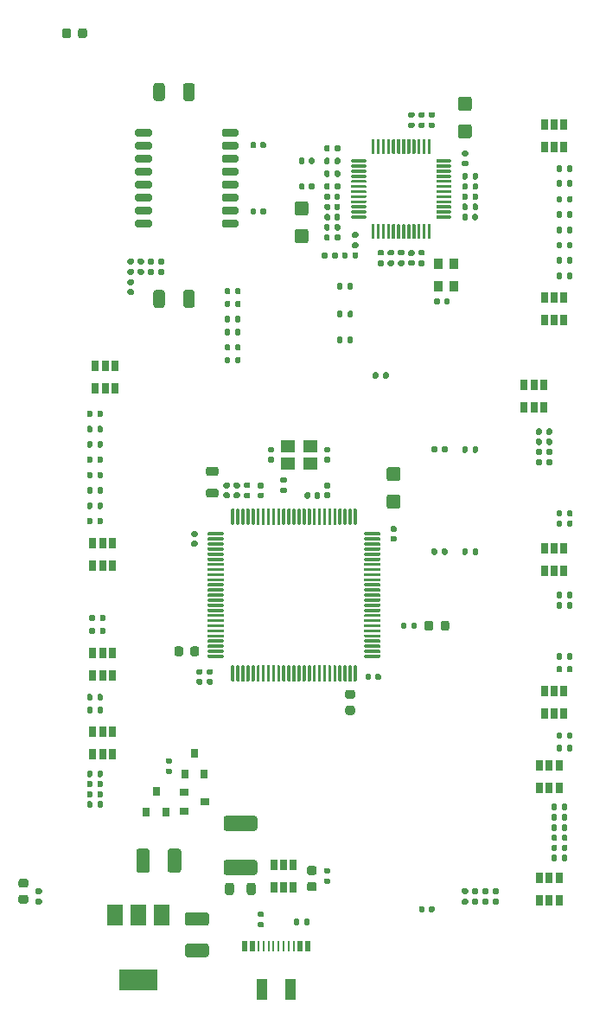
<source format=gbr>
%TF.GenerationSoftware,KiCad,Pcbnew,(5.1.8)-1*%
%TF.CreationDate,2021-02-22T22:57:58+01:00*%
%TF.ProjectId,DP83848C-EvalBoard,44503833-3834-4384-932d-4576616c426f,rev?*%
%TF.SameCoordinates,Original*%
%TF.FileFunction,Paste,Top*%
%TF.FilePolarity,Positive*%
%FSLAX46Y46*%
G04 Gerber Fmt 4.6, Leading zero omitted, Abs format (unit mm)*
G04 Created by KiCad (PCBNEW (5.1.8)-1) date 2021-02-22 22:57:58*
%MOMM*%
%LPD*%
G01*
G04 APERTURE LIST*
%ADD10R,0.800000X0.900000*%
%ADD11R,1.500000X2.000000*%
%ADD12R,3.800000X2.000000*%
%ADD13R,0.650000X1.060000*%
%ADD14R,1.000000X2.000000*%
%ADD15R,0.520000X1.000000*%
%ADD16R,0.270000X1.000000*%
%ADD17R,1.400000X1.200000*%
%ADD18R,0.900000X1.000000*%
%ADD19R,0.900000X0.800000*%
G04 APERTURE END LIST*
D10*
%TO.C,Q2*%
X64250000Y-132000000D03*
X65200000Y-134000000D03*
X63300000Y-134000000D03*
%TD*%
%TO.C,C1*%
G36*
G01*
X61625000Y-143425001D02*
X61625000Y-141574999D01*
G75*
G02*
X61874999Y-141325000I249999J0D01*
G01*
X62700001Y-141325000D01*
G75*
G02*
X62950000Y-141574999I0J-249999D01*
G01*
X62950000Y-143425001D01*
G75*
G02*
X62700001Y-143675000I-249999J0D01*
G01*
X61874999Y-143675000D01*
G75*
G02*
X61625000Y-143425001I0J249999D01*
G01*
G37*
G36*
G01*
X58550000Y-143425001D02*
X58550000Y-141574999D01*
G75*
G02*
X58799999Y-141325000I249999J0D01*
G01*
X59625001Y-141325000D01*
G75*
G02*
X59875000Y-141574999I0J-249999D01*
G01*
X59875000Y-143425001D01*
G75*
G02*
X59625001Y-143675000I-249999J0D01*
G01*
X58799999Y-143675000D01*
G75*
G02*
X58550000Y-143425001I0J249999D01*
G01*
G37*
%TD*%
%TO.C,C21*%
G36*
G01*
X79243750Y-127350000D02*
X79756250Y-127350000D01*
G75*
G02*
X79975000Y-127568750I0J-218750D01*
G01*
X79975000Y-128006250D01*
G75*
G02*
X79756250Y-128225000I-218750J0D01*
G01*
X79243750Y-128225000D01*
G75*
G02*
X79025000Y-128006250I0J218750D01*
G01*
X79025000Y-127568750D01*
G75*
G02*
X79243750Y-127350000I218750J0D01*
G01*
G37*
G36*
G01*
X79243750Y-125775000D02*
X79756250Y-125775000D01*
G75*
G02*
X79975000Y-125993750I0J-218750D01*
G01*
X79975000Y-126431250D01*
G75*
G02*
X79756250Y-126650000I-218750J0D01*
G01*
X79243750Y-126650000D01*
G75*
G02*
X79025000Y-126431250I0J218750D01*
G01*
X79025000Y-125993750D01*
G75*
G02*
X79243750Y-125775000I218750J0D01*
G01*
G37*
%TD*%
%TO.C,C18*%
G36*
G01*
X63150000Y-121743750D02*
X63150000Y-122256250D01*
G75*
G02*
X62931250Y-122475000I-218750J0D01*
G01*
X62493750Y-122475000D01*
G75*
G02*
X62275000Y-122256250I0J218750D01*
G01*
X62275000Y-121743750D01*
G75*
G02*
X62493750Y-121525000I218750J0D01*
G01*
X62931250Y-121525000D01*
G75*
G02*
X63150000Y-121743750I0J-218750D01*
G01*
G37*
G36*
G01*
X64725000Y-121743750D02*
X64725000Y-122256250D01*
G75*
G02*
X64506250Y-122475000I-218750J0D01*
G01*
X64068750Y-122475000D01*
G75*
G02*
X63850000Y-122256250I0J218750D01*
G01*
X63850000Y-121743750D01*
G75*
G02*
X64068750Y-121525000I218750J0D01*
G01*
X64506250Y-121525000D01*
G75*
G02*
X64725000Y-121743750I0J-218750D01*
G01*
G37*
%TD*%
D11*
%TO.C,U1*%
X61050000Y-147850000D03*
X56450000Y-147850000D03*
X58750000Y-147850000D03*
D12*
X58750000Y-154150000D03*
%TD*%
%TO.C,R14*%
G36*
G01*
X83315000Y-83740000D02*
X83685000Y-83740000D01*
G75*
G02*
X83820000Y-83875000I0J-135000D01*
G01*
X83820000Y-84145000D01*
G75*
G02*
X83685000Y-84280000I-135000J0D01*
G01*
X83315000Y-84280000D01*
G75*
G02*
X83180000Y-84145000I0J135000D01*
G01*
X83180000Y-83875000D01*
G75*
G02*
X83315000Y-83740000I135000J0D01*
G01*
G37*
G36*
G01*
X83315000Y-82720000D02*
X83685000Y-82720000D01*
G75*
G02*
X83820000Y-82855000I0J-135000D01*
G01*
X83820000Y-83125000D01*
G75*
G02*
X83685000Y-83260000I-135000J0D01*
G01*
X83315000Y-83260000D01*
G75*
G02*
X83180000Y-83125000I0J135000D01*
G01*
X83180000Y-82855000D01*
G75*
G02*
X83315000Y-82720000I135000J0D01*
G01*
G37*
%TD*%
%TO.C,R13*%
G36*
G01*
X84315000Y-83740000D02*
X84685000Y-83740000D01*
G75*
G02*
X84820000Y-83875000I0J-135000D01*
G01*
X84820000Y-84145000D01*
G75*
G02*
X84685000Y-84280000I-135000J0D01*
G01*
X84315000Y-84280000D01*
G75*
G02*
X84180000Y-84145000I0J135000D01*
G01*
X84180000Y-83875000D01*
G75*
G02*
X84315000Y-83740000I135000J0D01*
G01*
G37*
G36*
G01*
X84315000Y-82720000D02*
X84685000Y-82720000D01*
G75*
G02*
X84820000Y-82855000I0J-135000D01*
G01*
X84820000Y-83125000D01*
G75*
G02*
X84685000Y-83260000I-135000J0D01*
G01*
X84315000Y-83260000D01*
G75*
G02*
X84180000Y-83125000I0J135000D01*
G01*
X84180000Y-82855000D01*
G75*
G02*
X84315000Y-82720000I135000J0D01*
G01*
G37*
%TD*%
%TO.C,R101*%
G36*
G01*
X98740000Y-100685000D02*
X98740000Y-100315000D01*
G75*
G02*
X98875000Y-100180000I135000J0D01*
G01*
X99145000Y-100180000D01*
G75*
G02*
X99280000Y-100315000I0J-135000D01*
G01*
X99280000Y-100685000D01*
G75*
G02*
X99145000Y-100820000I-135000J0D01*
G01*
X98875000Y-100820000D01*
G75*
G02*
X98740000Y-100685000I0J135000D01*
G01*
G37*
G36*
G01*
X97720000Y-100685000D02*
X97720000Y-100315000D01*
G75*
G02*
X97855000Y-100180000I135000J0D01*
G01*
X98125000Y-100180000D01*
G75*
G02*
X98260000Y-100315000I0J-135000D01*
G01*
X98260000Y-100685000D01*
G75*
G02*
X98125000Y-100820000I-135000J0D01*
G01*
X97855000Y-100820000D01*
G75*
G02*
X97720000Y-100685000I0J135000D01*
G01*
G37*
%TD*%
%TO.C,R100*%
G36*
G01*
X98740000Y-103685000D02*
X98740000Y-103315000D01*
G75*
G02*
X98875000Y-103180000I135000J0D01*
G01*
X99145000Y-103180000D01*
G75*
G02*
X99280000Y-103315000I0J-135000D01*
G01*
X99280000Y-103685000D01*
G75*
G02*
X99145000Y-103820000I-135000J0D01*
G01*
X98875000Y-103820000D01*
G75*
G02*
X98740000Y-103685000I0J135000D01*
G01*
G37*
G36*
G01*
X97720000Y-103685000D02*
X97720000Y-103315000D01*
G75*
G02*
X97855000Y-103180000I135000J0D01*
G01*
X98125000Y-103180000D01*
G75*
G02*
X98260000Y-103315000I0J-135000D01*
G01*
X98260000Y-103685000D01*
G75*
G02*
X98125000Y-103820000I-135000J0D01*
G01*
X97855000Y-103820000D01*
G75*
G02*
X97720000Y-103685000I0J135000D01*
G01*
G37*
%TD*%
%TO.C,R69*%
G36*
G01*
X100740000Y-74935000D02*
X100740000Y-74565000D01*
G75*
G02*
X100875000Y-74430000I135000J0D01*
G01*
X101145000Y-74430000D01*
G75*
G02*
X101280000Y-74565000I0J-135000D01*
G01*
X101280000Y-74935000D01*
G75*
G02*
X101145000Y-75070000I-135000J0D01*
G01*
X100875000Y-75070000D01*
G75*
G02*
X100740000Y-74935000I0J135000D01*
G01*
G37*
G36*
G01*
X99720000Y-74935000D02*
X99720000Y-74565000D01*
G75*
G02*
X99855000Y-74430000I135000J0D01*
G01*
X100125000Y-74430000D01*
G75*
G02*
X100260000Y-74565000I0J-135000D01*
G01*
X100260000Y-74935000D01*
G75*
G02*
X100125000Y-75070000I-135000J0D01*
G01*
X99855000Y-75070000D01*
G75*
G02*
X99720000Y-74935000I0J135000D01*
G01*
G37*
%TD*%
%TO.C,R68*%
G36*
G01*
X100740000Y-76385000D02*
X100740000Y-76015000D01*
G75*
G02*
X100875000Y-75880000I135000J0D01*
G01*
X101145000Y-75880000D01*
G75*
G02*
X101280000Y-76015000I0J-135000D01*
G01*
X101280000Y-76385000D01*
G75*
G02*
X101145000Y-76520000I-135000J0D01*
G01*
X100875000Y-76520000D01*
G75*
G02*
X100740000Y-76385000I0J135000D01*
G01*
G37*
G36*
G01*
X99720000Y-76385000D02*
X99720000Y-76015000D01*
G75*
G02*
X99855000Y-75880000I135000J0D01*
G01*
X100125000Y-75880000D01*
G75*
G02*
X100260000Y-76015000I0J-135000D01*
G01*
X100260000Y-76385000D01*
G75*
G02*
X100125000Y-76520000I-135000J0D01*
G01*
X99855000Y-76520000D01*
G75*
G02*
X99720000Y-76385000I0J135000D01*
G01*
G37*
%TD*%
%TO.C,R67*%
G36*
G01*
X100740000Y-77935000D02*
X100740000Y-77565000D01*
G75*
G02*
X100875000Y-77430000I135000J0D01*
G01*
X101145000Y-77430000D01*
G75*
G02*
X101280000Y-77565000I0J-135000D01*
G01*
X101280000Y-77935000D01*
G75*
G02*
X101145000Y-78070000I-135000J0D01*
G01*
X100875000Y-78070000D01*
G75*
G02*
X100740000Y-77935000I0J135000D01*
G01*
G37*
G36*
G01*
X99720000Y-77935000D02*
X99720000Y-77565000D01*
G75*
G02*
X99855000Y-77430000I135000J0D01*
G01*
X100125000Y-77430000D01*
G75*
G02*
X100260000Y-77565000I0J-135000D01*
G01*
X100260000Y-77935000D01*
G75*
G02*
X100125000Y-78070000I-135000J0D01*
G01*
X99855000Y-78070000D01*
G75*
G02*
X99720000Y-77935000I0J135000D01*
G01*
G37*
%TD*%
%TO.C,R66*%
G36*
G01*
X100740000Y-79435000D02*
X100740000Y-79065000D01*
G75*
G02*
X100875000Y-78930000I135000J0D01*
G01*
X101145000Y-78930000D01*
G75*
G02*
X101280000Y-79065000I0J-135000D01*
G01*
X101280000Y-79435000D01*
G75*
G02*
X101145000Y-79570000I-135000J0D01*
G01*
X100875000Y-79570000D01*
G75*
G02*
X100740000Y-79435000I0J135000D01*
G01*
G37*
G36*
G01*
X99720000Y-79435000D02*
X99720000Y-79065000D01*
G75*
G02*
X99855000Y-78930000I135000J0D01*
G01*
X100125000Y-78930000D01*
G75*
G02*
X100260000Y-79065000I0J-135000D01*
G01*
X100260000Y-79435000D01*
G75*
G02*
X100125000Y-79570000I-135000J0D01*
G01*
X99855000Y-79570000D01*
G75*
G02*
X99720000Y-79435000I0J135000D01*
G01*
G37*
%TD*%
%TO.C,R65*%
G36*
G01*
X100740000Y-80935000D02*
X100740000Y-80565000D01*
G75*
G02*
X100875000Y-80430000I135000J0D01*
G01*
X101145000Y-80430000D01*
G75*
G02*
X101280000Y-80565000I0J-135000D01*
G01*
X101280000Y-80935000D01*
G75*
G02*
X101145000Y-81070000I-135000J0D01*
G01*
X100875000Y-81070000D01*
G75*
G02*
X100740000Y-80935000I0J135000D01*
G01*
G37*
G36*
G01*
X99720000Y-80935000D02*
X99720000Y-80565000D01*
G75*
G02*
X99855000Y-80430000I135000J0D01*
G01*
X100125000Y-80430000D01*
G75*
G02*
X100260000Y-80565000I0J-135000D01*
G01*
X100260000Y-80935000D01*
G75*
G02*
X100125000Y-81070000I-135000J0D01*
G01*
X99855000Y-81070000D01*
G75*
G02*
X99720000Y-80935000I0J135000D01*
G01*
G37*
%TD*%
%TO.C,R64*%
G36*
G01*
X100740000Y-82435000D02*
X100740000Y-82065000D01*
G75*
G02*
X100875000Y-81930000I135000J0D01*
G01*
X101145000Y-81930000D01*
G75*
G02*
X101280000Y-82065000I0J-135000D01*
G01*
X101280000Y-82435000D01*
G75*
G02*
X101145000Y-82570000I-135000J0D01*
G01*
X100875000Y-82570000D01*
G75*
G02*
X100740000Y-82435000I0J135000D01*
G01*
G37*
G36*
G01*
X99720000Y-82435000D02*
X99720000Y-82065000D01*
G75*
G02*
X99855000Y-81930000I135000J0D01*
G01*
X100125000Y-81930000D01*
G75*
G02*
X100260000Y-82065000I0J-135000D01*
G01*
X100260000Y-82435000D01*
G75*
G02*
X100125000Y-82570000I-135000J0D01*
G01*
X99855000Y-82570000D01*
G75*
G02*
X99720000Y-82435000I0J135000D01*
G01*
G37*
%TD*%
%TO.C,R63*%
G36*
G01*
X100740000Y-83935000D02*
X100740000Y-83565000D01*
G75*
G02*
X100875000Y-83430000I135000J0D01*
G01*
X101145000Y-83430000D01*
G75*
G02*
X101280000Y-83565000I0J-135000D01*
G01*
X101280000Y-83935000D01*
G75*
G02*
X101145000Y-84070000I-135000J0D01*
G01*
X100875000Y-84070000D01*
G75*
G02*
X100740000Y-83935000I0J135000D01*
G01*
G37*
G36*
G01*
X99720000Y-83935000D02*
X99720000Y-83565000D01*
G75*
G02*
X99855000Y-83430000I135000J0D01*
G01*
X100125000Y-83430000D01*
G75*
G02*
X100260000Y-83565000I0J-135000D01*
G01*
X100260000Y-83935000D01*
G75*
G02*
X100125000Y-84070000I-135000J0D01*
G01*
X99855000Y-84070000D01*
G75*
G02*
X99720000Y-83935000I0J135000D01*
G01*
G37*
%TD*%
%TO.C,R62*%
G36*
G01*
X100740000Y-85435000D02*
X100740000Y-85065000D01*
G75*
G02*
X100875000Y-84930000I135000J0D01*
G01*
X101145000Y-84930000D01*
G75*
G02*
X101280000Y-85065000I0J-135000D01*
G01*
X101280000Y-85435000D01*
G75*
G02*
X101145000Y-85570000I-135000J0D01*
G01*
X100875000Y-85570000D01*
G75*
G02*
X100740000Y-85435000I0J135000D01*
G01*
G37*
G36*
G01*
X99720000Y-85435000D02*
X99720000Y-85065000D01*
G75*
G02*
X99855000Y-84930000I135000J0D01*
G01*
X100125000Y-84930000D01*
G75*
G02*
X100260000Y-85065000I0J-135000D01*
G01*
X100260000Y-85435000D01*
G75*
G02*
X100125000Y-85570000I-135000J0D01*
G01*
X99855000Y-85570000D01*
G75*
G02*
X99720000Y-85435000I0J135000D01*
G01*
G37*
%TD*%
D13*
%TO.C,U15*%
X55250000Y-113600000D03*
X56200000Y-113600000D03*
X54300000Y-113600000D03*
X54300000Y-111400000D03*
X55250000Y-111400000D03*
X56200000Y-111400000D03*
%TD*%
%TO.C,U14*%
X55250000Y-124350000D03*
X56200000Y-124350000D03*
X54300000Y-124350000D03*
X54300000Y-122150000D03*
X55250000Y-122150000D03*
X56200000Y-122150000D03*
%TD*%
%TO.C,U13*%
X96550000Y-98100000D03*
X97500000Y-98100000D03*
X98450000Y-98100000D03*
X98450000Y-95900000D03*
X96550000Y-95900000D03*
X97500000Y-95900000D03*
%TD*%
%TO.C,U12*%
X99500000Y-125900000D03*
X98550000Y-125900000D03*
X100450000Y-125900000D03*
X100450000Y-128100000D03*
X99500000Y-128100000D03*
X98550000Y-128100000D03*
%TD*%
%TO.C,U11*%
X55500000Y-96250000D03*
X56450000Y-96250000D03*
X54550000Y-96250000D03*
X54550000Y-94050000D03*
X55500000Y-94050000D03*
X56450000Y-94050000D03*
%TD*%
%TO.C,U10*%
X99950000Y-144150000D03*
X99000000Y-144150000D03*
X98050000Y-144150000D03*
X98050000Y-146350000D03*
X99950000Y-146350000D03*
X99000000Y-146350000D03*
%TD*%
%TO.C,U9*%
X55250000Y-132100000D03*
X56200000Y-132100000D03*
X54300000Y-132100000D03*
X54300000Y-129900000D03*
X55250000Y-129900000D03*
X56200000Y-129900000D03*
%TD*%
%TO.C,U8*%
X99500000Y-70400000D03*
X98550000Y-70400000D03*
X100450000Y-70400000D03*
X100450000Y-72600000D03*
X99500000Y-72600000D03*
X98550000Y-72600000D03*
%TD*%
%TO.C,U7*%
X99000000Y-135350000D03*
X99950000Y-135350000D03*
X98050000Y-135350000D03*
X98050000Y-133150000D03*
X99000000Y-133150000D03*
X99950000Y-133150000D03*
%TD*%
%TO.C,U6*%
X99500000Y-111900000D03*
X98550000Y-111900000D03*
X100450000Y-111900000D03*
X100450000Y-114100000D03*
X99500000Y-114100000D03*
X98550000Y-114100000D03*
%TD*%
%TO.C,U5*%
X99500000Y-87400000D03*
X98550000Y-87400000D03*
X100450000Y-87400000D03*
X100450000Y-89600000D03*
X99500000Y-89600000D03*
X98550000Y-89600000D03*
%TD*%
%TO.C,R103*%
G36*
G01*
X98260000Y-101315000D02*
X98260000Y-101685000D01*
G75*
G02*
X98125000Y-101820000I-135000J0D01*
G01*
X97855000Y-101820000D01*
G75*
G02*
X97720000Y-101685000I0J135000D01*
G01*
X97720000Y-101315000D01*
G75*
G02*
X97855000Y-101180000I135000J0D01*
G01*
X98125000Y-101180000D01*
G75*
G02*
X98260000Y-101315000I0J-135000D01*
G01*
G37*
G36*
G01*
X99280000Y-101315000D02*
X99280000Y-101685000D01*
G75*
G02*
X99145000Y-101820000I-135000J0D01*
G01*
X98875000Y-101820000D01*
G75*
G02*
X98740000Y-101685000I0J135000D01*
G01*
X98740000Y-101315000D01*
G75*
G02*
X98875000Y-101180000I135000J0D01*
G01*
X99145000Y-101180000D01*
G75*
G02*
X99280000Y-101315000I0J-135000D01*
G01*
G37*
%TD*%
%TO.C,R102*%
G36*
G01*
X98260000Y-102315000D02*
X98260000Y-102685000D01*
G75*
G02*
X98125000Y-102820000I-135000J0D01*
G01*
X97855000Y-102820000D01*
G75*
G02*
X97720000Y-102685000I0J135000D01*
G01*
X97720000Y-102315000D01*
G75*
G02*
X97855000Y-102180000I135000J0D01*
G01*
X98125000Y-102180000D01*
G75*
G02*
X98260000Y-102315000I0J-135000D01*
G01*
G37*
G36*
G01*
X99280000Y-102315000D02*
X99280000Y-102685000D01*
G75*
G02*
X99145000Y-102820000I-135000J0D01*
G01*
X98875000Y-102820000D01*
G75*
G02*
X98740000Y-102685000I0J135000D01*
G01*
X98740000Y-102315000D01*
G75*
G02*
X98875000Y-102180000I135000J0D01*
G01*
X99145000Y-102180000D01*
G75*
G02*
X99280000Y-102315000I0J-135000D01*
G01*
G37*
%TD*%
%TO.C,R99*%
G36*
G01*
X100240000Y-141435000D02*
X100240000Y-141065000D01*
G75*
G02*
X100375000Y-140930000I135000J0D01*
G01*
X100645000Y-140930000D01*
G75*
G02*
X100780000Y-141065000I0J-135000D01*
G01*
X100780000Y-141435000D01*
G75*
G02*
X100645000Y-141570000I-135000J0D01*
G01*
X100375000Y-141570000D01*
G75*
G02*
X100240000Y-141435000I0J135000D01*
G01*
G37*
G36*
G01*
X99220000Y-141435000D02*
X99220000Y-141065000D01*
G75*
G02*
X99355000Y-140930000I135000J0D01*
G01*
X99625000Y-140930000D01*
G75*
G02*
X99760000Y-141065000I0J-135000D01*
G01*
X99760000Y-141435000D01*
G75*
G02*
X99625000Y-141570000I-135000J0D01*
G01*
X99355000Y-141570000D01*
G75*
G02*
X99220000Y-141435000I0J135000D01*
G01*
G37*
%TD*%
%TO.C,R98*%
G36*
G01*
X100240000Y-142435000D02*
X100240000Y-142065000D01*
G75*
G02*
X100375000Y-141930000I135000J0D01*
G01*
X100645000Y-141930000D01*
G75*
G02*
X100780000Y-142065000I0J-135000D01*
G01*
X100780000Y-142435000D01*
G75*
G02*
X100645000Y-142570000I-135000J0D01*
G01*
X100375000Y-142570000D01*
G75*
G02*
X100240000Y-142435000I0J135000D01*
G01*
G37*
G36*
G01*
X99220000Y-142435000D02*
X99220000Y-142065000D01*
G75*
G02*
X99355000Y-141930000I135000J0D01*
G01*
X99625000Y-141930000D01*
G75*
G02*
X99760000Y-142065000I0J-135000D01*
G01*
X99760000Y-142435000D01*
G75*
G02*
X99625000Y-142570000I-135000J0D01*
G01*
X99355000Y-142570000D01*
G75*
G02*
X99220000Y-142435000I0J135000D01*
G01*
G37*
%TD*%
%TO.C,R97*%
G36*
G01*
X100240000Y-137435000D02*
X100240000Y-137065000D01*
G75*
G02*
X100375000Y-136930000I135000J0D01*
G01*
X100645000Y-136930000D01*
G75*
G02*
X100780000Y-137065000I0J-135000D01*
G01*
X100780000Y-137435000D01*
G75*
G02*
X100645000Y-137570000I-135000J0D01*
G01*
X100375000Y-137570000D01*
G75*
G02*
X100240000Y-137435000I0J135000D01*
G01*
G37*
G36*
G01*
X99220000Y-137435000D02*
X99220000Y-137065000D01*
G75*
G02*
X99355000Y-136930000I135000J0D01*
G01*
X99625000Y-136930000D01*
G75*
G02*
X99760000Y-137065000I0J-135000D01*
G01*
X99760000Y-137435000D01*
G75*
G02*
X99625000Y-137570000I-135000J0D01*
G01*
X99355000Y-137570000D01*
G75*
G02*
X99220000Y-137435000I0J135000D01*
G01*
G37*
%TD*%
%TO.C,R96*%
G36*
G01*
X100230000Y-138435000D02*
X100230000Y-138065000D01*
G75*
G02*
X100365000Y-137930000I135000J0D01*
G01*
X100635000Y-137930000D01*
G75*
G02*
X100770000Y-138065000I0J-135000D01*
G01*
X100770000Y-138435000D01*
G75*
G02*
X100635000Y-138570000I-135000J0D01*
G01*
X100365000Y-138570000D01*
G75*
G02*
X100230000Y-138435000I0J135000D01*
G01*
G37*
G36*
G01*
X99210000Y-138435000D02*
X99210000Y-138065000D01*
G75*
G02*
X99345000Y-137930000I135000J0D01*
G01*
X99615000Y-137930000D01*
G75*
G02*
X99750000Y-138065000I0J-135000D01*
G01*
X99750000Y-138435000D01*
G75*
G02*
X99615000Y-138570000I-135000J0D01*
G01*
X99345000Y-138570000D01*
G75*
G02*
X99210000Y-138435000I0J135000D01*
G01*
G37*
%TD*%
%TO.C,R95*%
G36*
G01*
X100240000Y-139435000D02*
X100240000Y-139065000D01*
G75*
G02*
X100375000Y-138930000I135000J0D01*
G01*
X100645000Y-138930000D01*
G75*
G02*
X100780000Y-139065000I0J-135000D01*
G01*
X100780000Y-139435000D01*
G75*
G02*
X100645000Y-139570000I-135000J0D01*
G01*
X100375000Y-139570000D01*
G75*
G02*
X100240000Y-139435000I0J135000D01*
G01*
G37*
G36*
G01*
X99220000Y-139435000D02*
X99220000Y-139065000D01*
G75*
G02*
X99355000Y-138930000I135000J0D01*
G01*
X99625000Y-138930000D01*
G75*
G02*
X99760000Y-139065000I0J-135000D01*
G01*
X99760000Y-139435000D01*
G75*
G02*
X99625000Y-139570000I-135000J0D01*
G01*
X99355000Y-139570000D01*
G75*
G02*
X99220000Y-139435000I0J135000D01*
G01*
G37*
%TD*%
%TO.C,R94*%
G36*
G01*
X100240000Y-140435000D02*
X100240000Y-140065000D01*
G75*
G02*
X100375000Y-139930000I135000J0D01*
G01*
X100645000Y-139930000D01*
G75*
G02*
X100780000Y-140065000I0J-135000D01*
G01*
X100780000Y-140435000D01*
G75*
G02*
X100645000Y-140570000I-135000J0D01*
G01*
X100375000Y-140570000D01*
G75*
G02*
X100240000Y-140435000I0J135000D01*
G01*
G37*
G36*
G01*
X99220000Y-140435000D02*
X99220000Y-140065000D01*
G75*
G02*
X99355000Y-139930000I135000J0D01*
G01*
X99625000Y-139930000D01*
G75*
G02*
X99760000Y-140065000I0J-135000D01*
G01*
X99760000Y-140435000D01*
G75*
G02*
X99625000Y-140570000I-135000J0D01*
G01*
X99355000Y-140570000D01*
G75*
G02*
X99220000Y-140435000I0J135000D01*
G01*
G37*
%TD*%
%TO.C,R93*%
G36*
G01*
X100260000Y-122315000D02*
X100260000Y-122685000D01*
G75*
G02*
X100125000Y-122820000I-135000J0D01*
G01*
X99855000Y-122820000D01*
G75*
G02*
X99720000Y-122685000I0J135000D01*
G01*
X99720000Y-122315000D01*
G75*
G02*
X99855000Y-122180000I135000J0D01*
G01*
X100125000Y-122180000D01*
G75*
G02*
X100260000Y-122315000I0J-135000D01*
G01*
G37*
G36*
G01*
X101280000Y-122315000D02*
X101280000Y-122685000D01*
G75*
G02*
X101145000Y-122820000I-135000J0D01*
G01*
X100875000Y-122820000D01*
G75*
G02*
X100740000Y-122685000I0J135000D01*
G01*
X100740000Y-122315000D01*
G75*
G02*
X100875000Y-122180000I135000J0D01*
G01*
X101145000Y-122180000D01*
G75*
G02*
X101280000Y-122315000I0J-135000D01*
G01*
G37*
%TD*%
%TO.C,R92*%
G36*
G01*
X100260000Y-123565000D02*
X100260000Y-123935000D01*
G75*
G02*
X100125000Y-124070000I-135000J0D01*
G01*
X99855000Y-124070000D01*
G75*
G02*
X99720000Y-123935000I0J135000D01*
G01*
X99720000Y-123565000D01*
G75*
G02*
X99855000Y-123430000I135000J0D01*
G01*
X100125000Y-123430000D01*
G75*
G02*
X100260000Y-123565000I0J-135000D01*
G01*
G37*
G36*
G01*
X101280000Y-123565000D02*
X101280000Y-123935000D01*
G75*
G02*
X101145000Y-124070000I-135000J0D01*
G01*
X100875000Y-124070000D01*
G75*
G02*
X100740000Y-123935000I0J135000D01*
G01*
X100740000Y-123565000D01*
G75*
G02*
X100875000Y-123430000I135000J0D01*
G01*
X101145000Y-123430000D01*
G75*
G02*
X101280000Y-123565000I0J-135000D01*
G01*
G37*
%TD*%
%TO.C,R91*%
G36*
G01*
X100260000Y-130065000D02*
X100260000Y-130435000D01*
G75*
G02*
X100125000Y-130570000I-135000J0D01*
G01*
X99855000Y-130570000D01*
G75*
G02*
X99720000Y-130435000I0J135000D01*
G01*
X99720000Y-130065000D01*
G75*
G02*
X99855000Y-129930000I135000J0D01*
G01*
X100125000Y-129930000D01*
G75*
G02*
X100260000Y-130065000I0J-135000D01*
G01*
G37*
G36*
G01*
X101280000Y-130065000D02*
X101280000Y-130435000D01*
G75*
G02*
X101145000Y-130570000I-135000J0D01*
G01*
X100875000Y-130570000D01*
G75*
G02*
X100740000Y-130435000I0J135000D01*
G01*
X100740000Y-130065000D01*
G75*
G02*
X100875000Y-129930000I135000J0D01*
G01*
X101145000Y-129930000D01*
G75*
G02*
X101280000Y-130065000I0J-135000D01*
G01*
G37*
%TD*%
%TO.C,R90*%
G36*
G01*
X100260000Y-131315000D02*
X100260000Y-131685000D01*
G75*
G02*
X100125000Y-131820000I-135000J0D01*
G01*
X99855000Y-131820000D01*
G75*
G02*
X99720000Y-131685000I0J135000D01*
G01*
X99720000Y-131315000D01*
G75*
G02*
X99855000Y-131180000I135000J0D01*
G01*
X100125000Y-131180000D01*
G75*
G02*
X100260000Y-131315000I0J-135000D01*
G01*
G37*
G36*
G01*
X101280000Y-131315000D02*
X101280000Y-131685000D01*
G75*
G02*
X101145000Y-131820000I-135000J0D01*
G01*
X100875000Y-131820000D01*
G75*
G02*
X100740000Y-131685000I0J135000D01*
G01*
X100740000Y-131315000D01*
G75*
G02*
X100875000Y-131180000I135000J0D01*
G01*
X101145000Y-131180000D01*
G75*
G02*
X101280000Y-131315000I0J-135000D01*
G01*
G37*
%TD*%
%TO.C,R89*%
G36*
G01*
X54750000Y-137185000D02*
X54750000Y-136815000D01*
G75*
G02*
X54885000Y-136680000I135000J0D01*
G01*
X55155000Y-136680000D01*
G75*
G02*
X55290000Y-136815000I0J-135000D01*
G01*
X55290000Y-137185000D01*
G75*
G02*
X55155000Y-137320000I-135000J0D01*
G01*
X54885000Y-137320000D01*
G75*
G02*
X54750000Y-137185000I0J135000D01*
G01*
G37*
G36*
G01*
X53730000Y-137185000D02*
X53730000Y-136815000D01*
G75*
G02*
X53865000Y-136680000I135000J0D01*
G01*
X54135000Y-136680000D01*
G75*
G02*
X54270000Y-136815000I0J-135000D01*
G01*
X54270000Y-137185000D01*
G75*
G02*
X54135000Y-137320000I-135000J0D01*
G01*
X53865000Y-137320000D01*
G75*
G02*
X53730000Y-137185000I0J135000D01*
G01*
G37*
%TD*%
%TO.C,R88*%
G36*
G01*
X54740000Y-136185000D02*
X54740000Y-135815000D01*
G75*
G02*
X54875000Y-135680000I135000J0D01*
G01*
X55145000Y-135680000D01*
G75*
G02*
X55280000Y-135815000I0J-135000D01*
G01*
X55280000Y-136185000D01*
G75*
G02*
X55145000Y-136320000I-135000J0D01*
G01*
X54875000Y-136320000D01*
G75*
G02*
X54740000Y-136185000I0J135000D01*
G01*
G37*
G36*
G01*
X53720000Y-136185000D02*
X53720000Y-135815000D01*
G75*
G02*
X53855000Y-135680000I135000J0D01*
G01*
X54125000Y-135680000D01*
G75*
G02*
X54260000Y-135815000I0J-135000D01*
G01*
X54260000Y-136185000D01*
G75*
G02*
X54125000Y-136320000I-135000J0D01*
G01*
X53855000Y-136320000D01*
G75*
G02*
X53720000Y-136185000I0J135000D01*
G01*
G37*
%TD*%
%TO.C,R87*%
G36*
G01*
X54740000Y-135185000D02*
X54740000Y-134815000D01*
G75*
G02*
X54875000Y-134680000I135000J0D01*
G01*
X55145000Y-134680000D01*
G75*
G02*
X55280000Y-134815000I0J-135000D01*
G01*
X55280000Y-135185000D01*
G75*
G02*
X55145000Y-135320000I-135000J0D01*
G01*
X54875000Y-135320000D01*
G75*
G02*
X54740000Y-135185000I0J135000D01*
G01*
G37*
G36*
G01*
X53720000Y-135185000D02*
X53720000Y-134815000D01*
G75*
G02*
X53855000Y-134680000I135000J0D01*
G01*
X54125000Y-134680000D01*
G75*
G02*
X54260000Y-134815000I0J-135000D01*
G01*
X54260000Y-135185000D01*
G75*
G02*
X54125000Y-135320000I-135000J0D01*
G01*
X53855000Y-135320000D01*
G75*
G02*
X53720000Y-135185000I0J135000D01*
G01*
G37*
%TD*%
%TO.C,R86*%
G36*
G01*
X54740000Y-134185000D02*
X54740000Y-133815000D01*
G75*
G02*
X54875000Y-133680000I135000J0D01*
G01*
X55145000Y-133680000D01*
G75*
G02*
X55280000Y-133815000I0J-135000D01*
G01*
X55280000Y-134185000D01*
G75*
G02*
X55145000Y-134320000I-135000J0D01*
G01*
X54875000Y-134320000D01*
G75*
G02*
X54740000Y-134185000I0J135000D01*
G01*
G37*
G36*
G01*
X53720000Y-134185000D02*
X53720000Y-133815000D01*
G75*
G02*
X53855000Y-133680000I135000J0D01*
G01*
X54125000Y-133680000D01*
G75*
G02*
X54260000Y-133815000I0J-135000D01*
G01*
X54260000Y-134185000D01*
G75*
G02*
X54125000Y-134320000I-135000J0D01*
G01*
X53855000Y-134320000D01*
G75*
G02*
X53720000Y-134185000I0J135000D01*
G01*
G37*
%TD*%
%TO.C,R85*%
G36*
G01*
X100260000Y-108315000D02*
X100260000Y-108685000D01*
G75*
G02*
X100125000Y-108820000I-135000J0D01*
G01*
X99855000Y-108820000D01*
G75*
G02*
X99720000Y-108685000I0J135000D01*
G01*
X99720000Y-108315000D01*
G75*
G02*
X99855000Y-108180000I135000J0D01*
G01*
X100125000Y-108180000D01*
G75*
G02*
X100260000Y-108315000I0J-135000D01*
G01*
G37*
G36*
G01*
X101280000Y-108315000D02*
X101280000Y-108685000D01*
G75*
G02*
X101145000Y-108820000I-135000J0D01*
G01*
X100875000Y-108820000D01*
G75*
G02*
X100740000Y-108685000I0J135000D01*
G01*
X100740000Y-108315000D01*
G75*
G02*
X100875000Y-108180000I135000J0D01*
G01*
X101145000Y-108180000D01*
G75*
G02*
X101280000Y-108315000I0J-135000D01*
G01*
G37*
%TD*%
%TO.C,R84*%
G36*
G01*
X100260000Y-109315000D02*
X100260000Y-109685000D01*
G75*
G02*
X100125000Y-109820000I-135000J0D01*
G01*
X99855000Y-109820000D01*
G75*
G02*
X99720000Y-109685000I0J135000D01*
G01*
X99720000Y-109315000D01*
G75*
G02*
X99855000Y-109180000I135000J0D01*
G01*
X100125000Y-109180000D01*
G75*
G02*
X100260000Y-109315000I0J-135000D01*
G01*
G37*
G36*
G01*
X101280000Y-109315000D02*
X101280000Y-109685000D01*
G75*
G02*
X101145000Y-109820000I-135000J0D01*
G01*
X100875000Y-109820000D01*
G75*
G02*
X100740000Y-109685000I0J135000D01*
G01*
X100740000Y-109315000D01*
G75*
G02*
X100875000Y-109180000I135000J0D01*
G01*
X101145000Y-109180000D01*
G75*
G02*
X101280000Y-109315000I0J-135000D01*
G01*
G37*
%TD*%
%TO.C,R83*%
G36*
G01*
X100260000Y-116315000D02*
X100260000Y-116685000D01*
G75*
G02*
X100125000Y-116820000I-135000J0D01*
G01*
X99855000Y-116820000D01*
G75*
G02*
X99720000Y-116685000I0J135000D01*
G01*
X99720000Y-116315000D01*
G75*
G02*
X99855000Y-116180000I135000J0D01*
G01*
X100125000Y-116180000D01*
G75*
G02*
X100260000Y-116315000I0J-135000D01*
G01*
G37*
G36*
G01*
X101280000Y-116315000D02*
X101280000Y-116685000D01*
G75*
G02*
X101145000Y-116820000I-135000J0D01*
G01*
X100875000Y-116820000D01*
G75*
G02*
X100740000Y-116685000I0J135000D01*
G01*
X100740000Y-116315000D01*
G75*
G02*
X100875000Y-116180000I135000J0D01*
G01*
X101145000Y-116180000D01*
G75*
G02*
X101280000Y-116315000I0J-135000D01*
G01*
G37*
%TD*%
%TO.C,R82*%
G36*
G01*
X100260000Y-117315000D02*
X100260000Y-117685000D01*
G75*
G02*
X100125000Y-117820000I-135000J0D01*
G01*
X99855000Y-117820000D01*
G75*
G02*
X99720000Y-117685000I0J135000D01*
G01*
X99720000Y-117315000D01*
G75*
G02*
X99855000Y-117180000I135000J0D01*
G01*
X100125000Y-117180000D01*
G75*
G02*
X100260000Y-117315000I0J-135000D01*
G01*
G37*
G36*
G01*
X101280000Y-117315000D02*
X101280000Y-117685000D01*
G75*
G02*
X101145000Y-117820000I-135000J0D01*
G01*
X100875000Y-117820000D01*
G75*
G02*
X100740000Y-117685000I0J135000D01*
G01*
X100740000Y-117315000D01*
G75*
G02*
X100875000Y-117180000I135000J0D01*
G01*
X101145000Y-117180000D01*
G75*
G02*
X101280000Y-117315000I0J-135000D01*
G01*
G37*
%TD*%
%TO.C,R81*%
G36*
G01*
X54260000Y-127565000D02*
X54260000Y-127935000D01*
G75*
G02*
X54125000Y-128070000I-135000J0D01*
G01*
X53855000Y-128070000D01*
G75*
G02*
X53720000Y-127935000I0J135000D01*
G01*
X53720000Y-127565000D01*
G75*
G02*
X53855000Y-127430000I135000J0D01*
G01*
X54125000Y-127430000D01*
G75*
G02*
X54260000Y-127565000I0J-135000D01*
G01*
G37*
G36*
G01*
X55280000Y-127565000D02*
X55280000Y-127935000D01*
G75*
G02*
X55145000Y-128070000I-135000J0D01*
G01*
X54875000Y-128070000D01*
G75*
G02*
X54740000Y-127935000I0J135000D01*
G01*
X54740000Y-127565000D01*
G75*
G02*
X54875000Y-127430000I135000J0D01*
G01*
X55145000Y-127430000D01*
G75*
G02*
X55280000Y-127565000I0J-135000D01*
G01*
G37*
%TD*%
%TO.C,R80*%
G36*
G01*
X54260000Y-126315000D02*
X54260000Y-126685000D01*
G75*
G02*
X54125000Y-126820000I-135000J0D01*
G01*
X53855000Y-126820000D01*
G75*
G02*
X53720000Y-126685000I0J135000D01*
G01*
X53720000Y-126315000D01*
G75*
G02*
X53855000Y-126180000I135000J0D01*
G01*
X54125000Y-126180000D01*
G75*
G02*
X54260000Y-126315000I0J-135000D01*
G01*
G37*
G36*
G01*
X55280000Y-126315000D02*
X55280000Y-126685000D01*
G75*
G02*
X55145000Y-126820000I-135000J0D01*
G01*
X54875000Y-126820000D01*
G75*
G02*
X54740000Y-126685000I0J135000D01*
G01*
X54740000Y-126315000D01*
G75*
G02*
X54875000Y-126180000I135000J0D01*
G01*
X55145000Y-126180000D01*
G75*
G02*
X55280000Y-126315000I0J-135000D01*
G01*
G37*
%TD*%
%TO.C,R79*%
G36*
G01*
X54510000Y-119815000D02*
X54510000Y-120185000D01*
G75*
G02*
X54375000Y-120320000I-135000J0D01*
G01*
X54105000Y-120320000D01*
G75*
G02*
X53970000Y-120185000I0J135000D01*
G01*
X53970000Y-119815000D01*
G75*
G02*
X54105000Y-119680000I135000J0D01*
G01*
X54375000Y-119680000D01*
G75*
G02*
X54510000Y-119815000I0J-135000D01*
G01*
G37*
G36*
G01*
X55530000Y-119815000D02*
X55530000Y-120185000D01*
G75*
G02*
X55395000Y-120320000I-135000J0D01*
G01*
X55125000Y-120320000D01*
G75*
G02*
X54990000Y-120185000I0J135000D01*
G01*
X54990000Y-119815000D01*
G75*
G02*
X55125000Y-119680000I135000J0D01*
G01*
X55395000Y-119680000D01*
G75*
G02*
X55530000Y-119815000I0J-135000D01*
G01*
G37*
%TD*%
%TO.C,R78*%
G36*
G01*
X54510000Y-118565000D02*
X54510000Y-118935000D01*
G75*
G02*
X54375000Y-119070000I-135000J0D01*
G01*
X54105000Y-119070000D01*
G75*
G02*
X53970000Y-118935000I0J135000D01*
G01*
X53970000Y-118565000D01*
G75*
G02*
X54105000Y-118430000I135000J0D01*
G01*
X54375000Y-118430000D01*
G75*
G02*
X54510000Y-118565000I0J-135000D01*
G01*
G37*
G36*
G01*
X55530000Y-118565000D02*
X55530000Y-118935000D01*
G75*
G02*
X55395000Y-119070000I-135000J0D01*
G01*
X55125000Y-119070000D01*
G75*
G02*
X54990000Y-118935000I0J135000D01*
G01*
X54990000Y-118565000D01*
G75*
G02*
X55125000Y-118430000I135000J0D01*
G01*
X55395000Y-118430000D01*
G75*
G02*
X55530000Y-118565000I0J-135000D01*
G01*
G37*
%TD*%
%TO.C,R77*%
G36*
G01*
X54260000Y-109065000D02*
X54260000Y-109435000D01*
G75*
G02*
X54125000Y-109570000I-135000J0D01*
G01*
X53855000Y-109570000D01*
G75*
G02*
X53720000Y-109435000I0J135000D01*
G01*
X53720000Y-109065000D01*
G75*
G02*
X53855000Y-108930000I135000J0D01*
G01*
X54125000Y-108930000D01*
G75*
G02*
X54260000Y-109065000I0J-135000D01*
G01*
G37*
G36*
G01*
X55280000Y-109065000D02*
X55280000Y-109435000D01*
G75*
G02*
X55145000Y-109570000I-135000J0D01*
G01*
X54875000Y-109570000D01*
G75*
G02*
X54740000Y-109435000I0J135000D01*
G01*
X54740000Y-109065000D01*
G75*
G02*
X54875000Y-108930000I135000J0D01*
G01*
X55145000Y-108930000D01*
G75*
G02*
X55280000Y-109065000I0J-135000D01*
G01*
G37*
%TD*%
%TO.C,R76*%
G36*
G01*
X54260000Y-107565000D02*
X54260000Y-107935000D01*
G75*
G02*
X54125000Y-108070000I-135000J0D01*
G01*
X53855000Y-108070000D01*
G75*
G02*
X53720000Y-107935000I0J135000D01*
G01*
X53720000Y-107565000D01*
G75*
G02*
X53855000Y-107430000I135000J0D01*
G01*
X54125000Y-107430000D01*
G75*
G02*
X54260000Y-107565000I0J-135000D01*
G01*
G37*
G36*
G01*
X55280000Y-107565000D02*
X55280000Y-107935000D01*
G75*
G02*
X55145000Y-108070000I-135000J0D01*
G01*
X54875000Y-108070000D01*
G75*
G02*
X54740000Y-107935000I0J135000D01*
G01*
X54740000Y-107565000D01*
G75*
G02*
X54875000Y-107430000I135000J0D01*
G01*
X55145000Y-107430000D01*
G75*
G02*
X55280000Y-107565000I0J-135000D01*
G01*
G37*
%TD*%
%TO.C,R75*%
G36*
G01*
X54260000Y-106065000D02*
X54260000Y-106435000D01*
G75*
G02*
X54125000Y-106570000I-135000J0D01*
G01*
X53855000Y-106570000D01*
G75*
G02*
X53720000Y-106435000I0J135000D01*
G01*
X53720000Y-106065000D01*
G75*
G02*
X53855000Y-105930000I135000J0D01*
G01*
X54125000Y-105930000D01*
G75*
G02*
X54260000Y-106065000I0J-135000D01*
G01*
G37*
G36*
G01*
X55280000Y-106065000D02*
X55280000Y-106435000D01*
G75*
G02*
X55145000Y-106570000I-135000J0D01*
G01*
X54875000Y-106570000D01*
G75*
G02*
X54740000Y-106435000I0J135000D01*
G01*
X54740000Y-106065000D01*
G75*
G02*
X54875000Y-105930000I135000J0D01*
G01*
X55145000Y-105930000D01*
G75*
G02*
X55280000Y-106065000I0J-135000D01*
G01*
G37*
%TD*%
%TO.C,R74*%
G36*
G01*
X54260000Y-104565000D02*
X54260000Y-104935000D01*
G75*
G02*
X54125000Y-105070000I-135000J0D01*
G01*
X53855000Y-105070000D01*
G75*
G02*
X53720000Y-104935000I0J135000D01*
G01*
X53720000Y-104565000D01*
G75*
G02*
X53855000Y-104430000I135000J0D01*
G01*
X54125000Y-104430000D01*
G75*
G02*
X54260000Y-104565000I0J-135000D01*
G01*
G37*
G36*
G01*
X55280000Y-104565000D02*
X55280000Y-104935000D01*
G75*
G02*
X55145000Y-105070000I-135000J0D01*
G01*
X54875000Y-105070000D01*
G75*
G02*
X54740000Y-104935000I0J135000D01*
G01*
X54740000Y-104565000D01*
G75*
G02*
X54875000Y-104430000I135000J0D01*
G01*
X55145000Y-104430000D01*
G75*
G02*
X55280000Y-104565000I0J-135000D01*
G01*
G37*
%TD*%
%TO.C,R73*%
G36*
G01*
X54260000Y-103065000D02*
X54260000Y-103435000D01*
G75*
G02*
X54125000Y-103570000I-135000J0D01*
G01*
X53855000Y-103570000D01*
G75*
G02*
X53720000Y-103435000I0J135000D01*
G01*
X53720000Y-103065000D01*
G75*
G02*
X53855000Y-102930000I135000J0D01*
G01*
X54125000Y-102930000D01*
G75*
G02*
X54260000Y-103065000I0J-135000D01*
G01*
G37*
G36*
G01*
X55280000Y-103065000D02*
X55280000Y-103435000D01*
G75*
G02*
X55145000Y-103570000I-135000J0D01*
G01*
X54875000Y-103570000D01*
G75*
G02*
X54740000Y-103435000I0J135000D01*
G01*
X54740000Y-103065000D01*
G75*
G02*
X54875000Y-102930000I135000J0D01*
G01*
X55145000Y-102930000D01*
G75*
G02*
X55280000Y-103065000I0J-135000D01*
G01*
G37*
%TD*%
%TO.C,R72*%
G36*
G01*
X54260000Y-101565000D02*
X54260000Y-101935000D01*
G75*
G02*
X54125000Y-102070000I-135000J0D01*
G01*
X53855000Y-102070000D01*
G75*
G02*
X53720000Y-101935000I0J135000D01*
G01*
X53720000Y-101565000D01*
G75*
G02*
X53855000Y-101430000I135000J0D01*
G01*
X54125000Y-101430000D01*
G75*
G02*
X54260000Y-101565000I0J-135000D01*
G01*
G37*
G36*
G01*
X55280000Y-101565000D02*
X55280000Y-101935000D01*
G75*
G02*
X55145000Y-102070000I-135000J0D01*
G01*
X54875000Y-102070000D01*
G75*
G02*
X54740000Y-101935000I0J135000D01*
G01*
X54740000Y-101565000D01*
G75*
G02*
X54875000Y-101430000I135000J0D01*
G01*
X55145000Y-101430000D01*
G75*
G02*
X55280000Y-101565000I0J-135000D01*
G01*
G37*
%TD*%
%TO.C,R71*%
G36*
G01*
X54260000Y-100065000D02*
X54260000Y-100435000D01*
G75*
G02*
X54125000Y-100570000I-135000J0D01*
G01*
X53855000Y-100570000D01*
G75*
G02*
X53720000Y-100435000I0J135000D01*
G01*
X53720000Y-100065000D01*
G75*
G02*
X53855000Y-99930000I135000J0D01*
G01*
X54125000Y-99930000D01*
G75*
G02*
X54260000Y-100065000I0J-135000D01*
G01*
G37*
G36*
G01*
X55280000Y-100065000D02*
X55280000Y-100435000D01*
G75*
G02*
X55145000Y-100570000I-135000J0D01*
G01*
X54875000Y-100570000D01*
G75*
G02*
X54740000Y-100435000I0J135000D01*
G01*
X54740000Y-100065000D01*
G75*
G02*
X54875000Y-99930000I135000J0D01*
G01*
X55145000Y-99930000D01*
G75*
G02*
X55280000Y-100065000I0J-135000D01*
G01*
G37*
%TD*%
%TO.C,R70*%
G36*
G01*
X54260000Y-98565000D02*
X54260000Y-98935000D01*
G75*
G02*
X54125000Y-99070000I-135000J0D01*
G01*
X53855000Y-99070000D01*
G75*
G02*
X53720000Y-98935000I0J135000D01*
G01*
X53720000Y-98565000D01*
G75*
G02*
X53855000Y-98430000I135000J0D01*
G01*
X54125000Y-98430000D01*
G75*
G02*
X54260000Y-98565000I0J-135000D01*
G01*
G37*
G36*
G01*
X55280000Y-98565000D02*
X55280000Y-98935000D01*
G75*
G02*
X55145000Y-99070000I-135000J0D01*
G01*
X54875000Y-99070000D01*
G75*
G02*
X54740000Y-98935000I0J135000D01*
G01*
X54740000Y-98565000D01*
G75*
G02*
X54875000Y-98430000I135000J0D01*
G01*
X55145000Y-98430000D01*
G75*
G02*
X55280000Y-98565000I0J-135000D01*
G01*
G37*
%TD*%
%TO.C,C19*%
G36*
G01*
X64580000Y-124700000D02*
X64920000Y-124700000D01*
G75*
G02*
X65060000Y-124840000I0J-140000D01*
G01*
X65060000Y-125120000D01*
G75*
G02*
X64920000Y-125260000I-140000J0D01*
G01*
X64580000Y-125260000D01*
G75*
G02*
X64440000Y-125120000I0J140000D01*
G01*
X64440000Y-124840000D01*
G75*
G02*
X64580000Y-124700000I140000J0D01*
G01*
G37*
G36*
G01*
X64580000Y-123740000D02*
X64920000Y-123740000D01*
G75*
G02*
X65060000Y-123880000I0J-140000D01*
G01*
X65060000Y-124160000D01*
G75*
G02*
X64920000Y-124300000I-140000J0D01*
G01*
X64580000Y-124300000D01*
G75*
G02*
X64440000Y-124160000I0J140000D01*
G01*
X64440000Y-123880000D01*
G75*
G02*
X64580000Y-123740000I140000J0D01*
G01*
G37*
%TD*%
%TO.C,C17*%
G36*
G01*
X84175001Y-105350000D02*
X83324999Y-105350000D01*
G75*
G02*
X83075000Y-105100001I0J249999D01*
G01*
X83075000Y-104199999D01*
G75*
G02*
X83324999Y-103950000I249999J0D01*
G01*
X84175001Y-103950000D01*
G75*
G02*
X84425000Y-104199999I0J-249999D01*
G01*
X84425000Y-105100001D01*
G75*
G02*
X84175001Y-105350000I-249999J0D01*
G01*
G37*
G36*
G01*
X84175001Y-108050000D02*
X83324999Y-108050000D01*
G75*
G02*
X83075000Y-107800001I0J249999D01*
G01*
X83075000Y-106899999D01*
G75*
G02*
X83324999Y-106650000I249999J0D01*
G01*
X84175001Y-106650000D01*
G75*
G02*
X84425000Y-106899999I0J-249999D01*
G01*
X84425000Y-107800001D01*
G75*
G02*
X84175001Y-108050000I-249999J0D01*
G01*
G37*
%TD*%
D14*
%TO.C,J3*%
X73650000Y-155100000D03*
X70850000Y-155100000D03*
D15*
X69150000Y-150900000D03*
X75350000Y-150900000D03*
X74600000Y-150900000D03*
X69900000Y-150900000D03*
D16*
X70500000Y-150900000D03*
X74000000Y-150900000D03*
X71000000Y-150900000D03*
X71500000Y-150900000D03*
X72000000Y-150900000D03*
X72500000Y-150900000D03*
X73000000Y-150900000D03*
X73500000Y-150900000D03*
%TD*%
%TO.C,R36*%
G36*
G01*
X57815000Y-84590000D02*
X58185000Y-84590000D01*
G75*
G02*
X58320000Y-84725000I0J-135000D01*
G01*
X58320000Y-84995000D01*
G75*
G02*
X58185000Y-85130000I-135000J0D01*
G01*
X57815000Y-85130000D01*
G75*
G02*
X57680000Y-84995000I0J135000D01*
G01*
X57680000Y-84725000D01*
G75*
G02*
X57815000Y-84590000I135000J0D01*
G01*
G37*
G36*
G01*
X57815000Y-83570000D02*
X58185000Y-83570000D01*
G75*
G02*
X58320000Y-83705000I0J-135000D01*
G01*
X58320000Y-83975000D01*
G75*
G02*
X58185000Y-84110000I-135000J0D01*
G01*
X57815000Y-84110000D01*
G75*
G02*
X57680000Y-83975000I0J135000D01*
G01*
X57680000Y-83705000D01*
G75*
G02*
X57815000Y-83570000I135000J0D01*
G01*
G37*
%TD*%
%TO.C,R37*%
G36*
G01*
X58815000Y-84590000D02*
X59185000Y-84590000D01*
G75*
G02*
X59320000Y-84725000I0J-135000D01*
G01*
X59320000Y-84995000D01*
G75*
G02*
X59185000Y-85130000I-135000J0D01*
G01*
X58815000Y-85130000D01*
G75*
G02*
X58680000Y-84995000I0J135000D01*
G01*
X58680000Y-84725000D01*
G75*
G02*
X58815000Y-84590000I135000J0D01*
G01*
G37*
G36*
G01*
X58815000Y-83570000D02*
X59185000Y-83570000D01*
G75*
G02*
X59320000Y-83705000I0J-135000D01*
G01*
X59320000Y-83975000D01*
G75*
G02*
X59185000Y-84110000I-135000J0D01*
G01*
X58815000Y-84110000D01*
G75*
G02*
X58680000Y-83975000I0J135000D01*
G01*
X58680000Y-83705000D01*
G75*
G02*
X58815000Y-83570000I135000J0D01*
G01*
G37*
%TD*%
%TO.C,R60*%
G36*
G01*
X92565000Y-146240000D02*
X92935000Y-146240000D01*
G75*
G02*
X93070000Y-146375000I0J-135000D01*
G01*
X93070000Y-146645000D01*
G75*
G02*
X92935000Y-146780000I-135000J0D01*
G01*
X92565000Y-146780000D01*
G75*
G02*
X92430000Y-146645000I0J135000D01*
G01*
X92430000Y-146375000D01*
G75*
G02*
X92565000Y-146240000I135000J0D01*
G01*
G37*
G36*
G01*
X92565000Y-145220000D02*
X92935000Y-145220000D01*
G75*
G02*
X93070000Y-145355000I0J-135000D01*
G01*
X93070000Y-145625000D01*
G75*
G02*
X92935000Y-145760000I-135000J0D01*
G01*
X92565000Y-145760000D01*
G75*
G02*
X92430000Y-145625000I0J135000D01*
G01*
X92430000Y-145355000D01*
G75*
G02*
X92565000Y-145220000I135000J0D01*
G01*
G37*
%TD*%
%TO.C,R61*%
G36*
G01*
X90565000Y-146240000D02*
X90935000Y-146240000D01*
G75*
G02*
X91070000Y-146375000I0J-135000D01*
G01*
X91070000Y-146645000D01*
G75*
G02*
X90935000Y-146780000I-135000J0D01*
G01*
X90565000Y-146780000D01*
G75*
G02*
X90430000Y-146645000I0J135000D01*
G01*
X90430000Y-146375000D01*
G75*
G02*
X90565000Y-146240000I135000J0D01*
G01*
G37*
G36*
G01*
X90565000Y-145220000D02*
X90935000Y-145220000D01*
G75*
G02*
X91070000Y-145355000I0J-135000D01*
G01*
X91070000Y-145625000D01*
G75*
G02*
X90935000Y-145760000I-135000J0D01*
G01*
X90565000Y-145760000D01*
G75*
G02*
X90430000Y-145625000I0J135000D01*
G01*
X90430000Y-145355000D01*
G75*
G02*
X90565000Y-145220000I135000J0D01*
G01*
G37*
%TD*%
%TO.C,R40*%
G36*
G01*
X61350000Y-66624999D02*
X61350000Y-67875001D01*
G75*
G02*
X61100001Y-68125000I-249999J0D01*
G01*
X60474999Y-68125000D01*
G75*
G02*
X60225000Y-67875001I0J249999D01*
G01*
X60225000Y-66624999D01*
G75*
G02*
X60474999Y-66375000I249999J0D01*
G01*
X61100001Y-66375000D01*
G75*
G02*
X61350000Y-66624999I0J-249999D01*
G01*
G37*
G36*
G01*
X64275000Y-66624999D02*
X64275000Y-67875001D01*
G75*
G02*
X64025001Y-68125000I-249999J0D01*
G01*
X63399999Y-68125000D01*
G75*
G02*
X63150000Y-67875001I0J249999D01*
G01*
X63150000Y-66624999D01*
G75*
G02*
X63399999Y-66375000I249999J0D01*
G01*
X64025001Y-66375000D01*
G75*
G02*
X64275000Y-66624999I0J-249999D01*
G01*
G37*
%TD*%
%TO.C,R41*%
G36*
G01*
X61350000Y-86874999D02*
X61350000Y-88125001D01*
G75*
G02*
X61100001Y-88375000I-249999J0D01*
G01*
X60474999Y-88375000D01*
G75*
G02*
X60225000Y-88125001I0J249999D01*
G01*
X60225000Y-86874999D01*
G75*
G02*
X60474999Y-86625000I249999J0D01*
G01*
X61100001Y-86625000D01*
G75*
G02*
X61350000Y-86874999I0J-249999D01*
G01*
G37*
G36*
G01*
X64275000Y-86874999D02*
X64275000Y-88125001D01*
G75*
G02*
X64025001Y-88375000I-249999J0D01*
G01*
X63399999Y-88375000D01*
G75*
G02*
X63150000Y-88125001I0J249999D01*
G01*
X63150000Y-86874999D01*
G75*
G02*
X63399999Y-86625000I249999J0D01*
G01*
X64025001Y-86625000D01*
G75*
G02*
X64275000Y-86874999I0J-249999D01*
G01*
G37*
%TD*%
%TO.C,R46*%
G36*
G01*
X68240000Y-89685000D02*
X68240000Y-89315000D01*
G75*
G02*
X68375000Y-89180000I135000J0D01*
G01*
X68645000Y-89180000D01*
G75*
G02*
X68780000Y-89315000I0J-135000D01*
G01*
X68780000Y-89685000D01*
G75*
G02*
X68645000Y-89820000I-135000J0D01*
G01*
X68375000Y-89820000D01*
G75*
G02*
X68240000Y-89685000I0J135000D01*
G01*
G37*
G36*
G01*
X67220000Y-89685000D02*
X67220000Y-89315000D01*
G75*
G02*
X67355000Y-89180000I135000J0D01*
G01*
X67625000Y-89180000D01*
G75*
G02*
X67760000Y-89315000I0J-135000D01*
G01*
X67760000Y-89685000D01*
G75*
G02*
X67625000Y-89820000I-135000J0D01*
G01*
X67355000Y-89820000D01*
G75*
G02*
X67220000Y-89685000I0J135000D01*
G01*
G37*
%TD*%
%TO.C,R45*%
G36*
G01*
X68240000Y-86935000D02*
X68240000Y-86565000D01*
G75*
G02*
X68375000Y-86430000I135000J0D01*
G01*
X68645000Y-86430000D01*
G75*
G02*
X68780000Y-86565000I0J-135000D01*
G01*
X68780000Y-86935000D01*
G75*
G02*
X68645000Y-87070000I-135000J0D01*
G01*
X68375000Y-87070000D01*
G75*
G02*
X68240000Y-86935000I0J135000D01*
G01*
G37*
G36*
G01*
X67220000Y-86935000D02*
X67220000Y-86565000D01*
G75*
G02*
X67355000Y-86430000I135000J0D01*
G01*
X67625000Y-86430000D01*
G75*
G02*
X67760000Y-86565000I0J-135000D01*
G01*
X67760000Y-86935000D01*
G75*
G02*
X67625000Y-87070000I-135000J0D01*
G01*
X67355000Y-87070000D01*
G75*
G02*
X67220000Y-86935000I0J135000D01*
G01*
G37*
%TD*%
%TO.C,R42*%
G36*
G01*
X67760000Y-92065000D02*
X67760000Y-92435000D01*
G75*
G02*
X67625000Y-92570000I-135000J0D01*
G01*
X67355000Y-92570000D01*
G75*
G02*
X67220000Y-92435000I0J135000D01*
G01*
X67220000Y-92065000D01*
G75*
G02*
X67355000Y-91930000I135000J0D01*
G01*
X67625000Y-91930000D01*
G75*
G02*
X67760000Y-92065000I0J-135000D01*
G01*
G37*
G36*
G01*
X68780000Y-92065000D02*
X68780000Y-92435000D01*
G75*
G02*
X68645000Y-92570000I-135000J0D01*
G01*
X68375000Y-92570000D01*
G75*
G02*
X68240000Y-92435000I0J135000D01*
G01*
X68240000Y-92065000D01*
G75*
G02*
X68375000Y-91930000I135000J0D01*
G01*
X68645000Y-91930000D01*
G75*
G02*
X68780000Y-92065000I0J-135000D01*
G01*
G37*
%TD*%
%TO.C,R3*%
G36*
G01*
X77435000Y-143760000D02*
X77065000Y-143760000D01*
G75*
G02*
X76930000Y-143625000I0J135000D01*
G01*
X76930000Y-143355000D01*
G75*
G02*
X77065000Y-143220000I135000J0D01*
G01*
X77435000Y-143220000D01*
G75*
G02*
X77570000Y-143355000I0J-135000D01*
G01*
X77570000Y-143625000D01*
G75*
G02*
X77435000Y-143760000I-135000J0D01*
G01*
G37*
G36*
G01*
X77435000Y-144780000D02*
X77065000Y-144780000D01*
G75*
G02*
X76930000Y-144645000I0J135000D01*
G01*
X76930000Y-144375000D01*
G75*
G02*
X77065000Y-144240000I135000J0D01*
G01*
X77435000Y-144240000D01*
G75*
G02*
X77570000Y-144375000I0J-135000D01*
G01*
X77570000Y-144645000D01*
G75*
G02*
X77435000Y-144780000I-135000J0D01*
G01*
G37*
%TD*%
%TO.C,R1*%
G36*
G01*
X48815000Y-146240000D02*
X49185000Y-146240000D01*
G75*
G02*
X49320000Y-146375000I0J-135000D01*
G01*
X49320000Y-146645000D01*
G75*
G02*
X49185000Y-146780000I-135000J0D01*
G01*
X48815000Y-146780000D01*
G75*
G02*
X48680000Y-146645000I0J135000D01*
G01*
X48680000Y-146375000D01*
G75*
G02*
X48815000Y-146240000I135000J0D01*
G01*
G37*
G36*
G01*
X48815000Y-145220000D02*
X49185000Y-145220000D01*
G75*
G02*
X49320000Y-145355000I0J-135000D01*
G01*
X49320000Y-145625000D01*
G75*
G02*
X49185000Y-145760000I-135000J0D01*
G01*
X48815000Y-145760000D01*
G75*
G02*
X48680000Y-145625000I0J135000D01*
G01*
X48680000Y-145355000D01*
G75*
G02*
X48815000Y-145220000I135000J0D01*
G01*
G37*
%TD*%
%TO.C,C2*%
G36*
G01*
X65425001Y-148875000D02*
X63574999Y-148875000D01*
G75*
G02*
X63325000Y-148625001I0J249999D01*
G01*
X63325000Y-147799999D01*
G75*
G02*
X63574999Y-147550000I249999J0D01*
G01*
X65425001Y-147550000D01*
G75*
G02*
X65675000Y-147799999I0J-249999D01*
G01*
X65675000Y-148625001D01*
G75*
G02*
X65425001Y-148875000I-249999J0D01*
G01*
G37*
G36*
G01*
X65425001Y-151950000D02*
X63574999Y-151950000D01*
G75*
G02*
X63325000Y-151700001I0J249999D01*
G01*
X63325000Y-150874999D01*
G75*
G02*
X63574999Y-150625000I249999J0D01*
G01*
X65425001Y-150625000D01*
G75*
G02*
X65675000Y-150874999I0J-249999D01*
G01*
X65675000Y-151700001D01*
G75*
G02*
X65425001Y-151950000I-249999J0D01*
G01*
G37*
%TD*%
%TO.C,C4*%
G36*
G01*
X91175001Y-69100000D02*
X90324999Y-69100000D01*
G75*
G02*
X90075000Y-68850001I0J249999D01*
G01*
X90075000Y-67949999D01*
G75*
G02*
X90324999Y-67700000I249999J0D01*
G01*
X91175001Y-67700000D01*
G75*
G02*
X91425000Y-67949999I0J-249999D01*
G01*
X91425000Y-68850001D01*
G75*
G02*
X91175001Y-69100000I-249999J0D01*
G01*
G37*
G36*
G01*
X91175001Y-71800000D02*
X90324999Y-71800000D01*
G75*
G02*
X90075000Y-71550001I0J249999D01*
G01*
X90075000Y-70649999D01*
G75*
G02*
X90324999Y-70400000I249999J0D01*
G01*
X91175001Y-70400000D01*
G75*
G02*
X91425000Y-70649999I0J-249999D01*
G01*
X91425000Y-71550001D01*
G75*
G02*
X91175001Y-71800000I-249999J0D01*
G01*
G37*
%TD*%
%TO.C,C10*%
G36*
G01*
X74324999Y-80650000D02*
X75175001Y-80650000D01*
G75*
G02*
X75425000Y-80899999I0J-249999D01*
G01*
X75425000Y-81800001D01*
G75*
G02*
X75175001Y-82050000I-249999J0D01*
G01*
X74324999Y-82050000D01*
G75*
G02*
X74075000Y-81800001I0J249999D01*
G01*
X74075000Y-80899999D01*
G75*
G02*
X74324999Y-80650000I249999J0D01*
G01*
G37*
G36*
G01*
X74324999Y-77950000D02*
X75175001Y-77950000D01*
G75*
G02*
X75425000Y-78199999I0J-249999D01*
G01*
X75425000Y-79100001D01*
G75*
G02*
X75175001Y-79350000I-249999J0D01*
G01*
X74324999Y-79350000D01*
G75*
G02*
X74075000Y-79100001I0J249999D01*
G01*
X74075000Y-78199999D01*
G75*
G02*
X74324999Y-77950000I249999J0D01*
G01*
G37*
%TD*%
D17*
%TO.C,Y1*%
X75600000Y-103600000D03*
X73400000Y-103600000D03*
X73400000Y-101900000D03*
X75600000Y-101900000D03*
%TD*%
D18*
%TO.C,X1*%
X88140000Y-86250000D03*
X88140000Y-84100000D03*
X89690000Y-84100000D03*
X89690000Y-86250000D03*
%TD*%
D13*
%TO.C,U4*%
X73000000Y-145100000D03*
X73950000Y-145100000D03*
X72050000Y-145100000D03*
X72050000Y-142900000D03*
X73000000Y-142900000D03*
X73950000Y-142900000D03*
%TD*%
%TO.C,U3*%
G36*
G01*
X79925000Y-108025000D02*
X80075000Y-108025000D01*
G75*
G02*
X80150000Y-108100000I0J-75000D01*
G01*
X80150000Y-109550000D01*
G75*
G02*
X80075000Y-109625000I-75000J0D01*
G01*
X79925000Y-109625000D01*
G75*
G02*
X79850000Y-109550000I0J75000D01*
G01*
X79850000Y-108100000D01*
G75*
G02*
X79925000Y-108025000I75000J0D01*
G01*
G37*
G36*
G01*
X79425000Y-108025000D02*
X79575000Y-108025000D01*
G75*
G02*
X79650000Y-108100000I0J-75000D01*
G01*
X79650000Y-109550000D01*
G75*
G02*
X79575000Y-109625000I-75000J0D01*
G01*
X79425000Y-109625000D01*
G75*
G02*
X79350000Y-109550000I0J75000D01*
G01*
X79350000Y-108100000D01*
G75*
G02*
X79425000Y-108025000I75000J0D01*
G01*
G37*
G36*
G01*
X78925000Y-108025000D02*
X79075000Y-108025000D01*
G75*
G02*
X79150000Y-108100000I0J-75000D01*
G01*
X79150000Y-109550000D01*
G75*
G02*
X79075000Y-109625000I-75000J0D01*
G01*
X78925000Y-109625000D01*
G75*
G02*
X78850000Y-109550000I0J75000D01*
G01*
X78850000Y-108100000D01*
G75*
G02*
X78925000Y-108025000I75000J0D01*
G01*
G37*
G36*
G01*
X78425000Y-108025000D02*
X78575000Y-108025000D01*
G75*
G02*
X78650000Y-108100000I0J-75000D01*
G01*
X78650000Y-109550000D01*
G75*
G02*
X78575000Y-109625000I-75000J0D01*
G01*
X78425000Y-109625000D01*
G75*
G02*
X78350000Y-109550000I0J75000D01*
G01*
X78350000Y-108100000D01*
G75*
G02*
X78425000Y-108025000I75000J0D01*
G01*
G37*
G36*
G01*
X77925000Y-108025000D02*
X78075000Y-108025000D01*
G75*
G02*
X78150000Y-108100000I0J-75000D01*
G01*
X78150000Y-109550000D01*
G75*
G02*
X78075000Y-109625000I-75000J0D01*
G01*
X77925000Y-109625000D01*
G75*
G02*
X77850000Y-109550000I0J75000D01*
G01*
X77850000Y-108100000D01*
G75*
G02*
X77925000Y-108025000I75000J0D01*
G01*
G37*
G36*
G01*
X77425000Y-108025000D02*
X77575000Y-108025000D01*
G75*
G02*
X77650000Y-108100000I0J-75000D01*
G01*
X77650000Y-109550000D01*
G75*
G02*
X77575000Y-109625000I-75000J0D01*
G01*
X77425000Y-109625000D01*
G75*
G02*
X77350000Y-109550000I0J75000D01*
G01*
X77350000Y-108100000D01*
G75*
G02*
X77425000Y-108025000I75000J0D01*
G01*
G37*
G36*
G01*
X76925000Y-108025000D02*
X77075000Y-108025000D01*
G75*
G02*
X77150000Y-108100000I0J-75000D01*
G01*
X77150000Y-109550000D01*
G75*
G02*
X77075000Y-109625000I-75000J0D01*
G01*
X76925000Y-109625000D01*
G75*
G02*
X76850000Y-109550000I0J75000D01*
G01*
X76850000Y-108100000D01*
G75*
G02*
X76925000Y-108025000I75000J0D01*
G01*
G37*
G36*
G01*
X76425000Y-108025000D02*
X76575000Y-108025000D01*
G75*
G02*
X76650000Y-108100000I0J-75000D01*
G01*
X76650000Y-109550000D01*
G75*
G02*
X76575000Y-109625000I-75000J0D01*
G01*
X76425000Y-109625000D01*
G75*
G02*
X76350000Y-109550000I0J75000D01*
G01*
X76350000Y-108100000D01*
G75*
G02*
X76425000Y-108025000I75000J0D01*
G01*
G37*
G36*
G01*
X75925000Y-108025000D02*
X76075000Y-108025000D01*
G75*
G02*
X76150000Y-108100000I0J-75000D01*
G01*
X76150000Y-109550000D01*
G75*
G02*
X76075000Y-109625000I-75000J0D01*
G01*
X75925000Y-109625000D01*
G75*
G02*
X75850000Y-109550000I0J75000D01*
G01*
X75850000Y-108100000D01*
G75*
G02*
X75925000Y-108025000I75000J0D01*
G01*
G37*
G36*
G01*
X75425000Y-108025000D02*
X75575000Y-108025000D01*
G75*
G02*
X75650000Y-108100000I0J-75000D01*
G01*
X75650000Y-109550000D01*
G75*
G02*
X75575000Y-109625000I-75000J0D01*
G01*
X75425000Y-109625000D01*
G75*
G02*
X75350000Y-109550000I0J75000D01*
G01*
X75350000Y-108100000D01*
G75*
G02*
X75425000Y-108025000I75000J0D01*
G01*
G37*
G36*
G01*
X74925000Y-108025000D02*
X75075000Y-108025000D01*
G75*
G02*
X75150000Y-108100000I0J-75000D01*
G01*
X75150000Y-109550000D01*
G75*
G02*
X75075000Y-109625000I-75000J0D01*
G01*
X74925000Y-109625000D01*
G75*
G02*
X74850000Y-109550000I0J75000D01*
G01*
X74850000Y-108100000D01*
G75*
G02*
X74925000Y-108025000I75000J0D01*
G01*
G37*
G36*
G01*
X74425000Y-108025000D02*
X74575000Y-108025000D01*
G75*
G02*
X74650000Y-108100000I0J-75000D01*
G01*
X74650000Y-109550000D01*
G75*
G02*
X74575000Y-109625000I-75000J0D01*
G01*
X74425000Y-109625000D01*
G75*
G02*
X74350000Y-109550000I0J75000D01*
G01*
X74350000Y-108100000D01*
G75*
G02*
X74425000Y-108025000I75000J0D01*
G01*
G37*
G36*
G01*
X73925000Y-108025000D02*
X74075000Y-108025000D01*
G75*
G02*
X74150000Y-108100000I0J-75000D01*
G01*
X74150000Y-109550000D01*
G75*
G02*
X74075000Y-109625000I-75000J0D01*
G01*
X73925000Y-109625000D01*
G75*
G02*
X73850000Y-109550000I0J75000D01*
G01*
X73850000Y-108100000D01*
G75*
G02*
X73925000Y-108025000I75000J0D01*
G01*
G37*
G36*
G01*
X73425000Y-108025000D02*
X73575000Y-108025000D01*
G75*
G02*
X73650000Y-108100000I0J-75000D01*
G01*
X73650000Y-109550000D01*
G75*
G02*
X73575000Y-109625000I-75000J0D01*
G01*
X73425000Y-109625000D01*
G75*
G02*
X73350000Y-109550000I0J75000D01*
G01*
X73350000Y-108100000D01*
G75*
G02*
X73425000Y-108025000I75000J0D01*
G01*
G37*
G36*
G01*
X72925000Y-108025000D02*
X73075000Y-108025000D01*
G75*
G02*
X73150000Y-108100000I0J-75000D01*
G01*
X73150000Y-109550000D01*
G75*
G02*
X73075000Y-109625000I-75000J0D01*
G01*
X72925000Y-109625000D01*
G75*
G02*
X72850000Y-109550000I0J75000D01*
G01*
X72850000Y-108100000D01*
G75*
G02*
X72925000Y-108025000I75000J0D01*
G01*
G37*
G36*
G01*
X72425000Y-108025000D02*
X72575000Y-108025000D01*
G75*
G02*
X72650000Y-108100000I0J-75000D01*
G01*
X72650000Y-109550000D01*
G75*
G02*
X72575000Y-109625000I-75000J0D01*
G01*
X72425000Y-109625000D01*
G75*
G02*
X72350000Y-109550000I0J75000D01*
G01*
X72350000Y-108100000D01*
G75*
G02*
X72425000Y-108025000I75000J0D01*
G01*
G37*
G36*
G01*
X71925000Y-108025000D02*
X72075000Y-108025000D01*
G75*
G02*
X72150000Y-108100000I0J-75000D01*
G01*
X72150000Y-109550000D01*
G75*
G02*
X72075000Y-109625000I-75000J0D01*
G01*
X71925000Y-109625000D01*
G75*
G02*
X71850000Y-109550000I0J75000D01*
G01*
X71850000Y-108100000D01*
G75*
G02*
X71925000Y-108025000I75000J0D01*
G01*
G37*
G36*
G01*
X71425000Y-108025000D02*
X71575000Y-108025000D01*
G75*
G02*
X71650000Y-108100000I0J-75000D01*
G01*
X71650000Y-109550000D01*
G75*
G02*
X71575000Y-109625000I-75000J0D01*
G01*
X71425000Y-109625000D01*
G75*
G02*
X71350000Y-109550000I0J75000D01*
G01*
X71350000Y-108100000D01*
G75*
G02*
X71425000Y-108025000I75000J0D01*
G01*
G37*
G36*
G01*
X70925000Y-108025000D02*
X71075000Y-108025000D01*
G75*
G02*
X71150000Y-108100000I0J-75000D01*
G01*
X71150000Y-109550000D01*
G75*
G02*
X71075000Y-109625000I-75000J0D01*
G01*
X70925000Y-109625000D01*
G75*
G02*
X70850000Y-109550000I0J75000D01*
G01*
X70850000Y-108100000D01*
G75*
G02*
X70925000Y-108025000I75000J0D01*
G01*
G37*
G36*
G01*
X70425000Y-108025000D02*
X70575000Y-108025000D01*
G75*
G02*
X70650000Y-108100000I0J-75000D01*
G01*
X70650000Y-109550000D01*
G75*
G02*
X70575000Y-109625000I-75000J0D01*
G01*
X70425000Y-109625000D01*
G75*
G02*
X70350000Y-109550000I0J75000D01*
G01*
X70350000Y-108100000D01*
G75*
G02*
X70425000Y-108025000I75000J0D01*
G01*
G37*
G36*
G01*
X69925000Y-108025000D02*
X70075000Y-108025000D01*
G75*
G02*
X70150000Y-108100000I0J-75000D01*
G01*
X70150000Y-109550000D01*
G75*
G02*
X70075000Y-109625000I-75000J0D01*
G01*
X69925000Y-109625000D01*
G75*
G02*
X69850000Y-109550000I0J75000D01*
G01*
X69850000Y-108100000D01*
G75*
G02*
X69925000Y-108025000I75000J0D01*
G01*
G37*
G36*
G01*
X69425000Y-108025000D02*
X69575000Y-108025000D01*
G75*
G02*
X69650000Y-108100000I0J-75000D01*
G01*
X69650000Y-109550000D01*
G75*
G02*
X69575000Y-109625000I-75000J0D01*
G01*
X69425000Y-109625000D01*
G75*
G02*
X69350000Y-109550000I0J75000D01*
G01*
X69350000Y-108100000D01*
G75*
G02*
X69425000Y-108025000I75000J0D01*
G01*
G37*
G36*
G01*
X68925000Y-108025000D02*
X69075000Y-108025000D01*
G75*
G02*
X69150000Y-108100000I0J-75000D01*
G01*
X69150000Y-109550000D01*
G75*
G02*
X69075000Y-109625000I-75000J0D01*
G01*
X68925000Y-109625000D01*
G75*
G02*
X68850000Y-109550000I0J75000D01*
G01*
X68850000Y-108100000D01*
G75*
G02*
X68925000Y-108025000I75000J0D01*
G01*
G37*
G36*
G01*
X68425000Y-108025000D02*
X68575000Y-108025000D01*
G75*
G02*
X68650000Y-108100000I0J-75000D01*
G01*
X68650000Y-109550000D01*
G75*
G02*
X68575000Y-109625000I-75000J0D01*
G01*
X68425000Y-109625000D01*
G75*
G02*
X68350000Y-109550000I0J75000D01*
G01*
X68350000Y-108100000D01*
G75*
G02*
X68425000Y-108025000I75000J0D01*
G01*
G37*
G36*
G01*
X67925000Y-108025000D02*
X68075000Y-108025000D01*
G75*
G02*
X68150000Y-108100000I0J-75000D01*
G01*
X68150000Y-109550000D01*
G75*
G02*
X68075000Y-109625000I-75000J0D01*
G01*
X67925000Y-109625000D01*
G75*
G02*
X67850000Y-109550000I0J75000D01*
G01*
X67850000Y-108100000D01*
G75*
G02*
X67925000Y-108025000I75000J0D01*
G01*
G37*
G36*
G01*
X65600000Y-110350000D02*
X67050000Y-110350000D01*
G75*
G02*
X67125000Y-110425000I0J-75000D01*
G01*
X67125000Y-110575000D01*
G75*
G02*
X67050000Y-110650000I-75000J0D01*
G01*
X65600000Y-110650000D01*
G75*
G02*
X65525000Y-110575000I0J75000D01*
G01*
X65525000Y-110425000D01*
G75*
G02*
X65600000Y-110350000I75000J0D01*
G01*
G37*
G36*
G01*
X65600000Y-110850000D02*
X67050000Y-110850000D01*
G75*
G02*
X67125000Y-110925000I0J-75000D01*
G01*
X67125000Y-111075000D01*
G75*
G02*
X67050000Y-111150000I-75000J0D01*
G01*
X65600000Y-111150000D01*
G75*
G02*
X65525000Y-111075000I0J75000D01*
G01*
X65525000Y-110925000D01*
G75*
G02*
X65600000Y-110850000I75000J0D01*
G01*
G37*
G36*
G01*
X65600000Y-111350000D02*
X67050000Y-111350000D01*
G75*
G02*
X67125000Y-111425000I0J-75000D01*
G01*
X67125000Y-111575000D01*
G75*
G02*
X67050000Y-111650000I-75000J0D01*
G01*
X65600000Y-111650000D01*
G75*
G02*
X65525000Y-111575000I0J75000D01*
G01*
X65525000Y-111425000D01*
G75*
G02*
X65600000Y-111350000I75000J0D01*
G01*
G37*
G36*
G01*
X65600000Y-111850000D02*
X67050000Y-111850000D01*
G75*
G02*
X67125000Y-111925000I0J-75000D01*
G01*
X67125000Y-112075000D01*
G75*
G02*
X67050000Y-112150000I-75000J0D01*
G01*
X65600000Y-112150000D01*
G75*
G02*
X65525000Y-112075000I0J75000D01*
G01*
X65525000Y-111925000D01*
G75*
G02*
X65600000Y-111850000I75000J0D01*
G01*
G37*
G36*
G01*
X65600000Y-112350000D02*
X67050000Y-112350000D01*
G75*
G02*
X67125000Y-112425000I0J-75000D01*
G01*
X67125000Y-112575000D01*
G75*
G02*
X67050000Y-112650000I-75000J0D01*
G01*
X65600000Y-112650000D01*
G75*
G02*
X65525000Y-112575000I0J75000D01*
G01*
X65525000Y-112425000D01*
G75*
G02*
X65600000Y-112350000I75000J0D01*
G01*
G37*
G36*
G01*
X65600000Y-112850000D02*
X67050000Y-112850000D01*
G75*
G02*
X67125000Y-112925000I0J-75000D01*
G01*
X67125000Y-113075000D01*
G75*
G02*
X67050000Y-113150000I-75000J0D01*
G01*
X65600000Y-113150000D01*
G75*
G02*
X65525000Y-113075000I0J75000D01*
G01*
X65525000Y-112925000D01*
G75*
G02*
X65600000Y-112850000I75000J0D01*
G01*
G37*
G36*
G01*
X65600000Y-113350000D02*
X67050000Y-113350000D01*
G75*
G02*
X67125000Y-113425000I0J-75000D01*
G01*
X67125000Y-113575000D01*
G75*
G02*
X67050000Y-113650000I-75000J0D01*
G01*
X65600000Y-113650000D01*
G75*
G02*
X65525000Y-113575000I0J75000D01*
G01*
X65525000Y-113425000D01*
G75*
G02*
X65600000Y-113350000I75000J0D01*
G01*
G37*
G36*
G01*
X65600000Y-113850000D02*
X67050000Y-113850000D01*
G75*
G02*
X67125000Y-113925000I0J-75000D01*
G01*
X67125000Y-114075000D01*
G75*
G02*
X67050000Y-114150000I-75000J0D01*
G01*
X65600000Y-114150000D01*
G75*
G02*
X65525000Y-114075000I0J75000D01*
G01*
X65525000Y-113925000D01*
G75*
G02*
X65600000Y-113850000I75000J0D01*
G01*
G37*
G36*
G01*
X65600000Y-114350000D02*
X67050000Y-114350000D01*
G75*
G02*
X67125000Y-114425000I0J-75000D01*
G01*
X67125000Y-114575000D01*
G75*
G02*
X67050000Y-114650000I-75000J0D01*
G01*
X65600000Y-114650000D01*
G75*
G02*
X65525000Y-114575000I0J75000D01*
G01*
X65525000Y-114425000D01*
G75*
G02*
X65600000Y-114350000I75000J0D01*
G01*
G37*
G36*
G01*
X65600000Y-114850000D02*
X67050000Y-114850000D01*
G75*
G02*
X67125000Y-114925000I0J-75000D01*
G01*
X67125000Y-115075000D01*
G75*
G02*
X67050000Y-115150000I-75000J0D01*
G01*
X65600000Y-115150000D01*
G75*
G02*
X65525000Y-115075000I0J75000D01*
G01*
X65525000Y-114925000D01*
G75*
G02*
X65600000Y-114850000I75000J0D01*
G01*
G37*
G36*
G01*
X65600000Y-115350000D02*
X67050000Y-115350000D01*
G75*
G02*
X67125000Y-115425000I0J-75000D01*
G01*
X67125000Y-115575000D01*
G75*
G02*
X67050000Y-115650000I-75000J0D01*
G01*
X65600000Y-115650000D01*
G75*
G02*
X65525000Y-115575000I0J75000D01*
G01*
X65525000Y-115425000D01*
G75*
G02*
X65600000Y-115350000I75000J0D01*
G01*
G37*
G36*
G01*
X65600000Y-115850000D02*
X67050000Y-115850000D01*
G75*
G02*
X67125000Y-115925000I0J-75000D01*
G01*
X67125000Y-116075000D01*
G75*
G02*
X67050000Y-116150000I-75000J0D01*
G01*
X65600000Y-116150000D01*
G75*
G02*
X65525000Y-116075000I0J75000D01*
G01*
X65525000Y-115925000D01*
G75*
G02*
X65600000Y-115850000I75000J0D01*
G01*
G37*
G36*
G01*
X65600000Y-116350000D02*
X67050000Y-116350000D01*
G75*
G02*
X67125000Y-116425000I0J-75000D01*
G01*
X67125000Y-116575000D01*
G75*
G02*
X67050000Y-116650000I-75000J0D01*
G01*
X65600000Y-116650000D01*
G75*
G02*
X65525000Y-116575000I0J75000D01*
G01*
X65525000Y-116425000D01*
G75*
G02*
X65600000Y-116350000I75000J0D01*
G01*
G37*
G36*
G01*
X65600000Y-116850000D02*
X67050000Y-116850000D01*
G75*
G02*
X67125000Y-116925000I0J-75000D01*
G01*
X67125000Y-117075000D01*
G75*
G02*
X67050000Y-117150000I-75000J0D01*
G01*
X65600000Y-117150000D01*
G75*
G02*
X65525000Y-117075000I0J75000D01*
G01*
X65525000Y-116925000D01*
G75*
G02*
X65600000Y-116850000I75000J0D01*
G01*
G37*
G36*
G01*
X65600000Y-117350000D02*
X67050000Y-117350000D01*
G75*
G02*
X67125000Y-117425000I0J-75000D01*
G01*
X67125000Y-117575000D01*
G75*
G02*
X67050000Y-117650000I-75000J0D01*
G01*
X65600000Y-117650000D01*
G75*
G02*
X65525000Y-117575000I0J75000D01*
G01*
X65525000Y-117425000D01*
G75*
G02*
X65600000Y-117350000I75000J0D01*
G01*
G37*
G36*
G01*
X65600000Y-117850000D02*
X67050000Y-117850000D01*
G75*
G02*
X67125000Y-117925000I0J-75000D01*
G01*
X67125000Y-118075000D01*
G75*
G02*
X67050000Y-118150000I-75000J0D01*
G01*
X65600000Y-118150000D01*
G75*
G02*
X65525000Y-118075000I0J75000D01*
G01*
X65525000Y-117925000D01*
G75*
G02*
X65600000Y-117850000I75000J0D01*
G01*
G37*
G36*
G01*
X65600000Y-118350000D02*
X67050000Y-118350000D01*
G75*
G02*
X67125000Y-118425000I0J-75000D01*
G01*
X67125000Y-118575000D01*
G75*
G02*
X67050000Y-118650000I-75000J0D01*
G01*
X65600000Y-118650000D01*
G75*
G02*
X65525000Y-118575000I0J75000D01*
G01*
X65525000Y-118425000D01*
G75*
G02*
X65600000Y-118350000I75000J0D01*
G01*
G37*
G36*
G01*
X65600000Y-118850000D02*
X67050000Y-118850000D01*
G75*
G02*
X67125000Y-118925000I0J-75000D01*
G01*
X67125000Y-119075000D01*
G75*
G02*
X67050000Y-119150000I-75000J0D01*
G01*
X65600000Y-119150000D01*
G75*
G02*
X65525000Y-119075000I0J75000D01*
G01*
X65525000Y-118925000D01*
G75*
G02*
X65600000Y-118850000I75000J0D01*
G01*
G37*
G36*
G01*
X65600000Y-119350000D02*
X67050000Y-119350000D01*
G75*
G02*
X67125000Y-119425000I0J-75000D01*
G01*
X67125000Y-119575000D01*
G75*
G02*
X67050000Y-119650000I-75000J0D01*
G01*
X65600000Y-119650000D01*
G75*
G02*
X65525000Y-119575000I0J75000D01*
G01*
X65525000Y-119425000D01*
G75*
G02*
X65600000Y-119350000I75000J0D01*
G01*
G37*
G36*
G01*
X65600000Y-119850000D02*
X67050000Y-119850000D01*
G75*
G02*
X67125000Y-119925000I0J-75000D01*
G01*
X67125000Y-120075000D01*
G75*
G02*
X67050000Y-120150000I-75000J0D01*
G01*
X65600000Y-120150000D01*
G75*
G02*
X65525000Y-120075000I0J75000D01*
G01*
X65525000Y-119925000D01*
G75*
G02*
X65600000Y-119850000I75000J0D01*
G01*
G37*
G36*
G01*
X65600000Y-120350000D02*
X67050000Y-120350000D01*
G75*
G02*
X67125000Y-120425000I0J-75000D01*
G01*
X67125000Y-120575000D01*
G75*
G02*
X67050000Y-120650000I-75000J0D01*
G01*
X65600000Y-120650000D01*
G75*
G02*
X65525000Y-120575000I0J75000D01*
G01*
X65525000Y-120425000D01*
G75*
G02*
X65600000Y-120350000I75000J0D01*
G01*
G37*
G36*
G01*
X65600000Y-120850000D02*
X67050000Y-120850000D01*
G75*
G02*
X67125000Y-120925000I0J-75000D01*
G01*
X67125000Y-121075000D01*
G75*
G02*
X67050000Y-121150000I-75000J0D01*
G01*
X65600000Y-121150000D01*
G75*
G02*
X65525000Y-121075000I0J75000D01*
G01*
X65525000Y-120925000D01*
G75*
G02*
X65600000Y-120850000I75000J0D01*
G01*
G37*
G36*
G01*
X65600000Y-121350000D02*
X67050000Y-121350000D01*
G75*
G02*
X67125000Y-121425000I0J-75000D01*
G01*
X67125000Y-121575000D01*
G75*
G02*
X67050000Y-121650000I-75000J0D01*
G01*
X65600000Y-121650000D01*
G75*
G02*
X65525000Y-121575000I0J75000D01*
G01*
X65525000Y-121425000D01*
G75*
G02*
X65600000Y-121350000I75000J0D01*
G01*
G37*
G36*
G01*
X65600000Y-121850000D02*
X67050000Y-121850000D01*
G75*
G02*
X67125000Y-121925000I0J-75000D01*
G01*
X67125000Y-122075000D01*
G75*
G02*
X67050000Y-122150000I-75000J0D01*
G01*
X65600000Y-122150000D01*
G75*
G02*
X65525000Y-122075000I0J75000D01*
G01*
X65525000Y-121925000D01*
G75*
G02*
X65600000Y-121850000I75000J0D01*
G01*
G37*
G36*
G01*
X65600000Y-122350000D02*
X67050000Y-122350000D01*
G75*
G02*
X67125000Y-122425000I0J-75000D01*
G01*
X67125000Y-122575000D01*
G75*
G02*
X67050000Y-122650000I-75000J0D01*
G01*
X65600000Y-122650000D01*
G75*
G02*
X65525000Y-122575000I0J75000D01*
G01*
X65525000Y-122425000D01*
G75*
G02*
X65600000Y-122350000I75000J0D01*
G01*
G37*
G36*
G01*
X67925000Y-123375000D02*
X68075000Y-123375000D01*
G75*
G02*
X68150000Y-123450000I0J-75000D01*
G01*
X68150000Y-124900000D01*
G75*
G02*
X68075000Y-124975000I-75000J0D01*
G01*
X67925000Y-124975000D01*
G75*
G02*
X67850000Y-124900000I0J75000D01*
G01*
X67850000Y-123450000D01*
G75*
G02*
X67925000Y-123375000I75000J0D01*
G01*
G37*
G36*
G01*
X68425000Y-123375000D02*
X68575000Y-123375000D01*
G75*
G02*
X68650000Y-123450000I0J-75000D01*
G01*
X68650000Y-124900000D01*
G75*
G02*
X68575000Y-124975000I-75000J0D01*
G01*
X68425000Y-124975000D01*
G75*
G02*
X68350000Y-124900000I0J75000D01*
G01*
X68350000Y-123450000D01*
G75*
G02*
X68425000Y-123375000I75000J0D01*
G01*
G37*
G36*
G01*
X68925000Y-123375000D02*
X69075000Y-123375000D01*
G75*
G02*
X69150000Y-123450000I0J-75000D01*
G01*
X69150000Y-124900000D01*
G75*
G02*
X69075000Y-124975000I-75000J0D01*
G01*
X68925000Y-124975000D01*
G75*
G02*
X68850000Y-124900000I0J75000D01*
G01*
X68850000Y-123450000D01*
G75*
G02*
X68925000Y-123375000I75000J0D01*
G01*
G37*
G36*
G01*
X69425000Y-123375000D02*
X69575000Y-123375000D01*
G75*
G02*
X69650000Y-123450000I0J-75000D01*
G01*
X69650000Y-124900000D01*
G75*
G02*
X69575000Y-124975000I-75000J0D01*
G01*
X69425000Y-124975000D01*
G75*
G02*
X69350000Y-124900000I0J75000D01*
G01*
X69350000Y-123450000D01*
G75*
G02*
X69425000Y-123375000I75000J0D01*
G01*
G37*
G36*
G01*
X69925000Y-123375000D02*
X70075000Y-123375000D01*
G75*
G02*
X70150000Y-123450000I0J-75000D01*
G01*
X70150000Y-124900000D01*
G75*
G02*
X70075000Y-124975000I-75000J0D01*
G01*
X69925000Y-124975000D01*
G75*
G02*
X69850000Y-124900000I0J75000D01*
G01*
X69850000Y-123450000D01*
G75*
G02*
X69925000Y-123375000I75000J0D01*
G01*
G37*
G36*
G01*
X70425000Y-123375000D02*
X70575000Y-123375000D01*
G75*
G02*
X70650000Y-123450000I0J-75000D01*
G01*
X70650000Y-124900000D01*
G75*
G02*
X70575000Y-124975000I-75000J0D01*
G01*
X70425000Y-124975000D01*
G75*
G02*
X70350000Y-124900000I0J75000D01*
G01*
X70350000Y-123450000D01*
G75*
G02*
X70425000Y-123375000I75000J0D01*
G01*
G37*
G36*
G01*
X70925000Y-123375000D02*
X71075000Y-123375000D01*
G75*
G02*
X71150000Y-123450000I0J-75000D01*
G01*
X71150000Y-124900000D01*
G75*
G02*
X71075000Y-124975000I-75000J0D01*
G01*
X70925000Y-124975000D01*
G75*
G02*
X70850000Y-124900000I0J75000D01*
G01*
X70850000Y-123450000D01*
G75*
G02*
X70925000Y-123375000I75000J0D01*
G01*
G37*
G36*
G01*
X71425000Y-123375000D02*
X71575000Y-123375000D01*
G75*
G02*
X71650000Y-123450000I0J-75000D01*
G01*
X71650000Y-124900000D01*
G75*
G02*
X71575000Y-124975000I-75000J0D01*
G01*
X71425000Y-124975000D01*
G75*
G02*
X71350000Y-124900000I0J75000D01*
G01*
X71350000Y-123450000D01*
G75*
G02*
X71425000Y-123375000I75000J0D01*
G01*
G37*
G36*
G01*
X71925000Y-123375000D02*
X72075000Y-123375000D01*
G75*
G02*
X72150000Y-123450000I0J-75000D01*
G01*
X72150000Y-124900000D01*
G75*
G02*
X72075000Y-124975000I-75000J0D01*
G01*
X71925000Y-124975000D01*
G75*
G02*
X71850000Y-124900000I0J75000D01*
G01*
X71850000Y-123450000D01*
G75*
G02*
X71925000Y-123375000I75000J0D01*
G01*
G37*
G36*
G01*
X72425000Y-123375000D02*
X72575000Y-123375000D01*
G75*
G02*
X72650000Y-123450000I0J-75000D01*
G01*
X72650000Y-124900000D01*
G75*
G02*
X72575000Y-124975000I-75000J0D01*
G01*
X72425000Y-124975000D01*
G75*
G02*
X72350000Y-124900000I0J75000D01*
G01*
X72350000Y-123450000D01*
G75*
G02*
X72425000Y-123375000I75000J0D01*
G01*
G37*
G36*
G01*
X72925000Y-123375000D02*
X73075000Y-123375000D01*
G75*
G02*
X73150000Y-123450000I0J-75000D01*
G01*
X73150000Y-124900000D01*
G75*
G02*
X73075000Y-124975000I-75000J0D01*
G01*
X72925000Y-124975000D01*
G75*
G02*
X72850000Y-124900000I0J75000D01*
G01*
X72850000Y-123450000D01*
G75*
G02*
X72925000Y-123375000I75000J0D01*
G01*
G37*
G36*
G01*
X73425000Y-123375000D02*
X73575000Y-123375000D01*
G75*
G02*
X73650000Y-123450000I0J-75000D01*
G01*
X73650000Y-124900000D01*
G75*
G02*
X73575000Y-124975000I-75000J0D01*
G01*
X73425000Y-124975000D01*
G75*
G02*
X73350000Y-124900000I0J75000D01*
G01*
X73350000Y-123450000D01*
G75*
G02*
X73425000Y-123375000I75000J0D01*
G01*
G37*
G36*
G01*
X73925000Y-123375000D02*
X74075000Y-123375000D01*
G75*
G02*
X74150000Y-123450000I0J-75000D01*
G01*
X74150000Y-124900000D01*
G75*
G02*
X74075000Y-124975000I-75000J0D01*
G01*
X73925000Y-124975000D01*
G75*
G02*
X73850000Y-124900000I0J75000D01*
G01*
X73850000Y-123450000D01*
G75*
G02*
X73925000Y-123375000I75000J0D01*
G01*
G37*
G36*
G01*
X74425000Y-123375000D02*
X74575000Y-123375000D01*
G75*
G02*
X74650000Y-123450000I0J-75000D01*
G01*
X74650000Y-124900000D01*
G75*
G02*
X74575000Y-124975000I-75000J0D01*
G01*
X74425000Y-124975000D01*
G75*
G02*
X74350000Y-124900000I0J75000D01*
G01*
X74350000Y-123450000D01*
G75*
G02*
X74425000Y-123375000I75000J0D01*
G01*
G37*
G36*
G01*
X74925000Y-123375000D02*
X75075000Y-123375000D01*
G75*
G02*
X75150000Y-123450000I0J-75000D01*
G01*
X75150000Y-124900000D01*
G75*
G02*
X75075000Y-124975000I-75000J0D01*
G01*
X74925000Y-124975000D01*
G75*
G02*
X74850000Y-124900000I0J75000D01*
G01*
X74850000Y-123450000D01*
G75*
G02*
X74925000Y-123375000I75000J0D01*
G01*
G37*
G36*
G01*
X75425000Y-123375000D02*
X75575000Y-123375000D01*
G75*
G02*
X75650000Y-123450000I0J-75000D01*
G01*
X75650000Y-124900000D01*
G75*
G02*
X75575000Y-124975000I-75000J0D01*
G01*
X75425000Y-124975000D01*
G75*
G02*
X75350000Y-124900000I0J75000D01*
G01*
X75350000Y-123450000D01*
G75*
G02*
X75425000Y-123375000I75000J0D01*
G01*
G37*
G36*
G01*
X75925000Y-123375000D02*
X76075000Y-123375000D01*
G75*
G02*
X76150000Y-123450000I0J-75000D01*
G01*
X76150000Y-124900000D01*
G75*
G02*
X76075000Y-124975000I-75000J0D01*
G01*
X75925000Y-124975000D01*
G75*
G02*
X75850000Y-124900000I0J75000D01*
G01*
X75850000Y-123450000D01*
G75*
G02*
X75925000Y-123375000I75000J0D01*
G01*
G37*
G36*
G01*
X76425000Y-123375000D02*
X76575000Y-123375000D01*
G75*
G02*
X76650000Y-123450000I0J-75000D01*
G01*
X76650000Y-124900000D01*
G75*
G02*
X76575000Y-124975000I-75000J0D01*
G01*
X76425000Y-124975000D01*
G75*
G02*
X76350000Y-124900000I0J75000D01*
G01*
X76350000Y-123450000D01*
G75*
G02*
X76425000Y-123375000I75000J0D01*
G01*
G37*
G36*
G01*
X76925000Y-123375000D02*
X77075000Y-123375000D01*
G75*
G02*
X77150000Y-123450000I0J-75000D01*
G01*
X77150000Y-124900000D01*
G75*
G02*
X77075000Y-124975000I-75000J0D01*
G01*
X76925000Y-124975000D01*
G75*
G02*
X76850000Y-124900000I0J75000D01*
G01*
X76850000Y-123450000D01*
G75*
G02*
X76925000Y-123375000I75000J0D01*
G01*
G37*
G36*
G01*
X77425000Y-123375000D02*
X77575000Y-123375000D01*
G75*
G02*
X77650000Y-123450000I0J-75000D01*
G01*
X77650000Y-124900000D01*
G75*
G02*
X77575000Y-124975000I-75000J0D01*
G01*
X77425000Y-124975000D01*
G75*
G02*
X77350000Y-124900000I0J75000D01*
G01*
X77350000Y-123450000D01*
G75*
G02*
X77425000Y-123375000I75000J0D01*
G01*
G37*
G36*
G01*
X77925000Y-123375000D02*
X78075000Y-123375000D01*
G75*
G02*
X78150000Y-123450000I0J-75000D01*
G01*
X78150000Y-124900000D01*
G75*
G02*
X78075000Y-124975000I-75000J0D01*
G01*
X77925000Y-124975000D01*
G75*
G02*
X77850000Y-124900000I0J75000D01*
G01*
X77850000Y-123450000D01*
G75*
G02*
X77925000Y-123375000I75000J0D01*
G01*
G37*
G36*
G01*
X78425000Y-123375000D02*
X78575000Y-123375000D01*
G75*
G02*
X78650000Y-123450000I0J-75000D01*
G01*
X78650000Y-124900000D01*
G75*
G02*
X78575000Y-124975000I-75000J0D01*
G01*
X78425000Y-124975000D01*
G75*
G02*
X78350000Y-124900000I0J75000D01*
G01*
X78350000Y-123450000D01*
G75*
G02*
X78425000Y-123375000I75000J0D01*
G01*
G37*
G36*
G01*
X78925000Y-123375000D02*
X79075000Y-123375000D01*
G75*
G02*
X79150000Y-123450000I0J-75000D01*
G01*
X79150000Y-124900000D01*
G75*
G02*
X79075000Y-124975000I-75000J0D01*
G01*
X78925000Y-124975000D01*
G75*
G02*
X78850000Y-124900000I0J75000D01*
G01*
X78850000Y-123450000D01*
G75*
G02*
X78925000Y-123375000I75000J0D01*
G01*
G37*
G36*
G01*
X79425000Y-123375000D02*
X79575000Y-123375000D01*
G75*
G02*
X79650000Y-123450000I0J-75000D01*
G01*
X79650000Y-124900000D01*
G75*
G02*
X79575000Y-124975000I-75000J0D01*
G01*
X79425000Y-124975000D01*
G75*
G02*
X79350000Y-124900000I0J75000D01*
G01*
X79350000Y-123450000D01*
G75*
G02*
X79425000Y-123375000I75000J0D01*
G01*
G37*
G36*
G01*
X79925000Y-123375000D02*
X80075000Y-123375000D01*
G75*
G02*
X80150000Y-123450000I0J-75000D01*
G01*
X80150000Y-124900000D01*
G75*
G02*
X80075000Y-124975000I-75000J0D01*
G01*
X79925000Y-124975000D01*
G75*
G02*
X79850000Y-124900000I0J75000D01*
G01*
X79850000Y-123450000D01*
G75*
G02*
X79925000Y-123375000I75000J0D01*
G01*
G37*
G36*
G01*
X80950000Y-122350000D02*
X82400000Y-122350000D01*
G75*
G02*
X82475000Y-122425000I0J-75000D01*
G01*
X82475000Y-122575000D01*
G75*
G02*
X82400000Y-122650000I-75000J0D01*
G01*
X80950000Y-122650000D01*
G75*
G02*
X80875000Y-122575000I0J75000D01*
G01*
X80875000Y-122425000D01*
G75*
G02*
X80950000Y-122350000I75000J0D01*
G01*
G37*
G36*
G01*
X80950000Y-121850000D02*
X82400000Y-121850000D01*
G75*
G02*
X82475000Y-121925000I0J-75000D01*
G01*
X82475000Y-122075000D01*
G75*
G02*
X82400000Y-122150000I-75000J0D01*
G01*
X80950000Y-122150000D01*
G75*
G02*
X80875000Y-122075000I0J75000D01*
G01*
X80875000Y-121925000D01*
G75*
G02*
X80950000Y-121850000I75000J0D01*
G01*
G37*
G36*
G01*
X80950000Y-121350000D02*
X82400000Y-121350000D01*
G75*
G02*
X82475000Y-121425000I0J-75000D01*
G01*
X82475000Y-121575000D01*
G75*
G02*
X82400000Y-121650000I-75000J0D01*
G01*
X80950000Y-121650000D01*
G75*
G02*
X80875000Y-121575000I0J75000D01*
G01*
X80875000Y-121425000D01*
G75*
G02*
X80950000Y-121350000I75000J0D01*
G01*
G37*
G36*
G01*
X80950000Y-120850000D02*
X82400000Y-120850000D01*
G75*
G02*
X82475000Y-120925000I0J-75000D01*
G01*
X82475000Y-121075000D01*
G75*
G02*
X82400000Y-121150000I-75000J0D01*
G01*
X80950000Y-121150000D01*
G75*
G02*
X80875000Y-121075000I0J75000D01*
G01*
X80875000Y-120925000D01*
G75*
G02*
X80950000Y-120850000I75000J0D01*
G01*
G37*
G36*
G01*
X80950000Y-120350000D02*
X82400000Y-120350000D01*
G75*
G02*
X82475000Y-120425000I0J-75000D01*
G01*
X82475000Y-120575000D01*
G75*
G02*
X82400000Y-120650000I-75000J0D01*
G01*
X80950000Y-120650000D01*
G75*
G02*
X80875000Y-120575000I0J75000D01*
G01*
X80875000Y-120425000D01*
G75*
G02*
X80950000Y-120350000I75000J0D01*
G01*
G37*
G36*
G01*
X80950000Y-119850000D02*
X82400000Y-119850000D01*
G75*
G02*
X82475000Y-119925000I0J-75000D01*
G01*
X82475000Y-120075000D01*
G75*
G02*
X82400000Y-120150000I-75000J0D01*
G01*
X80950000Y-120150000D01*
G75*
G02*
X80875000Y-120075000I0J75000D01*
G01*
X80875000Y-119925000D01*
G75*
G02*
X80950000Y-119850000I75000J0D01*
G01*
G37*
G36*
G01*
X80950000Y-119350000D02*
X82400000Y-119350000D01*
G75*
G02*
X82475000Y-119425000I0J-75000D01*
G01*
X82475000Y-119575000D01*
G75*
G02*
X82400000Y-119650000I-75000J0D01*
G01*
X80950000Y-119650000D01*
G75*
G02*
X80875000Y-119575000I0J75000D01*
G01*
X80875000Y-119425000D01*
G75*
G02*
X80950000Y-119350000I75000J0D01*
G01*
G37*
G36*
G01*
X80950000Y-118850000D02*
X82400000Y-118850000D01*
G75*
G02*
X82475000Y-118925000I0J-75000D01*
G01*
X82475000Y-119075000D01*
G75*
G02*
X82400000Y-119150000I-75000J0D01*
G01*
X80950000Y-119150000D01*
G75*
G02*
X80875000Y-119075000I0J75000D01*
G01*
X80875000Y-118925000D01*
G75*
G02*
X80950000Y-118850000I75000J0D01*
G01*
G37*
G36*
G01*
X80950000Y-118350000D02*
X82400000Y-118350000D01*
G75*
G02*
X82475000Y-118425000I0J-75000D01*
G01*
X82475000Y-118575000D01*
G75*
G02*
X82400000Y-118650000I-75000J0D01*
G01*
X80950000Y-118650000D01*
G75*
G02*
X80875000Y-118575000I0J75000D01*
G01*
X80875000Y-118425000D01*
G75*
G02*
X80950000Y-118350000I75000J0D01*
G01*
G37*
G36*
G01*
X80950000Y-117850000D02*
X82400000Y-117850000D01*
G75*
G02*
X82475000Y-117925000I0J-75000D01*
G01*
X82475000Y-118075000D01*
G75*
G02*
X82400000Y-118150000I-75000J0D01*
G01*
X80950000Y-118150000D01*
G75*
G02*
X80875000Y-118075000I0J75000D01*
G01*
X80875000Y-117925000D01*
G75*
G02*
X80950000Y-117850000I75000J0D01*
G01*
G37*
G36*
G01*
X80950000Y-117350000D02*
X82400000Y-117350000D01*
G75*
G02*
X82475000Y-117425000I0J-75000D01*
G01*
X82475000Y-117575000D01*
G75*
G02*
X82400000Y-117650000I-75000J0D01*
G01*
X80950000Y-117650000D01*
G75*
G02*
X80875000Y-117575000I0J75000D01*
G01*
X80875000Y-117425000D01*
G75*
G02*
X80950000Y-117350000I75000J0D01*
G01*
G37*
G36*
G01*
X80950000Y-116850000D02*
X82400000Y-116850000D01*
G75*
G02*
X82475000Y-116925000I0J-75000D01*
G01*
X82475000Y-117075000D01*
G75*
G02*
X82400000Y-117150000I-75000J0D01*
G01*
X80950000Y-117150000D01*
G75*
G02*
X80875000Y-117075000I0J75000D01*
G01*
X80875000Y-116925000D01*
G75*
G02*
X80950000Y-116850000I75000J0D01*
G01*
G37*
G36*
G01*
X80950000Y-116350000D02*
X82400000Y-116350000D01*
G75*
G02*
X82475000Y-116425000I0J-75000D01*
G01*
X82475000Y-116575000D01*
G75*
G02*
X82400000Y-116650000I-75000J0D01*
G01*
X80950000Y-116650000D01*
G75*
G02*
X80875000Y-116575000I0J75000D01*
G01*
X80875000Y-116425000D01*
G75*
G02*
X80950000Y-116350000I75000J0D01*
G01*
G37*
G36*
G01*
X80950000Y-115850000D02*
X82400000Y-115850000D01*
G75*
G02*
X82475000Y-115925000I0J-75000D01*
G01*
X82475000Y-116075000D01*
G75*
G02*
X82400000Y-116150000I-75000J0D01*
G01*
X80950000Y-116150000D01*
G75*
G02*
X80875000Y-116075000I0J75000D01*
G01*
X80875000Y-115925000D01*
G75*
G02*
X80950000Y-115850000I75000J0D01*
G01*
G37*
G36*
G01*
X80950000Y-115350000D02*
X82400000Y-115350000D01*
G75*
G02*
X82475000Y-115425000I0J-75000D01*
G01*
X82475000Y-115575000D01*
G75*
G02*
X82400000Y-115650000I-75000J0D01*
G01*
X80950000Y-115650000D01*
G75*
G02*
X80875000Y-115575000I0J75000D01*
G01*
X80875000Y-115425000D01*
G75*
G02*
X80950000Y-115350000I75000J0D01*
G01*
G37*
G36*
G01*
X80950000Y-114850000D02*
X82400000Y-114850000D01*
G75*
G02*
X82475000Y-114925000I0J-75000D01*
G01*
X82475000Y-115075000D01*
G75*
G02*
X82400000Y-115150000I-75000J0D01*
G01*
X80950000Y-115150000D01*
G75*
G02*
X80875000Y-115075000I0J75000D01*
G01*
X80875000Y-114925000D01*
G75*
G02*
X80950000Y-114850000I75000J0D01*
G01*
G37*
G36*
G01*
X80950000Y-114350000D02*
X82400000Y-114350000D01*
G75*
G02*
X82475000Y-114425000I0J-75000D01*
G01*
X82475000Y-114575000D01*
G75*
G02*
X82400000Y-114650000I-75000J0D01*
G01*
X80950000Y-114650000D01*
G75*
G02*
X80875000Y-114575000I0J75000D01*
G01*
X80875000Y-114425000D01*
G75*
G02*
X80950000Y-114350000I75000J0D01*
G01*
G37*
G36*
G01*
X80950000Y-113850000D02*
X82400000Y-113850000D01*
G75*
G02*
X82475000Y-113925000I0J-75000D01*
G01*
X82475000Y-114075000D01*
G75*
G02*
X82400000Y-114150000I-75000J0D01*
G01*
X80950000Y-114150000D01*
G75*
G02*
X80875000Y-114075000I0J75000D01*
G01*
X80875000Y-113925000D01*
G75*
G02*
X80950000Y-113850000I75000J0D01*
G01*
G37*
G36*
G01*
X80950000Y-113350000D02*
X82400000Y-113350000D01*
G75*
G02*
X82475000Y-113425000I0J-75000D01*
G01*
X82475000Y-113575000D01*
G75*
G02*
X82400000Y-113650000I-75000J0D01*
G01*
X80950000Y-113650000D01*
G75*
G02*
X80875000Y-113575000I0J75000D01*
G01*
X80875000Y-113425000D01*
G75*
G02*
X80950000Y-113350000I75000J0D01*
G01*
G37*
G36*
G01*
X80950000Y-112850000D02*
X82400000Y-112850000D01*
G75*
G02*
X82475000Y-112925000I0J-75000D01*
G01*
X82475000Y-113075000D01*
G75*
G02*
X82400000Y-113150000I-75000J0D01*
G01*
X80950000Y-113150000D01*
G75*
G02*
X80875000Y-113075000I0J75000D01*
G01*
X80875000Y-112925000D01*
G75*
G02*
X80950000Y-112850000I75000J0D01*
G01*
G37*
G36*
G01*
X80950000Y-112350000D02*
X82400000Y-112350000D01*
G75*
G02*
X82475000Y-112425000I0J-75000D01*
G01*
X82475000Y-112575000D01*
G75*
G02*
X82400000Y-112650000I-75000J0D01*
G01*
X80950000Y-112650000D01*
G75*
G02*
X80875000Y-112575000I0J75000D01*
G01*
X80875000Y-112425000D01*
G75*
G02*
X80950000Y-112350000I75000J0D01*
G01*
G37*
G36*
G01*
X80950000Y-111850000D02*
X82400000Y-111850000D01*
G75*
G02*
X82475000Y-111925000I0J-75000D01*
G01*
X82475000Y-112075000D01*
G75*
G02*
X82400000Y-112150000I-75000J0D01*
G01*
X80950000Y-112150000D01*
G75*
G02*
X80875000Y-112075000I0J75000D01*
G01*
X80875000Y-111925000D01*
G75*
G02*
X80950000Y-111850000I75000J0D01*
G01*
G37*
G36*
G01*
X80950000Y-111350000D02*
X82400000Y-111350000D01*
G75*
G02*
X82475000Y-111425000I0J-75000D01*
G01*
X82475000Y-111575000D01*
G75*
G02*
X82400000Y-111650000I-75000J0D01*
G01*
X80950000Y-111650000D01*
G75*
G02*
X80875000Y-111575000I0J75000D01*
G01*
X80875000Y-111425000D01*
G75*
G02*
X80950000Y-111350000I75000J0D01*
G01*
G37*
G36*
G01*
X80950000Y-110850000D02*
X82400000Y-110850000D01*
G75*
G02*
X82475000Y-110925000I0J-75000D01*
G01*
X82475000Y-111075000D01*
G75*
G02*
X82400000Y-111150000I-75000J0D01*
G01*
X80950000Y-111150000D01*
G75*
G02*
X80875000Y-111075000I0J75000D01*
G01*
X80875000Y-110925000D01*
G75*
G02*
X80950000Y-110850000I75000J0D01*
G01*
G37*
G36*
G01*
X80950000Y-110350000D02*
X82400000Y-110350000D01*
G75*
G02*
X82475000Y-110425000I0J-75000D01*
G01*
X82475000Y-110575000D01*
G75*
G02*
X82400000Y-110650000I-75000J0D01*
G01*
X80950000Y-110650000D01*
G75*
G02*
X80875000Y-110575000I0J75000D01*
G01*
X80875000Y-110425000D01*
G75*
G02*
X80950000Y-110350000I75000J0D01*
G01*
G37*
%TD*%
%TO.C,U2*%
G36*
G01*
X87175000Y-71850000D02*
X87325000Y-71850000D01*
G75*
G02*
X87400000Y-71925000I0J-75000D01*
G01*
X87400000Y-73250000D01*
G75*
G02*
X87325000Y-73325000I-75000J0D01*
G01*
X87175000Y-73325000D01*
G75*
G02*
X87100000Y-73250000I0J75000D01*
G01*
X87100000Y-71925000D01*
G75*
G02*
X87175000Y-71850000I75000J0D01*
G01*
G37*
G36*
G01*
X86675000Y-71850000D02*
X86825000Y-71850000D01*
G75*
G02*
X86900000Y-71925000I0J-75000D01*
G01*
X86900000Y-73250000D01*
G75*
G02*
X86825000Y-73325000I-75000J0D01*
G01*
X86675000Y-73325000D01*
G75*
G02*
X86600000Y-73250000I0J75000D01*
G01*
X86600000Y-71925000D01*
G75*
G02*
X86675000Y-71850000I75000J0D01*
G01*
G37*
G36*
G01*
X86175000Y-71850000D02*
X86325000Y-71850000D01*
G75*
G02*
X86400000Y-71925000I0J-75000D01*
G01*
X86400000Y-73250000D01*
G75*
G02*
X86325000Y-73325000I-75000J0D01*
G01*
X86175000Y-73325000D01*
G75*
G02*
X86100000Y-73250000I0J75000D01*
G01*
X86100000Y-71925000D01*
G75*
G02*
X86175000Y-71850000I75000J0D01*
G01*
G37*
G36*
G01*
X85675000Y-71850000D02*
X85825000Y-71850000D01*
G75*
G02*
X85900000Y-71925000I0J-75000D01*
G01*
X85900000Y-73250000D01*
G75*
G02*
X85825000Y-73325000I-75000J0D01*
G01*
X85675000Y-73325000D01*
G75*
G02*
X85600000Y-73250000I0J75000D01*
G01*
X85600000Y-71925000D01*
G75*
G02*
X85675000Y-71850000I75000J0D01*
G01*
G37*
G36*
G01*
X85175000Y-71850000D02*
X85325000Y-71850000D01*
G75*
G02*
X85400000Y-71925000I0J-75000D01*
G01*
X85400000Y-73250000D01*
G75*
G02*
X85325000Y-73325000I-75000J0D01*
G01*
X85175000Y-73325000D01*
G75*
G02*
X85100000Y-73250000I0J75000D01*
G01*
X85100000Y-71925000D01*
G75*
G02*
X85175000Y-71850000I75000J0D01*
G01*
G37*
G36*
G01*
X84675000Y-71850000D02*
X84825000Y-71850000D01*
G75*
G02*
X84900000Y-71925000I0J-75000D01*
G01*
X84900000Y-73250000D01*
G75*
G02*
X84825000Y-73325000I-75000J0D01*
G01*
X84675000Y-73325000D01*
G75*
G02*
X84600000Y-73250000I0J75000D01*
G01*
X84600000Y-71925000D01*
G75*
G02*
X84675000Y-71850000I75000J0D01*
G01*
G37*
G36*
G01*
X84175000Y-71850000D02*
X84325000Y-71850000D01*
G75*
G02*
X84400000Y-71925000I0J-75000D01*
G01*
X84400000Y-73250000D01*
G75*
G02*
X84325000Y-73325000I-75000J0D01*
G01*
X84175000Y-73325000D01*
G75*
G02*
X84100000Y-73250000I0J75000D01*
G01*
X84100000Y-71925000D01*
G75*
G02*
X84175000Y-71850000I75000J0D01*
G01*
G37*
G36*
G01*
X83675000Y-71850000D02*
X83825000Y-71850000D01*
G75*
G02*
X83900000Y-71925000I0J-75000D01*
G01*
X83900000Y-73250000D01*
G75*
G02*
X83825000Y-73325000I-75000J0D01*
G01*
X83675000Y-73325000D01*
G75*
G02*
X83600000Y-73250000I0J75000D01*
G01*
X83600000Y-71925000D01*
G75*
G02*
X83675000Y-71850000I75000J0D01*
G01*
G37*
G36*
G01*
X83175000Y-71850000D02*
X83325000Y-71850000D01*
G75*
G02*
X83400000Y-71925000I0J-75000D01*
G01*
X83400000Y-73250000D01*
G75*
G02*
X83325000Y-73325000I-75000J0D01*
G01*
X83175000Y-73325000D01*
G75*
G02*
X83100000Y-73250000I0J75000D01*
G01*
X83100000Y-71925000D01*
G75*
G02*
X83175000Y-71850000I75000J0D01*
G01*
G37*
G36*
G01*
X82675000Y-71850000D02*
X82825000Y-71850000D01*
G75*
G02*
X82900000Y-71925000I0J-75000D01*
G01*
X82900000Y-73250000D01*
G75*
G02*
X82825000Y-73325000I-75000J0D01*
G01*
X82675000Y-73325000D01*
G75*
G02*
X82600000Y-73250000I0J75000D01*
G01*
X82600000Y-71925000D01*
G75*
G02*
X82675000Y-71850000I75000J0D01*
G01*
G37*
G36*
G01*
X82175000Y-71850000D02*
X82325000Y-71850000D01*
G75*
G02*
X82400000Y-71925000I0J-75000D01*
G01*
X82400000Y-73250000D01*
G75*
G02*
X82325000Y-73325000I-75000J0D01*
G01*
X82175000Y-73325000D01*
G75*
G02*
X82100000Y-73250000I0J75000D01*
G01*
X82100000Y-71925000D01*
G75*
G02*
X82175000Y-71850000I75000J0D01*
G01*
G37*
G36*
G01*
X81675000Y-71850000D02*
X81825000Y-71850000D01*
G75*
G02*
X81900000Y-71925000I0J-75000D01*
G01*
X81900000Y-73250000D01*
G75*
G02*
X81825000Y-73325000I-75000J0D01*
G01*
X81675000Y-73325000D01*
G75*
G02*
X81600000Y-73250000I0J75000D01*
G01*
X81600000Y-71925000D01*
G75*
G02*
X81675000Y-71850000I75000J0D01*
G01*
G37*
G36*
G01*
X79675000Y-73850000D02*
X81000000Y-73850000D01*
G75*
G02*
X81075000Y-73925000I0J-75000D01*
G01*
X81075000Y-74075000D01*
G75*
G02*
X81000000Y-74150000I-75000J0D01*
G01*
X79675000Y-74150000D01*
G75*
G02*
X79600000Y-74075000I0J75000D01*
G01*
X79600000Y-73925000D01*
G75*
G02*
X79675000Y-73850000I75000J0D01*
G01*
G37*
G36*
G01*
X79675000Y-74350000D02*
X81000000Y-74350000D01*
G75*
G02*
X81075000Y-74425000I0J-75000D01*
G01*
X81075000Y-74575000D01*
G75*
G02*
X81000000Y-74650000I-75000J0D01*
G01*
X79675000Y-74650000D01*
G75*
G02*
X79600000Y-74575000I0J75000D01*
G01*
X79600000Y-74425000D01*
G75*
G02*
X79675000Y-74350000I75000J0D01*
G01*
G37*
G36*
G01*
X79675000Y-74850000D02*
X81000000Y-74850000D01*
G75*
G02*
X81075000Y-74925000I0J-75000D01*
G01*
X81075000Y-75075000D01*
G75*
G02*
X81000000Y-75150000I-75000J0D01*
G01*
X79675000Y-75150000D01*
G75*
G02*
X79600000Y-75075000I0J75000D01*
G01*
X79600000Y-74925000D01*
G75*
G02*
X79675000Y-74850000I75000J0D01*
G01*
G37*
G36*
G01*
X79675000Y-75350000D02*
X81000000Y-75350000D01*
G75*
G02*
X81075000Y-75425000I0J-75000D01*
G01*
X81075000Y-75575000D01*
G75*
G02*
X81000000Y-75650000I-75000J0D01*
G01*
X79675000Y-75650000D01*
G75*
G02*
X79600000Y-75575000I0J75000D01*
G01*
X79600000Y-75425000D01*
G75*
G02*
X79675000Y-75350000I75000J0D01*
G01*
G37*
G36*
G01*
X79675000Y-75850000D02*
X81000000Y-75850000D01*
G75*
G02*
X81075000Y-75925000I0J-75000D01*
G01*
X81075000Y-76075000D01*
G75*
G02*
X81000000Y-76150000I-75000J0D01*
G01*
X79675000Y-76150000D01*
G75*
G02*
X79600000Y-76075000I0J75000D01*
G01*
X79600000Y-75925000D01*
G75*
G02*
X79675000Y-75850000I75000J0D01*
G01*
G37*
G36*
G01*
X79675000Y-76350000D02*
X81000000Y-76350000D01*
G75*
G02*
X81075000Y-76425000I0J-75000D01*
G01*
X81075000Y-76575000D01*
G75*
G02*
X81000000Y-76650000I-75000J0D01*
G01*
X79675000Y-76650000D01*
G75*
G02*
X79600000Y-76575000I0J75000D01*
G01*
X79600000Y-76425000D01*
G75*
G02*
X79675000Y-76350000I75000J0D01*
G01*
G37*
G36*
G01*
X79675000Y-76850000D02*
X81000000Y-76850000D01*
G75*
G02*
X81075000Y-76925000I0J-75000D01*
G01*
X81075000Y-77075000D01*
G75*
G02*
X81000000Y-77150000I-75000J0D01*
G01*
X79675000Y-77150000D01*
G75*
G02*
X79600000Y-77075000I0J75000D01*
G01*
X79600000Y-76925000D01*
G75*
G02*
X79675000Y-76850000I75000J0D01*
G01*
G37*
G36*
G01*
X79675000Y-77350000D02*
X81000000Y-77350000D01*
G75*
G02*
X81075000Y-77425000I0J-75000D01*
G01*
X81075000Y-77575000D01*
G75*
G02*
X81000000Y-77650000I-75000J0D01*
G01*
X79675000Y-77650000D01*
G75*
G02*
X79600000Y-77575000I0J75000D01*
G01*
X79600000Y-77425000D01*
G75*
G02*
X79675000Y-77350000I75000J0D01*
G01*
G37*
G36*
G01*
X79675000Y-77850000D02*
X81000000Y-77850000D01*
G75*
G02*
X81075000Y-77925000I0J-75000D01*
G01*
X81075000Y-78075000D01*
G75*
G02*
X81000000Y-78150000I-75000J0D01*
G01*
X79675000Y-78150000D01*
G75*
G02*
X79600000Y-78075000I0J75000D01*
G01*
X79600000Y-77925000D01*
G75*
G02*
X79675000Y-77850000I75000J0D01*
G01*
G37*
G36*
G01*
X79675000Y-78350000D02*
X81000000Y-78350000D01*
G75*
G02*
X81075000Y-78425000I0J-75000D01*
G01*
X81075000Y-78575000D01*
G75*
G02*
X81000000Y-78650000I-75000J0D01*
G01*
X79675000Y-78650000D01*
G75*
G02*
X79600000Y-78575000I0J75000D01*
G01*
X79600000Y-78425000D01*
G75*
G02*
X79675000Y-78350000I75000J0D01*
G01*
G37*
G36*
G01*
X79675000Y-78850000D02*
X81000000Y-78850000D01*
G75*
G02*
X81075000Y-78925000I0J-75000D01*
G01*
X81075000Y-79075000D01*
G75*
G02*
X81000000Y-79150000I-75000J0D01*
G01*
X79675000Y-79150000D01*
G75*
G02*
X79600000Y-79075000I0J75000D01*
G01*
X79600000Y-78925000D01*
G75*
G02*
X79675000Y-78850000I75000J0D01*
G01*
G37*
G36*
G01*
X79675000Y-79350000D02*
X81000000Y-79350000D01*
G75*
G02*
X81075000Y-79425000I0J-75000D01*
G01*
X81075000Y-79575000D01*
G75*
G02*
X81000000Y-79650000I-75000J0D01*
G01*
X79675000Y-79650000D01*
G75*
G02*
X79600000Y-79575000I0J75000D01*
G01*
X79600000Y-79425000D01*
G75*
G02*
X79675000Y-79350000I75000J0D01*
G01*
G37*
G36*
G01*
X81675000Y-80175000D02*
X81825000Y-80175000D01*
G75*
G02*
X81900000Y-80250000I0J-75000D01*
G01*
X81900000Y-81575000D01*
G75*
G02*
X81825000Y-81650000I-75000J0D01*
G01*
X81675000Y-81650000D01*
G75*
G02*
X81600000Y-81575000I0J75000D01*
G01*
X81600000Y-80250000D01*
G75*
G02*
X81675000Y-80175000I75000J0D01*
G01*
G37*
G36*
G01*
X82175000Y-80175000D02*
X82325000Y-80175000D01*
G75*
G02*
X82400000Y-80250000I0J-75000D01*
G01*
X82400000Y-81575000D01*
G75*
G02*
X82325000Y-81650000I-75000J0D01*
G01*
X82175000Y-81650000D01*
G75*
G02*
X82100000Y-81575000I0J75000D01*
G01*
X82100000Y-80250000D01*
G75*
G02*
X82175000Y-80175000I75000J0D01*
G01*
G37*
G36*
G01*
X82675000Y-80175000D02*
X82825000Y-80175000D01*
G75*
G02*
X82900000Y-80250000I0J-75000D01*
G01*
X82900000Y-81575000D01*
G75*
G02*
X82825000Y-81650000I-75000J0D01*
G01*
X82675000Y-81650000D01*
G75*
G02*
X82600000Y-81575000I0J75000D01*
G01*
X82600000Y-80250000D01*
G75*
G02*
X82675000Y-80175000I75000J0D01*
G01*
G37*
G36*
G01*
X83175000Y-80175000D02*
X83325000Y-80175000D01*
G75*
G02*
X83400000Y-80250000I0J-75000D01*
G01*
X83400000Y-81575000D01*
G75*
G02*
X83325000Y-81650000I-75000J0D01*
G01*
X83175000Y-81650000D01*
G75*
G02*
X83100000Y-81575000I0J75000D01*
G01*
X83100000Y-80250000D01*
G75*
G02*
X83175000Y-80175000I75000J0D01*
G01*
G37*
G36*
G01*
X83675000Y-80175000D02*
X83825000Y-80175000D01*
G75*
G02*
X83900000Y-80250000I0J-75000D01*
G01*
X83900000Y-81575000D01*
G75*
G02*
X83825000Y-81650000I-75000J0D01*
G01*
X83675000Y-81650000D01*
G75*
G02*
X83600000Y-81575000I0J75000D01*
G01*
X83600000Y-80250000D01*
G75*
G02*
X83675000Y-80175000I75000J0D01*
G01*
G37*
G36*
G01*
X84175000Y-80175000D02*
X84325000Y-80175000D01*
G75*
G02*
X84400000Y-80250000I0J-75000D01*
G01*
X84400000Y-81575000D01*
G75*
G02*
X84325000Y-81650000I-75000J0D01*
G01*
X84175000Y-81650000D01*
G75*
G02*
X84100000Y-81575000I0J75000D01*
G01*
X84100000Y-80250000D01*
G75*
G02*
X84175000Y-80175000I75000J0D01*
G01*
G37*
G36*
G01*
X84675000Y-80175000D02*
X84825000Y-80175000D01*
G75*
G02*
X84900000Y-80250000I0J-75000D01*
G01*
X84900000Y-81575000D01*
G75*
G02*
X84825000Y-81650000I-75000J0D01*
G01*
X84675000Y-81650000D01*
G75*
G02*
X84600000Y-81575000I0J75000D01*
G01*
X84600000Y-80250000D01*
G75*
G02*
X84675000Y-80175000I75000J0D01*
G01*
G37*
G36*
G01*
X85175000Y-80175000D02*
X85325000Y-80175000D01*
G75*
G02*
X85400000Y-80250000I0J-75000D01*
G01*
X85400000Y-81575000D01*
G75*
G02*
X85325000Y-81650000I-75000J0D01*
G01*
X85175000Y-81650000D01*
G75*
G02*
X85100000Y-81575000I0J75000D01*
G01*
X85100000Y-80250000D01*
G75*
G02*
X85175000Y-80175000I75000J0D01*
G01*
G37*
G36*
G01*
X85675000Y-80175000D02*
X85825000Y-80175000D01*
G75*
G02*
X85900000Y-80250000I0J-75000D01*
G01*
X85900000Y-81575000D01*
G75*
G02*
X85825000Y-81650000I-75000J0D01*
G01*
X85675000Y-81650000D01*
G75*
G02*
X85600000Y-81575000I0J75000D01*
G01*
X85600000Y-80250000D01*
G75*
G02*
X85675000Y-80175000I75000J0D01*
G01*
G37*
G36*
G01*
X86175000Y-80175000D02*
X86325000Y-80175000D01*
G75*
G02*
X86400000Y-80250000I0J-75000D01*
G01*
X86400000Y-81575000D01*
G75*
G02*
X86325000Y-81650000I-75000J0D01*
G01*
X86175000Y-81650000D01*
G75*
G02*
X86100000Y-81575000I0J75000D01*
G01*
X86100000Y-80250000D01*
G75*
G02*
X86175000Y-80175000I75000J0D01*
G01*
G37*
G36*
G01*
X86675000Y-80175000D02*
X86825000Y-80175000D01*
G75*
G02*
X86900000Y-80250000I0J-75000D01*
G01*
X86900000Y-81575000D01*
G75*
G02*
X86825000Y-81650000I-75000J0D01*
G01*
X86675000Y-81650000D01*
G75*
G02*
X86600000Y-81575000I0J75000D01*
G01*
X86600000Y-80250000D01*
G75*
G02*
X86675000Y-80175000I75000J0D01*
G01*
G37*
G36*
G01*
X87175000Y-80175000D02*
X87325000Y-80175000D01*
G75*
G02*
X87400000Y-80250000I0J-75000D01*
G01*
X87400000Y-81575000D01*
G75*
G02*
X87325000Y-81650000I-75000J0D01*
G01*
X87175000Y-81650000D01*
G75*
G02*
X87100000Y-81575000I0J75000D01*
G01*
X87100000Y-80250000D01*
G75*
G02*
X87175000Y-80175000I75000J0D01*
G01*
G37*
G36*
G01*
X88000000Y-79350000D02*
X89325000Y-79350000D01*
G75*
G02*
X89400000Y-79425000I0J-75000D01*
G01*
X89400000Y-79575000D01*
G75*
G02*
X89325000Y-79650000I-75000J0D01*
G01*
X88000000Y-79650000D01*
G75*
G02*
X87925000Y-79575000I0J75000D01*
G01*
X87925000Y-79425000D01*
G75*
G02*
X88000000Y-79350000I75000J0D01*
G01*
G37*
G36*
G01*
X88000000Y-78850000D02*
X89325000Y-78850000D01*
G75*
G02*
X89400000Y-78925000I0J-75000D01*
G01*
X89400000Y-79075000D01*
G75*
G02*
X89325000Y-79150000I-75000J0D01*
G01*
X88000000Y-79150000D01*
G75*
G02*
X87925000Y-79075000I0J75000D01*
G01*
X87925000Y-78925000D01*
G75*
G02*
X88000000Y-78850000I75000J0D01*
G01*
G37*
G36*
G01*
X88000000Y-78350000D02*
X89325000Y-78350000D01*
G75*
G02*
X89400000Y-78425000I0J-75000D01*
G01*
X89400000Y-78575000D01*
G75*
G02*
X89325000Y-78650000I-75000J0D01*
G01*
X88000000Y-78650000D01*
G75*
G02*
X87925000Y-78575000I0J75000D01*
G01*
X87925000Y-78425000D01*
G75*
G02*
X88000000Y-78350000I75000J0D01*
G01*
G37*
G36*
G01*
X88000000Y-77850000D02*
X89325000Y-77850000D01*
G75*
G02*
X89400000Y-77925000I0J-75000D01*
G01*
X89400000Y-78075000D01*
G75*
G02*
X89325000Y-78150000I-75000J0D01*
G01*
X88000000Y-78150000D01*
G75*
G02*
X87925000Y-78075000I0J75000D01*
G01*
X87925000Y-77925000D01*
G75*
G02*
X88000000Y-77850000I75000J0D01*
G01*
G37*
G36*
G01*
X88000000Y-77350000D02*
X89325000Y-77350000D01*
G75*
G02*
X89400000Y-77425000I0J-75000D01*
G01*
X89400000Y-77575000D01*
G75*
G02*
X89325000Y-77650000I-75000J0D01*
G01*
X88000000Y-77650000D01*
G75*
G02*
X87925000Y-77575000I0J75000D01*
G01*
X87925000Y-77425000D01*
G75*
G02*
X88000000Y-77350000I75000J0D01*
G01*
G37*
G36*
G01*
X88000000Y-76850000D02*
X89325000Y-76850000D01*
G75*
G02*
X89400000Y-76925000I0J-75000D01*
G01*
X89400000Y-77075000D01*
G75*
G02*
X89325000Y-77150000I-75000J0D01*
G01*
X88000000Y-77150000D01*
G75*
G02*
X87925000Y-77075000I0J75000D01*
G01*
X87925000Y-76925000D01*
G75*
G02*
X88000000Y-76850000I75000J0D01*
G01*
G37*
G36*
G01*
X88000000Y-76350000D02*
X89325000Y-76350000D01*
G75*
G02*
X89400000Y-76425000I0J-75000D01*
G01*
X89400000Y-76575000D01*
G75*
G02*
X89325000Y-76650000I-75000J0D01*
G01*
X88000000Y-76650000D01*
G75*
G02*
X87925000Y-76575000I0J75000D01*
G01*
X87925000Y-76425000D01*
G75*
G02*
X88000000Y-76350000I75000J0D01*
G01*
G37*
G36*
G01*
X88000000Y-75850000D02*
X89325000Y-75850000D01*
G75*
G02*
X89400000Y-75925000I0J-75000D01*
G01*
X89400000Y-76075000D01*
G75*
G02*
X89325000Y-76150000I-75000J0D01*
G01*
X88000000Y-76150000D01*
G75*
G02*
X87925000Y-76075000I0J75000D01*
G01*
X87925000Y-75925000D01*
G75*
G02*
X88000000Y-75850000I75000J0D01*
G01*
G37*
G36*
G01*
X88000000Y-75350000D02*
X89325000Y-75350000D01*
G75*
G02*
X89400000Y-75425000I0J-75000D01*
G01*
X89400000Y-75575000D01*
G75*
G02*
X89325000Y-75650000I-75000J0D01*
G01*
X88000000Y-75650000D01*
G75*
G02*
X87925000Y-75575000I0J75000D01*
G01*
X87925000Y-75425000D01*
G75*
G02*
X88000000Y-75350000I75000J0D01*
G01*
G37*
G36*
G01*
X88000000Y-74850000D02*
X89325000Y-74850000D01*
G75*
G02*
X89400000Y-74925000I0J-75000D01*
G01*
X89400000Y-75075000D01*
G75*
G02*
X89325000Y-75150000I-75000J0D01*
G01*
X88000000Y-75150000D01*
G75*
G02*
X87925000Y-75075000I0J75000D01*
G01*
X87925000Y-74925000D01*
G75*
G02*
X88000000Y-74850000I75000J0D01*
G01*
G37*
G36*
G01*
X88000000Y-74350000D02*
X89325000Y-74350000D01*
G75*
G02*
X89400000Y-74425000I0J-75000D01*
G01*
X89400000Y-74575000D01*
G75*
G02*
X89325000Y-74650000I-75000J0D01*
G01*
X88000000Y-74650000D01*
G75*
G02*
X87925000Y-74575000I0J75000D01*
G01*
X87925000Y-74425000D01*
G75*
G02*
X88000000Y-74350000I75000J0D01*
G01*
G37*
G36*
G01*
X88000000Y-73850000D02*
X89325000Y-73850000D01*
G75*
G02*
X89400000Y-73925000I0J-75000D01*
G01*
X89400000Y-74075000D01*
G75*
G02*
X89325000Y-74150000I-75000J0D01*
G01*
X88000000Y-74150000D01*
G75*
G02*
X87925000Y-74075000I0J75000D01*
G01*
X87925000Y-73925000D01*
G75*
G02*
X88000000Y-73850000I75000J0D01*
G01*
G37*
%TD*%
%TO.C,T1*%
G36*
G01*
X68580000Y-79955000D02*
X68580000Y-80335000D01*
G75*
G02*
X68390000Y-80525000I-190000J0D01*
G01*
X67120000Y-80525000D01*
G75*
G02*
X66930000Y-80335000I0J190000D01*
G01*
X66930000Y-79955000D01*
G75*
G02*
X67120000Y-79765000I190000J0D01*
G01*
X68390000Y-79765000D01*
G75*
G02*
X68580000Y-79955000I0J-190000D01*
G01*
G37*
G36*
G01*
X68580000Y-78685000D02*
X68580000Y-79065000D01*
G75*
G02*
X68390000Y-79255000I-190000J0D01*
G01*
X67120000Y-79255000D01*
G75*
G02*
X66930000Y-79065000I0J190000D01*
G01*
X66930000Y-78685000D01*
G75*
G02*
X67120000Y-78495000I190000J0D01*
G01*
X68390000Y-78495000D01*
G75*
G02*
X68580000Y-78685000I0J-190000D01*
G01*
G37*
G36*
G01*
X68580000Y-77415000D02*
X68580000Y-77795000D01*
G75*
G02*
X68390000Y-77985000I-190000J0D01*
G01*
X67120000Y-77985000D01*
G75*
G02*
X66930000Y-77795000I0J190000D01*
G01*
X66930000Y-77415000D01*
G75*
G02*
X67120000Y-77225000I190000J0D01*
G01*
X68390000Y-77225000D01*
G75*
G02*
X68580000Y-77415000I0J-190000D01*
G01*
G37*
G36*
G01*
X68580000Y-76145000D02*
X68580000Y-76525000D01*
G75*
G02*
X68390000Y-76715000I-190000J0D01*
G01*
X67120000Y-76715000D01*
G75*
G02*
X66930000Y-76525000I0J190000D01*
G01*
X66930000Y-76145000D01*
G75*
G02*
X67120000Y-75955000I190000J0D01*
G01*
X68390000Y-75955000D01*
G75*
G02*
X68580000Y-76145000I0J-190000D01*
G01*
G37*
G36*
G01*
X68580000Y-74875000D02*
X68580000Y-75255000D01*
G75*
G02*
X68390000Y-75445000I-190000J0D01*
G01*
X67120000Y-75445000D01*
G75*
G02*
X66930000Y-75255000I0J190000D01*
G01*
X66930000Y-74875000D01*
G75*
G02*
X67120000Y-74685000I190000J0D01*
G01*
X68390000Y-74685000D01*
G75*
G02*
X68580000Y-74875000I0J-190000D01*
G01*
G37*
G36*
G01*
X68580000Y-73605000D02*
X68580000Y-73985000D01*
G75*
G02*
X68390000Y-74175000I-190000J0D01*
G01*
X67120000Y-74175000D01*
G75*
G02*
X66930000Y-73985000I0J190000D01*
G01*
X66930000Y-73605000D01*
G75*
G02*
X67120000Y-73415000I190000J0D01*
G01*
X68390000Y-73415000D01*
G75*
G02*
X68580000Y-73605000I0J-190000D01*
G01*
G37*
G36*
G01*
X68580000Y-72335000D02*
X68580000Y-72715000D01*
G75*
G02*
X68390000Y-72905000I-190000J0D01*
G01*
X67120000Y-72905000D01*
G75*
G02*
X66930000Y-72715000I0J190000D01*
G01*
X66930000Y-72335000D01*
G75*
G02*
X67120000Y-72145000I190000J0D01*
G01*
X68390000Y-72145000D01*
G75*
G02*
X68580000Y-72335000I0J-190000D01*
G01*
G37*
G36*
G01*
X68580000Y-71065000D02*
X68580000Y-71445000D01*
G75*
G02*
X68390000Y-71635000I-190000J0D01*
G01*
X67120000Y-71635000D01*
G75*
G02*
X66930000Y-71445000I0J190000D01*
G01*
X66930000Y-71065000D01*
G75*
G02*
X67120000Y-70875000I190000J0D01*
G01*
X68390000Y-70875000D01*
G75*
G02*
X68580000Y-71065000I0J-190000D01*
G01*
G37*
G36*
G01*
X60070000Y-71065000D02*
X60070000Y-71445000D01*
G75*
G02*
X59880000Y-71635000I-190000J0D01*
G01*
X58610000Y-71635000D01*
G75*
G02*
X58420000Y-71445000I0J190000D01*
G01*
X58420000Y-71065000D01*
G75*
G02*
X58610000Y-70875000I190000J0D01*
G01*
X59880000Y-70875000D01*
G75*
G02*
X60070000Y-71065000I0J-190000D01*
G01*
G37*
G36*
G01*
X60070000Y-72335000D02*
X60070000Y-72715000D01*
G75*
G02*
X59880000Y-72905000I-190000J0D01*
G01*
X58610000Y-72905000D01*
G75*
G02*
X58420000Y-72715000I0J190000D01*
G01*
X58420000Y-72335000D01*
G75*
G02*
X58610000Y-72145000I190000J0D01*
G01*
X59880000Y-72145000D01*
G75*
G02*
X60070000Y-72335000I0J-190000D01*
G01*
G37*
G36*
G01*
X60070000Y-73605000D02*
X60070000Y-73985000D01*
G75*
G02*
X59880000Y-74175000I-190000J0D01*
G01*
X58610000Y-74175000D01*
G75*
G02*
X58420000Y-73985000I0J190000D01*
G01*
X58420000Y-73605000D01*
G75*
G02*
X58610000Y-73415000I190000J0D01*
G01*
X59880000Y-73415000D01*
G75*
G02*
X60070000Y-73605000I0J-190000D01*
G01*
G37*
G36*
G01*
X60070000Y-74875000D02*
X60070000Y-75255000D01*
G75*
G02*
X59880000Y-75445000I-190000J0D01*
G01*
X58610000Y-75445000D01*
G75*
G02*
X58420000Y-75255000I0J190000D01*
G01*
X58420000Y-74875000D01*
G75*
G02*
X58610000Y-74685000I190000J0D01*
G01*
X59880000Y-74685000D01*
G75*
G02*
X60070000Y-74875000I0J-190000D01*
G01*
G37*
G36*
G01*
X60070000Y-76145000D02*
X60070000Y-76525000D01*
G75*
G02*
X59880000Y-76715000I-190000J0D01*
G01*
X58610000Y-76715000D01*
G75*
G02*
X58420000Y-76525000I0J190000D01*
G01*
X58420000Y-76145000D01*
G75*
G02*
X58610000Y-75955000I190000J0D01*
G01*
X59880000Y-75955000D01*
G75*
G02*
X60070000Y-76145000I0J-190000D01*
G01*
G37*
G36*
G01*
X60070000Y-77415000D02*
X60070000Y-77795000D01*
G75*
G02*
X59880000Y-77985000I-190000J0D01*
G01*
X58610000Y-77985000D01*
G75*
G02*
X58420000Y-77795000I0J190000D01*
G01*
X58420000Y-77415000D01*
G75*
G02*
X58610000Y-77225000I190000J0D01*
G01*
X59880000Y-77225000D01*
G75*
G02*
X60070000Y-77415000I0J-190000D01*
G01*
G37*
G36*
G01*
X60070000Y-78685000D02*
X60070000Y-79065000D01*
G75*
G02*
X59880000Y-79255000I-190000J0D01*
G01*
X58610000Y-79255000D01*
G75*
G02*
X58420000Y-79065000I0J190000D01*
G01*
X58420000Y-78685000D01*
G75*
G02*
X58610000Y-78495000I190000J0D01*
G01*
X59880000Y-78495000D01*
G75*
G02*
X60070000Y-78685000I0J-190000D01*
G01*
G37*
G36*
G01*
X60070000Y-79955000D02*
X60070000Y-80335000D01*
G75*
G02*
X59880000Y-80525000I-190000J0D01*
G01*
X58610000Y-80525000D01*
G75*
G02*
X58420000Y-80335000I0J190000D01*
G01*
X58420000Y-79955000D01*
G75*
G02*
X58610000Y-79765000I190000J0D01*
G01*
X59880000Y-79765000D01*
G75*
G02*
X60070000Y-79955000I0J-190000D01*
G01*
G37*
%TD*%
%TO.C,R59*%
G36*
G01*
X93565000Y-146230000D02*
X93935000Y-146230000D01*
G75*
G02*
X94070000Y-146365000I0J-135000D01*
G01*
X94070000Y-146635000D01*
G75*
G02*
X93935000Y-146770000I-135000J0D01*
G01*
X93565000Y-146770000D01*
G75*
G02*
X93430000Y-146635000I0J135000D01*
G01*
X93430000Y-146365000D01*
G75*
G02*
X93565000Y-146230000I135000J0D01*
G01*
G37*
G36*
G01*
X93565000Y-145210000D02*
X93935000Y-145210000D01*
G75*
G02*
X94070000Y-145345000I0J-135000D01*
G01*
X94070000Y-145615000D01*
G75*
G02*
X93935000Y-145750000I-135000J0D01*
G01*
X93565000Y-145750000D01*
G75*
G02*
X93430000Y-145615000I0J135000D01*
G01*
X93430000Y-145345000D01*
G75*
G02*
X93565000Y-145210000I135000J0D01*
G01*
G37*
%TD*%
%TO.C,R58*%
G36*
G01*
X91565000Y-146240000D02*
X91935000Y-146240000D01*
G75*
G02*
X92070000Y-146375000I0J-135000D01*
G01*
X92070000Y-146645000D01*
G75*
G02*
X91935000Y-146780000I-135000J0D01*
G01*
X91565000Y-146780000D01*
G75*
G02*
X91430000Y-146645000I0J135000D01*
G01*
X91430000Y-146375000D01*
G75*
G02*
X91565000Y-146240000I135000J0D01*
G01*
G37*
G36*
G01*
X91565000Y-145220000D02*
X91935000Y-145220000D01*
G75*
G02*
X92070000Y-145355000I0J-135000D01*
G01*
X92070000Y-145625000D01*
G75*
G02*
X91935000Y-145760000I-135000J0D01*
G01*
X91565000Y-145760000D01*
G75*
G02*
X91430000Y-145625000I0J135000D01*
G01*
X91430000Y-145355000D01*
G75*
G02*
X91565000Y-145220000I135000J0D01*
G01*
G37*
%TD*%
%TO.C,R57*%
G36*
G01*
X72815000Y-105990000D02*
X73185000Y-105990000D01*
G75*
G02*
X73320000Y-106125000I0J-135000D01*
G01*
X73320000Y-106395000D01*
G75*
G02*
X73185000Y-106530000I-135000J0D01*
G01*
X72815000Y-106530000D01*
G75*
G02*
X72680000Y-106395000I0J135000D01*
G01*
X72680000Y-106125000D01*
G75*
G02*
X72815000Y-105990000I135000J0D01*
G01*
G37*
G36*
G01*
X72815000Y-104970000D02*
X73185000Y-104970000D01*
G75*
G02*
X73320000Y-105105000I0J-135000D01*
G01*
X73320000Y-105375000D01*
G75*
G02*
X73185000Y-105510000I-135000J0D01*
G01*
X72815000Y-105510000D01*
G75*
G02*
X72680000Y-105375000I0J135000D01*
G01*
X72680000Y-105105000D01*
G75*
G02*
X72815000Y-104970000I135000J0D01*
G01*
G37*
%TD*%
%TO.C,R56*%
G36*
G01*
X74510000Y-148315000D02*
X74510000Y-148685000D01*
G75*
G02*
X74375000Y-148820000I-135000J0D01*
G01*
X74105000Y-148820000D01*
G75*
G02*
X73970000Y-148685000I0J135000D01*
G01*
X73970000Y-148315000D01*
G75*
G02*
X74105000Y-148180000I135000J0D01*
G01*
X74375000Y-148180000D01*
G75*
G02*
X74510000Y-148315000I0J-135000D01*
G01*
G37*
G36*
G01*
X75530000Y-148315000D02*
X75530000Y-148685000D01*
G75*
G02*
X75395000Y-148820000I-135000J0D01*
G01*
X75125000Y-148820000D01*
G75*
G02*
X74990000Y-148685000I0J135000D01*
G01*
X74990000Y-148315000D01*
G75*
G02*
X75125000Y-148180000I135000J0D01*
G01*
X75395000Y-148180000D01*
G75*
G02*
X75530000Y-148315000I0J-135000D01*
G01*
G37*
%TD*%
%TO.C,R55*%
G36*
G01*
X70565000Y-148490000D02*
X70935000Y-148490000D01*
G75*
G02*
X71070000Y-148625000I0J-135000D01*
G01*
X71070000Y-148895000D01*
G75*
G02*
X70935000Y-149030000I-135000J0D01*
G01*
X70565000Y-149030000D01*
G75*
G02*
X70430000Y-148895000I0J135000D01*
G01*
X70430000Y-148625000D01*
G75*
G02*
X70565000Y-148490000I135000J0D01*
G01*
G37*
G36*
G01*
X70565000Y-147470000D02*
X70935000Y-147470000D01*
G75*
G02*
X71070000Y-147605000I0J-135000D01*
G01*
X71070000Y-147875000D01*
G75*
G02*
X70935000Y-148010000I-135000J0D01*
G01*
X70565000Y-148010000D01*
G75*
G02*
X70430000Y-147875000I0J135000D01*
G01*
X70430000Y-147605000D01*
G75*
G02*
X70565000Y-147470000I135000J0D01*
G01*
G37*
%TD*%
%TO.C,R54*%
G36*
G01*
X88490000Y-102415000D02*
X88490000Y-102045000D01*
G75*
G02*
X88625000Y-101910000I135000J0D01*
G01*
X88895000Y-101910000D01*
G75*
G02*
X89030000Y-102045000I0J-135000D01*
G01*
X89030000Y-102415000D01*
G75*
G02*
X88895000Y-102550000I-135000J0D01*
G01*
X88625000Y-102550000D01*
G75*
G02*
X88490000Y-102415000I0J135000D01*
G01*
G37*
G36*
G01*
X87470000Y-102415000D02*
X87470000Y-102045000D01*
G75*
G02*
X87605000Y-101910000I135000J0D01*
G01*
X87875000Y-101910000D01*
G75*
G02*
X88010000Y-102045000I0J-135000D01*
G01*
X88010000Y-102415000D01*
G75*
G02*
X87875000Y-102550000I-135000J0D01*
G01*
X87605000Y-102550000D01*
G75*
G02*
X87470000Y-102415000I0J135000D01*
G01*
G37*
%TD*%
%TO.C,R53*%
G36*
G01*
X88490000Y-112435000D02*
X88490000Y-112065000D01*
G75*
G02*
X88625000Y-111930000I135000J0D01*
G01*
X88895000Y-111930000D01*
G75*
G02*
X89030000Y-112065000I0J-135000D01*
G01*
X89030000Y-112435000D01*
G75*
G02*
X88895000Y-112570000I-135000J0D01*
G01*
X88625000Y-112570000D01*
G75*
G02*
X88490000Y-112435000I0J135000D01*
G01*
G37*
G36*
G01*
X87470000Y-112435000D02*
X87470000Y-112065000D01*
G75*
G02*
X87605000Y-111930000I135000J0D01*
G01*
X87875000Y-111930000D01*
G75*
G02*
X88010000Y-112065000I0J-135000D01*
G01*
X88010000Y-112435000D01*
G75*
G02*
X87875000Y-112570000I-135000J0D01*
G01*
X87605000Y-112570000D01*
G75*
G02*
X87470000Y-112435000I0J135000D01*
G01*
G37*
%TD*%
%TO.C,R52*%
G36*
G01*
X91490000Y-102435000D02*
X91490000Y-102065000D01*
G75*
G02*
X91625000Y-101930000I135000J0D01*
G01*
X91895000Y-101930000D01*
G75*
G02*
X92030000Y-102065000I0J-135000D01*
G01*
X92030000Y-102435000D01*
G75*
G02*
X91895000Y-102570000I-135000J0D01*
G01*
X91625000Y-102570000D01*
G75*
G02*
X91490000Y-102435000I0J135000D01*
G01*
G37*
G36*
G01*
X90470000Y-102435000D02*
X90470000Y-102065000D01*
G75*
G02*
X90605000Y-101930000I135000J0D01*
G01*
X90875000Y-101930000D01*
G75*
G02*
X91010000Y-102065000I0J-135000D01*
G01*
X91010000Y-102435000D01*
G75*
G02*
X90875000Y-102570000I-135000J0D01*
G01*
X90605000Y-102570000D01*
G75*
G02*
X90470000Y-102435000I0J135000D01*
G01*
G37*
%TD*%
%TO.C,R51*%
G36*
G01*
X91490000Y-112435000D02*
X91490000Y-112065000D01*
G75*
G02*
X91625000Y-111930000I135000J0D01*
G01*
X91895000Y-111930000D01*
G75*
G02*
X92030000Y-112065000I0J-135000D01*
G01*
X92030000Y-112435000D01*
G75*
G02*
X91895000Y-112570000I-135000J0D01*
G01*
X91625000Y-112570000D01*
G75*
G02*
X91490000Y-112435000I0J135000D01*
G01*
G37*
G36*
G01*
X90470000Y-112435000D02*
X90470000Y-112065000D01*
G75*
G02*
X90605000Y-111930000I135000J0D01*
G01*
X90875000Y-111930000D01*
G75*
G02*
X91010000Y-112065000I0J-135000D01*
G01*
X91010000Y-112435000D01*
G75*
G02*
X90875000Y-112570000I-135000J0D01*
G01*
X90605000Y-112570000D01*
G75*
G02*
X90470000Y-112435000I0J135000D01*
G01*
G37*
%TD*%
%TO.C,R50*%
G36*
G01*
X85010000Y-119315000D02*
X85010000Y-119685000D01*
G75*
G02*
X84875000Y-119820000I-135000J0D01*
G01*
X84605000Y-119820000D01*
G75*
G02*
X84470000Y-119685000I0J135000D01*
G01*
X84470000Y-119315000D01*
G75*
G02*
X84605000Y-119180000I135000J0D01*
G01*
X84875000Y-119180000D01*
G75*
G02*
X85010000Y-119315000I0J-135000D01*
G01*
G37*
G36*
G01*
X86030000Y-119315000D02*
X86030000Y-119685000D01*
G75*
G02*
X85895000Y-119820000I-135000J0D01*
G01*
X85625000Y-119820000D01*
G75*
G02*
X85490000Y-119685000I0J135000D01*
G01*
X85490000Y-119315000D01*
G75*
G02*
X85625000Y-119180000I135000J0D01*
G01*
X85895000Y-119180000D01*
G75*
G02*
X86030000Y-119315000I0J-135000D01*
G01*
G37*
%TD*%
%TO.C,R49*%
G36*
G01*
X69215000Y-106490000D02*
X69585000Y-106490000D01*
G75*
G02*
X69720000Y-106625000I0J-135000D01*
G01*
X69720000Y-106895000D01*
G75*
G02*
X69585000Y-107030000I-135000J0D01*
G01*
X69215000Y-107030000D01*
G75*
G02*
X69080000Y-106895000I0J135000D01*
G01*
X69080000Y-106625000D01*
G75*
G02*
X69215000Y-106490000I135000J0D01*
G01*
G37*
G36*
G01*
X69215000Y-105470000D02*
X69585000Y-105470000D01*
G75*
G02*
X69720000Y-105605000I0J-135000D01*
G01*
X69720000Y-105875000D01*
G75*
G02*
X69585000Y-106010000I-135000J0D01*
G01*
X69215000Y-106010000D01*
G75*
G02*
X69080000Y-105875000I0J135000D01*
G01*
X69080000Y-105605000D01*
G75*
G02*
X69215000Y-105470000I135000J0D01*
G01*
G37*
%TD*%
%TO.C,R48*%
G36*
G01*
X78760000Y-86065000D02*
X78760000Y-86435000D01*
G75*
G02*
X78625000Y-86570000I-135000J0D01*
G01*
X78355000Y-86570000D01*
G75*
G02*
X78220000Y-86435000I0J135000D01*
G01*
X78220000Y-86065000D01*
G75*
G02*
X78355000Y-85930000I135000J0D01*
G01*
X78625000Y-85930000D01*
G75*
G02*
X78760000Y-86065000I0J-135000D01*
G01*
G37*
G36*
G01*
X79780000Y-86065000D02*
X79780000Y-86435000D01*
G75*
G02*
X79645000Y-86570000I-135000J0D01*
G01*
X79375000Y-86570000D01*
G75*
G02*
X79240000Y-86435000I0J135000D01*
G01*
X79240000Y-86065000D01*
G75*
G02*
X79375000Y-85930000I135000J0D01*
G01*
X79645000Y-85930000D01*
G75*
G02*
X79780000Y-86065000I0J-135000D01*
G01*
G37*
%TD*%
%TO.C,R47*%
G36*
G01*
X68240000Y-88185000D02*
X68240000Y-87815000D01*
G75*
G02*
X68375000Y-87680000I135000J0D01*
G01*
X68645000Y-87680000D01*
G75*
G02*
X68780000Y-87815000I0J-135000D01*
G01*
X68780000Y-88185000D01*
G75*
G02*
X68645000Y-88320000I-135000J0D01*
G01*
X68375000Y-88320000D01*
G75*
G02*
X68240000Y-88185000I0J135000D01*
G01*
G37*
G36*
G01*
X67220000Y-88185000D02*
X67220000Y-87815000D01*
G75*
G02*
X67355000Y-87680000I135000J0D01*
G01*
X67625000Y-87680000D01*
G75*
G02*
X67760000Y-87815000I0J-135000D01*
G01*
X67760000Y-88185000D01*
G75*
G02*
X67625000Y-88320000I-135000J0D01*
G01*
X67355000Y-88320000D01*
G75*
G02*
X67220000Y-88185000I0J135000D01*
G01*
G37*
%TD*%
%TO.C,R44*%
G36*
G01*
X78760000Y-88815000D02*
X78760000Y-89185000D01*
G75*
G02*
X78625000Y-89320000I-135000J0D01*
G01*
X78355000Y-89320000D01*
G75*
G02*
X78220000Y-89185000I0J135000D01*
G01*
X78220000Y-88815000D01*
G75*
G02*
X78355000Y-88680000I135000J0D01*
G01*
X78625000Y-88680000D01*
G75*
G02*
X78760000Y-88815000I0J-135000D01*
G01*
G37*
G36*
G01*
X79780000Y-88815000D02*
X79780000Y-89185000D01*
G75*
G02*
X79645000Y-89320000I-135000J0D01*
G01*
X79375000Y-89320000D01*
G75*
G02*
X79240000Y-89185000I0J135000D01*
G01*
X79240000Y-88815000D01*
G75*
G02*
X79375000Y-88680000I135000J0D01*
G01*
X79645000Y-88680000D01*
G75*
G02*
X79780000Y-88815000I0J-135000D01*
G01*
G37*
%TD*%
%TO.C,R43*%
G36*
G01*
X68240000Y-90935000D02*
X68240000Y-90565000D01*
G75*
G02*
X68375000Y-90430000I135000J0D01*
G01*
X68645000Y-90430000D01*
G75*
G02*
X68780000Y-90565000I0J-135000D01*
G01*
X68780000Y-90935000D01*
G75*
G02*
X68645000Y-91070000I-135000J0D01*
G01*
X68375000Y-91070000D01*
G75*
G02*
X68240000Y-90935000I0J135000D01*
G01*
G37*
G36*
G01*
X67220000Y-90935000D02*
X67220000Y-90565000D01*
G75*
G02*
X67355000Y-90430000I135000J0D01*
G01*
X67625000Y-90430000D01*
G75*
G02*
X67760000Y-90565000I0J-135000D01*
G01*
X67760000Y-90935000D01*
G75*
G02*
X67625000Y-91070000I-135000J0D01*
G01*
X67355000Y-91070000D01*
G75*
G02*
X67220000Y-90935000I0J135000D01*
G01*
G37*
%TD*%
%TO.C,R39*%
G36*
G01*
X78760000Y-91315000D02*
X78760000Y-91685000D01*
G75*
G02*
X78625000Y-91820000I-135000J0D01*
G01*
X78355000Y-91820000D01*
G75*
G02*
X78220000Y-91685000I0J135000D01*
G01*
X78220000Y-91315000D01*
G75*
G02*
X78355000Y-91180000I135000J0D01*
G01*
X78625000Y-91180000D01*
G75*
G02*
X78760000Y-91315000I0J-135000D01*
G01*
G37*
G36*
G01*
X79780000Y-91315000D02*
X79780000Y-91685000D01*
G75*
G02*
X79645000Y-91820000I-135000J0D01*
G01*
X79375000Y-91820000D01*
G75*
G02*
X79240000Y-91685000I0J135000D01*
G01*
X79240000Y-91315000D01*
G75*
G02*
X79375000Y-91180000I135000J0D01*
G01*
X79645000Y-91180000D01*
G75*
G02*
X79780000Y-91315000I0J-135000D01*
G01*
G37*
%TD*%
%TO.C,R38*%
G36*
G01*
X68230000Y-93685000D02*
X68230000Y-93315000D01*
G75*
G02*
X68365000Y-93180000I135000J0D01*
G01*
X68635000Y-93180000D01*
G75*
G02*
X68770000Y-93315000I0J-135000D01*
G01*
X68770000Y-93685000D01*
G75*
G02*
X68635000Y-93820000I-135000J0D01*
G01*
X68365000Y-93820000D01*
G75*
G02*
X68230000Y-93685000I0J135000D01*
G01*
G37*
G36*
G01*
X67210000Y-93685000D02*
X67210000Y-93315000D01*
G75*
G02*
X67345000Y-93180000I135000J0D01*
G01*
X67615000Y-93180000D01*
G75*
G02*
X67750000Y-93315000I0J-135000D01*
G01*
X67750000Y-93685000D01*
G75*
G02*
X67615000Y-93820000I-135000J0D01*
G01*
X67345000Y-93820000D01*
G75*
G02*
X67210000Y-93685000I0J135000D01*
G01*
G37*
%TD*%
%TO.C,R35*%
G36*
G01*
X59815000Y-84590000D02*
X60185000Y-84590000D01*
G75*
G02*
X60320000Y-84725000I0J-135000D01*
G01*
X60320000Y-84995000D01*
G75*
G02*
X60185000Y-85130000I-135000J0D01*
G01*
X59815000Y-85130000D01*
G75*
G02*
X59680000Y-84995000I0J135000D01*
G01*
X59680000Y-84725000D01*
G75*
G02*
X59815000Y-84590000I135000J0D01*
G01*
G37*
G36*
G01*
X59815000Y-83570000D02*
X60185000Y-83570000D01*
G75*
G02*
X60320000Y-83705000I0J-135000D01*
G01*
X60320000Y-83975000D01*
G75*
G02*
X60185000Y-84110000I-135000J0D01*
G01*
X59815000Y-84110000D01*
G75*
G02*
X59680000Y-83975000I0J135000D01*
G01*
X59680000Y-83705000D01*
G75*
G02*
X59815000Y-83570000I135000J0D01*
G01*
G37*
%TD*%
%TO.C,R34*%
G36*
G01*
X60815000Y-84590000D02*
X61185000Y-84590000D01*
G75*
G02*
X61320000Y-84725000I0J-135000D01*
G01*
X61320000Y-84995000D01*
G75*
G02*
X61185000Y-85130000I-135000J0D01*
G01*
X60815000Y-85130000D01*
G75*
G02*
X60680000Y-84995000I0J135000D01*
G01*
X60680000Y-84725000D01*
G75*
G02*
X60815000Y-84590000I135000J0D01*
G01*
G37*
G36*
G01*
X60815000Y-83570000D02*
X61185000Y-83570000D01*
G75*
G02*
X61320000Y-83705000I0J-135000D01*
G01*
X61320000Y-83975000D01*
G75*
G02*
X61185000Y-84110000I-135000J0D01*
G01*
X60815000Y-84110000D01*
G75*
G02*
X60680000Y-83975000I0J135000D01*
G01*
X60680000Y-83705000D01*
G75*
G02*
X60815000Y-83570000I135000J0D01*
G01*
G37*
%TD*%
%TO.C,R30*%
G36*
G01*
X92030000Y-78315000D02*
X92030000Y-78685000D01*
G75*
G02*
X91895000Y-78820000I-135000J0D01*
G01*
X91625000Y-78820000D01*
G75*
G02*
X91490000Y-78685000I0J135000D01*
G01*
X91490000Y-78315000D01*
G75*
G02*
X91625000Y-78180000I135000J0D01*
G01*
X91895000Y-78180000D01*
G75*
G02*
X92030000Y-78315000I0J-135000D01*
G01*
G37*
G36*
G01*
X91010000Y-78315000D02*
X91010000Y-78685000D01*
G75*
G02*
X90875000Y-78820000I-135000J0D01*
G01*
X90605000Y-78820000D01*
G75*
G02*
X90470000Y-78685000I0J135000D01*
G01*
X90470000Y-78315000D01*
G75*
G02*
X90605000Y-78180000I135000J0D01*
G01*
X90875000Y-78180000D01*
G75*
G02*
X91010000Y-78315000I0J-135000D01*
G01*
G37*
%TD*%
%TO.C,R29*%
G36*
G01*
X77740000Y-83435000D02*
X77740000Y-83065000D01*
G75*
G02*
X77875000Y-82930000I135000J0D01*
G01*
X78145000Y-82930000D01*
G75*
G02*
X78280000Y-83065000I0J-135000D01*
G01*
X78280000Y-83435000D01*
G75*
G02*
X78145000Y-83570000I-135000J0D01*
G01*
X77875000Y-83570000D01*
G75*
G02*
X77740000Y-83435000I0J135000D01*
G01*
G37*
G36*
G01*
X76720000Y-83435000D02*
X76720000Y-83065000D01*
G75*
G02*
X76855000Y-82930000I135000J0D01*
G01*
X77125000Y-82930000D01*
G75*
G02*
X77260000Y-83065000I0J-135000D01*
G01*
X77260000Y-83435000D01*
G75*
G02*
X77125000Y-83570000I-135000J0D01*
G01*
X76855000Y-83570000D01*
G75*
G02*
X76720000Y-83435000I0J135000D01*
G01*
G37*
%TD*%
%TO.C,R28*%
G36*
G01*
X79740000Y-83435000D02*
X79740000Y-83065000D01*
G75*
G02*
X79875000Y-82930000I135000J0D01*
G01*
X80145000Y-82930000D01*
G75*
G02*
X80280000Y-83065000I0J-135000D01*
G01*
X80280000Y-83435000D01*
G75*
G02*
X80145000Y-83570000I-135000J0D01*
G01*
X79875000Y-83570000D01*
G75*
G02*
X79740000Y-83435000I0J135000D01*
G01*
G37*
G36*
G01*
X78720000Y-83435000D02*
X78720000Y-83065000D01*
G75*
G02*
X78855000Y-82930000I135000J0D01*
G01*
X79125000Y-82930000D01*
G75*
G02*
X79260000Y-83065000I0J-135000D01*
G01*
X79260000Y-83435000D01*
G75*
G02*
X79125000Y-83570000I-135000J0D01*
G01*
X78855000Y-83570000D01*
G75*
G02*
X78720000Y-83435000I0J135000D01*
G01*
G37*
%TD*%
%TO.C,R27*%
G36*
G01*
X80185000Y-81510000D02*
X79815000Y-81510000D01*
G75*
G02*
X79680000Y-81375000I0J135000D01*
G01*
X79680000Y-81105000D01*
G75*
G02*
X79815000Y-80970000I135000J0D01*
G01*
X80185000Y-80970000D01*
G75*
G02*
X80320000Y-81105000I0J-135000D01*
G01*
X80320000Y-81375000D01*
G75*
G02*
X80185000Y-81510000I-135000J0D01*
G01*
G37*
G36*
G01*
X80185000Y-82530000D02*
X79815000Y-82530000D01*
G75*
G02*
X79680000Y-82395000I0J135000D01*
G01*
X79680000Y-82125000D01*
G75*
G02*
X79815000Y-81990000I135000J0D01*
G01*
X80185000Y-81990000D01*
G75*
G02*
X80320000Y-82125000I0J-135000D01*
G01*
X80320000Y-82395000D01*
G75*
G02*
X80185000Y-82530000I-135000J0D01*
G01*
G37*
%TD*%
%TO.C,R26*%
G36*
G01*
X77990000Y-72935000D02*
X77990000Y-72565000D01*
G75*
G02*
X78125000Y-72430000I135000J0D01*
G01*
X78395000Y-72430000D01*
G75*
G02*
X78530000Y-72565000I0J-135000D01*
G01*
X78530000Y-72935000D01*
G75*
G02*
X78395000Y-73070000I-135000J0D01*
G01*
X78125000Y-73070000D01*
G75*
G02*
X77990000Y-72935000I0J135000D01*
G01*
G37*
G36*
G01*
X76970000Y-72935000D02*
X76970000Y-72565000D01*
G75*
G02*
X77105000Y-72430000I135000J0D01*
G01*
X77375000Y-72430000D01*
G75*
G02*
X77510000Y-72565000I0J-135000D01*
G01*
X77510000Y-72935000D01*
G75*
G02*
X77375000Y-73070000I-135000J0D01*
G01*
X77105000Y-73070000D01*
G75*
G02*
X76970000Y-72935000I0J135000D01*
G01*
G37*
%TD*%
%TO.C,R25*%
G36*
G01*
X78530000Y-73815000D02*
X78530000Y-74185000D01*
G75*
G02*
X78395000Y-74320000I-135000J0D01*
G01*
X78125000Y-74320000D01*
G75*
G02*
X77990000Y-74185000I0J135000D01*
G01*
X77990000Y-73815000D01*
G75*
G02*
X78125000Y-73680000I135000J0D01*
G01*
X78395000Y-73680000D01*
G75*
G02*
X78530000Y-73815000I0J-135000D01*
G01*
G37*
G36*
G01*
X77510000Y-73815000D02*
X77510000Y-74185000D01*
G75*
G02*
X77375000Y-74320000I-135000J0D01*
G01*
X77105000Y-74320000D01*
G75*
G02*
X76970000Y-74185000I0J135000D01*
G01*
X76970000Y-73815000D01*
G75*
G02*
X77105000Y-73680000I135000J0D01*
G01*
X77375000Y-73680000D01*
G75*
G02*
X77510000Y-73815000I0J-135000D01*
G01*
G37*
%TD*%
%TO.C,R24*%
G36*
G01*
X77990000Y-75435000D02*
X77990000Y-75065000D01*
G75*
G02*
X78125000Y-74930000I135000J0D01*
G01*
X78395000Y-74930000D01*
G75*
G02*
X78530000Y-75065000I0J-135000D01*
G01*
X78530000Y-75435000D01*
G75*
G02*
X78395000Y-75570000I-135000J0D01*
G01*
X78125000Y-75570000D01*
G75*
G02*
X77990000Y-75435000I0J135000D01*
G01*
G37*
G36*
G01*
X76970000Y-75435000D02*
X76970000Y-75065000D01*
G75*
G02*
X77105000Y-74930000I135000J0D01*
G01*
X77375000Y-74930000D01*
G75*
G02*
X77510000Y-75065000I0J-135000D01*
G01*
X77510000Y-75435000D01*
G75*
G02*
X77375000Y-75570000I-135000J0D01*
G01*
X77105000Y-75570000D01*
G75*
G02*
X76970000Y-75435000I0J135000D01*
G01*
G37*
%TD*%
%TO.C,R23*%
G36*
G01*
X77510000Y-76315000D02*
X77510000Y-76685000D01*
G75*
G02*
X77375000Y-76820000I-135000J0D01*
G01*
X77105000Y-76820000D01*
G75*
G02*
X76970000Y-76685000I0J135000D01*
G01*
X76970000Y-76315000D01*
G75*
G02*
X77105000Y-76180000I135000J0D01*
G01*
X77375000Y-76180000D01*
G75*
G02*
X77510000Y-76315000I0J-135000D01*
G01*
G37*
G36*
G01*
X78530000Y-76315000D02*
X78530000Y-76685000D01*
G75*
G02*
X78395000Y-76820000I-135000J0D01*
G01*
X78125000Y-76820000D01*
G75*
G02*
X77990000Y-76685000I0J135000D01*
G01*
X77990000Y-76315000D01*
G75*
G02*
X78125000Y-76180000I135000J0D01*
G01*
X78395000Y-76180000D01*
G75*
G02*
X78530000Y-76315000I0J-135000D01*
G01*
G37*
%TD*%
%TO.C,R22*%
G36*
G01*
X77990000Y-80685000D02*
X77990000Y-80315000D01*
G75*
G02*
X78125000Y-80180000I135000J0D01*
G01*
X78395000Y-80180000D01*
G75*
G02*
X78530000Y-80315000I0J-135000D01*
G01*
X78530000Y-80685000D01*
G75*
G02*
X78395000Y-80820000I-135000J0D01*
G01*
X78125000Y-80820000D01*
G75*
G02*
X77990000Y-80685000I0J135000D01*
G01*
G37*
G36*
G01*
X76970000Y-80685000D02*
X76970000Y-80315000D01*
G75*
G02*
X77105000Y-80180000I135000J0D01*
G01*
X77375000Y-80180000D01*
G75*
G02*
X77510000Y-80315000I0J-135000D01*
G01*
X77510000Y-80685000D01*
G75*
G02*
X77375000Y-80820000I-135000J0D01*
G01*
X77105000Y-80820000D01*
G75*
G02*
X76970000Y-80685000I0J135000D01*
G01*
G37*
%TD*%
%TO.C,R21*%
G36*
G01*
X77990000Y-81685000D02*
X77990000Y-81315000D01*
G75*
G02*
X78125000Y-81180000I135000J0D01*
G01*
X78395000Y-81180000D01*
G75*
G02*
X78530000Y-81315000I0J-135000D01*
G01*
X78530000Y-81685000D01*
G75*
G02*
X78395000Y-81820000I-135000J0D01*
G01*
X78125000Y-81820000D01*
G75*
G02*
X77990000Y-81685000I0J135000D01*
G01*
G37*
G36*
G01*
X76970000Y-81685000D02*
X76970000Y-81315000D01*
G75*
G02*
X77105000Y-81180000I135000J0D01*
G01*
X77375000Y-81180000D01*
G75*
G02*
X77510000Y-81315000I0J-135000D01*
G01*
X77510000Y-81685000D01*
G75*
G02*
X77375000Y-81820000I-135000J0D01*
G01*
X77105000Y-81820000D01*
G75*
G02*
X76970000Y-81685000I0J135000D01*
G01*
G37*
%TD*%
%TO.C,R20*%
G36*
G01*
X86315000Y-83740000D02*
X86685000Y-83740000D01*
G75*
G02*
X86820000Y-83875000I0J-135000D01*
G01*
X86820000Y-84145000D01*
G75*
G02*
X86685000Y-84280000I-135000J0D01*
G01*
X86315000Y-84280000D01*
G75*
G02*
X86180000Y-84145000I0J135000D01*
G01*
X86180000Y-83875000D01*
G75*
G02*
X86315000Y-83740000I135000J0D01*
G01*
G37*
G36*
G01*
X86315000Y-82720000D02*
X86685000Y-82720000D01*
G75*
G02*
X86820000Y-82855000I0J-135000D01*
G01*
X86820000Y-83125000D01*
G75*
G02*
X86685000Y-83260000I-135000J0D01*
G01*
X86315000Y-83260000D01*
G75*
G02*
X86180000Y-83125000I0J135000D01*
G01*
X86180000Y-82855000D01*
G75*
G02*
X86315000Y-82720000I135000J0D01*
G01*
G37*
%TD*%
%TO.C,R19*%
G36*
G01*
X82315000Y-83740000D02*
X82685000Y-83740000D01*
G75*
G02*
X82820000Y-83875000I0J-135000D01*
G01*
X82820000Y-84145000D01*
G75*
G02*
X82685000Y-84280000I-135000J0D01*
G01*
X82315000Y-84280000D01*
G75*
G02*
X82180000Y-84145000I0J135000D01*
G01*
X82180000Y-83875000D01*
G75*
G02*
X82315000Y-83740000I135000J0D01*
G01*
G37*
G36*
G01*
X82315000Y-82720000D02*
X82685000Y-82720000D01*
G75*
G02*
X82820000Y-82855000I0J-135000D01*
G01*
X82820000Y-83125000D01*
G75*
G02*
X82685000Y-83260000I-135000J0D01*
G01*
X82315000Y-83260000D01*
G75*
G02*
X82180000Y-83125000I0J135000D01*
G01*
X82180000Y-82855000D01*
G75*
G02*
X82315000Y-82720000I135000J0D01*
G01*
G37*
%TD*%
%TO.C,R18*%
G36*
G01*
X91490000Y-77685000D02*
X91490000Y-77315000D01*
G75*
G02*
X91625000Y-77180000I135000J0D01*
G01*
X91895000Y-77180000D01*
G75*
G02*
X92030000Y-77315000I0J-135000D01*
G01*
X92030000Y-77685000D01*
G75*
G02*
X91895000Y-77820000I-135000J0D01*
G01*
X91625000Y-77820000D01*
G75*
G02*
X91490000Y-77685000I0J135000D01*
G01*
G37*
G36*
G01*
X90470000Y-77685000D02*
X90470000Y-77315000D01*
G75*
G02*
X90605000Y-77180000I135000J0D01*
G01*
X90875000Y-77180000D01*
G75*
G02*
X91010000Y-77315000I0J-135000D01*
G01*
X91010000Y-77685000D01*
G75*
G02*
X90875000Y-77820000I-135000J0D01*
G01*
X90605000Y-77820000D01*
G75*
G02*
X90470000Y-77685000I0J135000D01*
G01*
G37*
%TD*%
%TO.C,R12*%
G36*
G01*
X91490000Y-75685000D02*
X91490000Y-75315000D01*
G75*
G02*
X91625000Y-75180000I135000J0D01*
G01*
X91895000Y-75180000D01*
G75*
G02*
X92030000Y-75315000I0J-135000D01*
G01*
X92030000Y-75685000D01*
G75*
G02*
X91895000Y-75820000I-135000J0D01*
G01*
X91625000Y-75820000D01*
G75*
G02*
X91490000Y-75685000I0J135000D01*
G01*
G37*
G36*
G01*
X90470000Y-75685000D02*
X90470000Y-75315000D01*
G75*
G02*
X90605000Y-75180000I135000J0D01*
G01*
X90875000Y-75180000D01*
G75*
G02*
X91010000Y-75315000I0J-135000D01*
G01*
X91010000Y-75685000D01*
G75*
G02*
X90875000Y-75820000I-135000J0D01*
G01*
X90605000Y-75820000D01*
G75*
G02*
X90470000Y-75685000I0J135000D01*
G01*
G37*
%TD*%
%TO.C,R11*%
G36*
G01*
X91490000Y-76685000D02*
X91490000Y-76315000D01*
G75*
G02*
X91625000Y-76180000I135000J0D01*
G01*
X91895000Y-76180000D01*
G75*
G02*
X92030000Y-76315000I0J-135000D01*
G01*
X92030000Y-76685000D01*
G75*
G02*
X91895000Y-76820000I-135000J0D01*
G01*
X91625000Y-76820000D01*
G75*
G02*
X91490000Y-76685000I0J135000D01*
G01*
G37*
G36*
G01*
X90470000Y-76685000D02*
X90470000Y-76315000D01*
G75*
G02*
X90605000Y-76180000I135000J0D01*
G01*
X90875000Y-76180000D01*
G75*
G02*
X91010000Y-76315000I0J-135000D01*
G01*
X91010000Y-76685000D01*
G75*
G02*
X90875000Y-76820000I-135000J0D01*
G01*
X90605000Y-76820000D01*
G75*
G02*
X90470000Y-76685000I0J135000D01*
G01*
G37*
%TD*%
%TO.C,R10*%
G36*
G01*
X87685000Y-69760000D02*
X87315000Y-69760000D01*
G75*
G02*
X87180000Y-69625000I0J135000D01*
G01*
X87180000Y-69355000D01*
G75*
G02*
X87315000Y-69220000I135000J0D01*
G01*
X87685000Y-69220000D01*
G75*
G02*
X87820000Y-69355000I0J-135000D01*
G01*
X87820000Y-69625000D01*
G75*
G02*
X87685000Y-69760000I-135000J0D01*
G01*
G37*
G36*
G01*
X87685000Y-70780000D02*
X87315000Y-70780000D01*
G75*
G02*
X87180000Y-70645000I0J135000D01*
G01*
X87180000Y-70375000D01*
G75*
G02*
X87315000Y-70240000I135000J0D01*
G01*
X87685000Y-70240000D01*
G75*
G02*
X87820000Y-70375000I0J-135000D01*
G01*
X87820000Y-70645000D01*
G75*
G02*
X87685000Y-70780000I-135000J0D01*
G01*
G37*
%TD*%
%TO.C,R6*%
G36*
G01*
X85685000Y-69750000D02*
X85315000Y-69750000D01*
G75*
G02*
X85180000Y-69615000I0J135000D01*
G01*
X85180000Y-69345000D01*
G75*
G02*
X85315000Y-69210000I135000J0D01*
G01*
X85685000Y-69210000D01*
G75*
G02*
X85820000Y-69345000I0J-135000D01*
G01*
X85820000Y-69615000D01*
G75*
G02*
X85685000Y-69750000I-135000J0D01*
G01*
G37*
G36*
G01*
X85685000Y-70770000D02*
X85315000Y-70770000D01*
G75*
G02*
X85180000Y-70635000I0J135000D01*
G01*
X85180000Y-70365000D01*
G75*
G02*
X85315000Y-70230000I135000J0D01*
G01*
X85685000Y-70230000D01*
G75*
G02*
X85820000Y-70365000I0J-135000D01*
G01*
X85820000Y-70635000D01*
G75*
G02*
X85685000Y-70770000I-135000J0D01*
G01*
G37*
%TD*%
%TO.C,R5*%
G36*
G01*
X86685000Y-69760000D02*
X86315000Y-69760000D01*
G75*
G02*
X86180000Y-69625000I0J135000D01*
G01*
X86180000Y-69355000D01*
G75*
G02*
X86315000Y-69220000I135000J0D01*
G01*
X86685000Y-69220000D01*
G75*
G02*
X86820000Y-69355000I0J-135000D01*
G01*
X86820000Y-69625000D01*
G75*
G02*
X86685000Y-69760000I-135000J0D01*
G01*
G37*
G36*
G01*
X86685000Y-70780000D02*
X86315000Y-70780000D01*
G75*
G02*
X86180000Y-70645000I0J135000D01*
G01*
X86180000Y-70375000D01*
G75*
G02*
X86315000Y-70240000I135000J0D01*
G01*
X86685000Y-70240000D01*
G75*
G02*
X86820000Y-70375000I0J-135000D01*
G01*
X86820000Y-70645000D01*
G75*
G02*
X86685000Y-70780000I-135000J0D01*
G01*
G37*
%TD*%
%TO.C,R4*%
G36*
G01*
X82740000Y-95185000D02*
X82740000Y-94815000D01*
G75*
G02*
X82875000Y-94680000I135000J0D01*
G01*
X83145000Y-94680000D01*
G75*
G02*
X83280000Y-94815000I0J-135000D01*
G01*
X83280000Y-95185000D01*
G75*
G02*
X83145000Y-95320000I-135000J0D01*
G01*
X82875000Y-95320000D01*
G75*
G02*
X82740000Y-95185000I0J135000D01*
G01*
G37*
G36*
G01*
X81720000Y-95185000D02*
X81720000Y-94815000D01*
G75*
G02*
X81855000Y-94680000I135000J0D01*
G01*
X82125000Y-94680000D01*
G75*
G02*
X82260000Y-94815000I0J-135000D01*
G01*
X82260000Y-95185000D01*
G75*
G02*
X82125000Y-95320000I-135000J0D01*
G01*
X81855000Y-95320000D01*
G75*
G02*
X81720000Y-95185000I0J135000D01*
G01*
G37*
%TD*%
%TO.C,R2*%
G36*
G01*
X61935000Y-133010000D02*
X61565000Y-133010000D01*
G75*
G02*
X61430000Y-132875000I0J135000D01*
G01*
X61430000Y-132605000D01*
G75*
G02*
X61565000Y-132470000I135000J0D01*
G01*
X61935000Y-132470000D01*
G75*
G02*
X62070000Y-132605000I0J-135000D01*
G01*
X62070000Y-132875000D01*
G75*
G02*
X61935000Y-133010000I-135000J0D01*
G01*
G37*
G36*
G01*
X61935000Y-134030000D02*
X61565000Y-134030000D01*
G75*
G02*
X61430000Y-133895000I0J135000D01*
G01*
X61430000Y-133625000D01*
G75*
G02*
X61565000Y-133490000I135000J0D01*
G01*
X61935000Y-133490000D01*
G75*
G02*
X62070000Y-133625000I0J-135000D01*
G01*
X62070000Y-133895000D01*
G75*
G02*
X61935000Y-134030000I-135000J0D01*
G01*
G37*
%TD*%
D19*
%TO.C,Q3*%
X65250000Y-136750000D03*
X63250000Y-137700000D03*
X63250000Y-135800000D03*
%TD*%
D10*
%TO.C,Q1*%
X60500000Y-135750000D03*
X61450000Y-137750000D03*
X59550000Y-137750000D03*
%TD*%
%TO.C,L2*%
G36*
G01*
X69375000Y-145631250D02*
X69375000Y-144868750D01*
G75*
G02*
X69593750Y-144650000I218750J0D01*
G01*
X70031250Y-144650000D01*
G75*
G02*
X70250000Y-144868750I0J-218750D01*
G01*
X70250000Y-145631250D01*
G75*
G02*
X70031250Y-145850000I-218750J0D01*
G01*
X69593750Y-145850000D01*
G75*
G02*
X69375000Y-145631250I0J218750D01*
G01*
G37*
G36*
G01*
X67250000Y-145631250D02*
X67250000Y-144868750D01*
G75*
G02*
X67468750Y-144650000I218750J0D01*
G01*
X67906250Y-144650000D01*
G75*
G02*
X68125000Y-144868750I0J-218750D01*
G01*
X68125000Y-145631250D01*
G75*
G02*
X67906250Y-145850000I-218750J0D01*
G01*
X67468750Y-145850000D01*
G75*
G02*
X67250000Y-145631250I0J218750D01*
G01*
G37*
%TD*%
%TO.C,L1*%
G36*
G01*
X65618750Y-106075000D02*
X66381250Y-106075000D01*
G75*
G02*
X66600000Y-106293750I0J-218750D01*
G01*
X66600000Y-106731250D01*
G75*
G02*
X66381250Y-106950000I-218750J0D01*
G01*
X65618750Y-106950000D01*
G75*
G02*
X65400000Y-106731250I0J218750D01*
G01*
X65400000Y-106293750D01*
G75*
G02*
X65618750Y-106075000I218750J0D01*
G01*
G37*
G36*
G01*
X65618750Y-103950000D02*
X66381250Y-103950000D01*
G75*
G02*
X66600000Y-104168750I0J-218750D01*
G01*
X66600000Y-104606250D01*
G75*
G02*
X66381250Y-104825000I-218750J0D01*
G01*
X65618750Y-104825000D01*
G75*
G02*
X65400000Y-104606250I0J218750D01*
G01*
X65400000Y-104168750D01*
G75*
G02*
X65618750Y-103950000I218750J0D01*
G01*
G37*
%TD*%
%TO.C,F1*%
G36*
G01*
X67350000Y-142425000D02*
X70150000Y-142425000D01*
G75*
G02*
X70400000Y-142675000I0J-250000D01*
G01*
X70400000Y-143650000D01*
G75*
G02*
X70150000Y-143900000I-250000J0D01*
G01*
X67350000Y-143900000D01*
G75*
G02*
X67100000Y-143650000I0J250000D01*
G01*
X67100000Y-142675000D01*
G75*
G02*
X67350000Y-142425000I250000J0D01*
G01*
G37*
G36*
G01*
X67350000Y-138100000D02*
X70150000Y-138100000D01*
G75*
G02*
X70400000Y-138350000I0J-250000D01*
G01*
X70400000Y-139325000D01*
G75*
G02*
X70150000Y-139575000I-250000J0D01*
G01*
X67350000Y-139575000D01*
G75*
G02*
X67100000Y-139325000I0J250000D01*
G01*
X67100000Y-138350000D01*
G75*
G02*
X67350000Y-138100000I250000J0D01*
G01*
G37*
%TD*%
%TO.C,D4*%
G36*
G01*
X88350000Y-119756250D02*
X88350000Y-119243750D01*
G75*
G02*
X88568750Y-119025000I218750J0D01*
G01*
X89006250Y-119025000D01*
G75*
G02*
X89225000Y-119243750I0J-218750D01*
G01*
X89225000Y-119756250D01*
G75*
G02*
X89006250Y-119975000I-218750J0D01*
G01*
X88568750Y-119975000D01*
G75*
G02*
X88350000Y-119756250I0J218750D01*
G01*
G37*
G36*
G01*
X86775000Y-119756250D02*
X86775000Y-119243750D01*
G75*
G02*
X86993750Y-119025000I218750J0D01*
G01*
X87431250Y-119025000D01*
G75*
G02*
X87650000Y-119243750I0J-218750D01*
G01*
X87650000Y-119756250D01*
G75*
G02*
X87431250Y-119975000I-218750J0D01*
G01*
X86993750Y-119975000D01*
G75*
G02*
X86775000Y-119756250I0J218750D01*
G01*
G37*
%TD*%
%TO.C,D3*%
G36*
G01*
X52150000Y-61243750D02*
X52150000Y-61756250D01*
G75*
G02*
X51931250Y-61975000I-218750J0D01*
G01*
X51493750Y-61975000D01*
G75*
G02*
X51275000Y-61756250I0J218750D01*
G01*
X51275000Y-61243750D01*
G75*
G02*
X51493750Y-61025000I218750J0D01*
G01*
X51931250Y-61025000D01*
G75*
G02*
X52150000Y-61243750I0J-218750D01*
G01*
G37*
G36*
G01*
X53725000Y-61243750D02*
X53725000Y-61756250D01*
G75*
G02*
X53506250Y-61975000I-218750J0D01*
G01*
X53068750Y-61975000D01*
G75*
G02*
X52850000Y-61756250I0J218750D01*
G01*
X52850000Y-61243750D01*
G75*
G02*
X53068750Y-61025000I218750J0D01*
G01*
X53506250Y-61025000D01*
G75*
G02*
X53725000Y-61243750I0J-218750D01*
G01*
G37*
%TD*%
%TO.C,D2*%
G36*
G01*
X76006250Y-143900000D02*
X75493750Y-143900000D01*
G75*
G02*
X75275000Y-143681250I0J218750D01*
G01*
X75275000Y-143243750D01*
G75*
G02*
X75493750Y-143025000I218750J0D01*
G01*
X76006250Y-143025000D01*
G75*
G02*
X76225000Y-143243750I0J-218750D01*
G01*
X76225000Y-143681250D01*
G75*
G02*
X76006250Y-143900000I-218750J0D01*
G01*
G37*
G36*
G01*
X76006250Y-145475000D02*
X75493750Y-145475000D01*
G75*
G02*
X75275000Y-145256250I0J218750D01*
G01*
X75275000Y-144818750D01*
G75*
G02*
X75493750Y-144600000I218750J0D01*
G01*
X76006250Y-144600000D01*
G75*
G02*
X76225000Y-144818750I0J-218750D01*
G01*
X76225000Y-145256250D01*
G75*
G02*
X76006250Y-145475000I-218750J0D01*
G01*
G37*
%TD*%
%TO.C,D1*%
G36*
G01*
X47243750Y-145850000D02*
X47756250Y-145850000D01*
G75*
G02*
X47975000Y-146068750I0J-218750D01*
G01*
X47975000Y-146506250D01*
G75*
G02*
X47756250Y-146725000I-218750J0D01*
G01*
X47243750Y-146725000D01*
G75*
G02*
X47025000Y-146506250I0J218750D01*
G01*
X47025000Y-146068750D01*
G75*
G02*
X47243750Y-145850000I218750J0D01*
G01*
G37*
G36*
G01*
X47243750Y-144275000D02*
X47756250Y-144275000D01*
G75*
G02*
X47975000Y-144493750I0J-218750D01*
G01*
X47975000Y-144931250D01*
G75*
G02*
X47756250Y-145150000I-218750J0D01*
G01*
X47243750Y-145150000D01*
G75*
G02*
X47025000Y-144931250I0J218750D01*
G01*
X47025000Y-144493750D01*
G75*
G02*
X47243750Y-144275000I218750J0D01*
G01*
G37*
%TD*%
%TO.C,C32*%
G36*
G01*
X71920000Y-102550000D02*
X71580000Y-102550000D01*
G75*
G02*
X71440000Y-102410000I0J140000D01*
G01*
X71440000Y-102130000D01*
G75*
G02*
X71580000Y-101990000I140000J0D01*
G01*
X71920000Y-101990000D01*
G75*
G02*
X72060000Y-102130000I0J-140000D01*
G01*
X72060000Y-102410000D01*
G75*
G02*
X71920000Y-102550000I-140000J0D01*
G01*
G37*
G36*
G01*
X71920000Y-103510000D02*
X71580000Y-103510000D01*
G75*
G02*
X71440000Y-103370000I0J140000D01*
G01*
X71440000Y-103090000D01*
G75*
G02*
X71580000Y-102950000I140000J0D01*
G01*
X71920000Y-102950000D01*
G75*
G02*
X72060000Y-103090000I0J-140000D01*
G01*
X72060000Y-103370000D01*
G75*
G02*
X71920000Y-103510000I-140000J0D01*
G01*
G37*
%TD*%
%TO.C,C31*%
G36*
G01*
X77420000Y-102550000D02*
X77080000Y-102550000D01*
G75*
G02*
X76940000Y-102410000I0J140000D01*
G01*
X76940000Y-102130000D01*
G75*
G02*
X77080000Y-101990000I140000J0D01*
G01*
X77420000Y-101990000D01*
G75*
G02*
X77560000Y-102130000I0J-140000D01*
G01*
X77560000Y-102410000D01*
G75*
G02*
X77420000Y-102550000I-140000J0D01*
G01*
G37*
G36*
G01*
X77420000Y-103510000D02*
X77080000Y-103510000D01*
G75*
G02*
X76940000Y-103370000I0J140000D01*
G01*
X76940000Y-103090000D01*
G75*
G02*
X77080000Y-102950000I140000J0D01*
G01*
X77420000Y-102950000D01*
G75*
G02*
X77560000Y-103090000I0J-140000D01*
G01*
X77560000Y-103370000D01*
G75*
G02*
X77420000Y-103510000I-140000J0D01*
G01*
G37*
%TD*%
%TO.C,C30*%
G36*
G01*
X68570000Y-106050000D02*
X68230000Y-106050000D01*
G75*
G02*
X68090000Y-105910000I0J140000D01*
G01*
X68090000Y-105630000D01*
G75*
G02*
X68230000Y-105490000I140000J0D01*
G01*
X68570000Y-105490000D01*
G75*
G02*
X68710000Y-105630000I0J-140000D01*
G01*
X68710000Y-105910000D01*
G75*
G02*
X68570000Y-106050000I-140000J0D01*
G01*
G37*
G36*
G01*
X68570000Y-107010000D02*
X68230000Y-107010000D01*
G75*
G02*
X68090000Y-106870000I0J140000D01*
G01*
X68090000Y-106590000D01*
G75*
G02*
X68230000Y-106450000I140000J0D01*
G01*
X68570000Y-106450000D01*
G75*
G02*
X68710000Y-106590000I0J-140000D01*
G01*
X68710000Y-106870000D01*
G75*
G02*
X68570000Y-107010000I-140000J0D01*
G01*
G37*
%TD*%
%TO.C,C29*%
G36*
G01*
X67570000Y-106050000D02*
X67230000Y-106050000D01*
G75*
G02*
X67090000Y-105910000I0J140000D01*
G01*
X67090000Y-105630000D01*
G75*
G02*
X67230000Y-105490000I140000J0D01*
G01*
X67570000Y-105490000D01*
G75*
G02*
X67710000Y-105630000I0J-140000D01*
G01*
X67710000Y-105910000D01*
G75*
G02*
X67570000Y-106050000I-140000J0D01*
G01*
G37*
G36*
G01*
X67570000Y-107010000D02*
X67230000Y-107010000D01*
G75*
G02*
X67090000Y-106870000I0J140000D01*
G01*
X67090000Y-106590000D01*
G75*
G02*
X67230000Y-106450000I140000J0D01*
G01*
X67570000Y-106450000D01*
G75*
G02*
X67710000Y-106590000I0J-140000D01*
G01*
X67710000Y-106870000D01*
G75*
G02*
X67570000Y-107010000I-140000J0D01*
G01*
G37*
%TD*%
%TO.C,C28*%
G36*
G01*
X83580000Y-110700000D02*
X83920000Y-110700000D01*
G75*
G02*
X84060000Y-110840000I0J-140000D01*
G01*
X84060000Y-111120000D01*
G75*
G02*
X83920000Y-111260000I-140000J0D01*
G01*
X83580000Y-111260000D01*
G75*
G02*
X83440000Y-111120000I0J140000D01*
G01*
X83440000Y-110840000D01*
G75*
G02*
X83580000Y-110700000I140000J0D01*
G01*
G37*
G36*
G01*
X83580000Y-109740000D02*
X83920000Y-109740000D01*
G75*
G02*
X84060000Y-109880000I0J-140000D01*
G01*
X84060000Y-110160000D01*
G75*
G02*
X83920000Y-110300000I-140000J0D01*
G01*
X83580000Y-110300000D01*
G75*
G02*
X83440000Y-110160000I0J140000D01*
G01*
X83440000Y-109880000D01*
G75*
G02*
X83580000Y-109740000I140000J0D01*
G01*
G37*
%TD*%
%TO.C,C27*%
G36*
G01*
X81950000Y-124670000D02*
X81950000Y-124330000D01*
G75*
G02*
X82090000Y-124190000I140000J0D01*
G01*
X82370000Y-124190000D01*
G75*
G02*
X82510000Y-124330000I0J-140000D01*
G01*
X82510000Y-124670000D01*
G75*
G02*
X82370000Y-124810000I-140000J0D01*
G01*
X82090000Y-124810000D01*
G75*
G02*
X81950000Y-124670000I0J140000D01*
G01*
G37*
G36*
G01*
X80990000Y-124670000D02*
X80990000Y-124330000D01*
G75*
G02*
X81130000Y-124190000I140000J0D01*
G01*
X81410000Y-124190000D01*
G75*
G02*
X81550000Y-124330000I0J-140000D01*
G01*
X81550000Y-124670000D01*
G75*
G02*
X81410000Y-124810000I-140000J0D01*
G01*
X81130000Y-124810000D01*
G75*
G02*
X80990000Y-124670000I0J140000D01*
G01*
G37*
%TD*%
%TO.C,C26*%
G36*
G01*
X65580000Y-124700000D02*
X65920000Y-124700000D01*
G75*
G02*
X66060000Y-124840000I0J-140000D01*
G01*
X66060000Y-125120000D01*
G75*
G02*
X65920000Y-125260000I-140000J0D01*
G01*
X65580000Y-125260000D01*
G75*
G02*
X65440000Y-125120000I0J140000D01*
G01*
X65440000Y-124840000D01*
G75*
G02*
X65580000Y-124700000I140000J0D01*
G01*
G37*
G36*
G01*
X65580000Y-123740000D02*
X65920000Y-123740000D01*
G75*
G02*
X66060000Y-123880000I0J-140000D01*
G01*
X66060000Y-124160000D01*
G75*
G02*
X65920000Y-124300000I-140000J0D01*
G01*
X65580000Y-124300000D01*
G75*
G02*
X65440000Y-124160000I0J140000D01*
G01*
X65440000Y-123880000D01*
G75*
G02*
X65580000Y-123740000I140000J0D01*
G01*
G37*
%TD*%
%TO.C,C25*%
G36*
G01*
X64420000Y-110800000D02*
X64080000Y-110800000D01*
G75*
G02*
X63940000Y-110660000I0J140000D01*
G01*
X63940000Y-110380000D01*
G75*
G02*
X64080000Y-110240000I140000J0D01*
G01*
X64420000Y-110240000D01*
G75*
G02*
X64560000Y-110380000I0J-140000D01*
G01*
X64560000Y-110660000D01*
G75*
G02*
X64420000Y-110800000I-140000J0D01*
G01*
G37*
G36*
G01*
X64420000Y-111760000D02*
X64080000Y-111760000D01*
G75*
G02*
X63940000Y-111620000I0J140000D01*
G01*
X63940000Y-111340000D01*
G75*
G02*
X64080000Y-111200000I140000J0D01*
G01*
X64420000Y-111200000D01*
G75*
G02*
X64560000Y-111340000I0J-140000D01*
G01*
X64560000Y-111620000D01*
G75*
G02*
X64420000Y-111760000I-140000J0D01*
G01*
G37*
%TD*%
%TO.C,C24*%
G36*
G01*
X70920000Y-106070000D02*
X70580000Y-106070000D01*
G75*
G02*
X70440000Y-105930000I0J140000D01*
G01*
X70440000Y-105650000D01*
G75*
G02*
X70580000Y-105510000I140000J0D01*
G01*
X70920000Y-105510000D01*
G75*
G02*
X71060000Y-105650000I0J-140000D01*
G01*
X71060000Y-105930000D01*
G75*
G02*
X70920000Y-106070000I-140000J0D01*
G01*
G37*
G36*
G01*
X70920000Y-107030000D02*
X70580000Y-107030000D01*
G75*
G02*
X70440000Y-106890000I0J140000D01*
G01*
X70440000Y-106610000D01*
G75*
G02*
X70580000Y-106470000I140000J0D01*
G01*
X70920000Y-106470000D01*
G75*
G02*
X71060000Y-106610000I0J-140000D01*
G01*
X71060000Y-106890000D01*
G75*
G02*
X70920000Y-107030000I-140000J0D01*
G01*
G37*
%TD*%
%TO.C,C23*%
G36*
G01*
X76000000Y-106920000D02*
X76000000Y-106580000D01*
G75*
G02*
X76140000Y-106440000I140000J0D01*
G01*
X76420000Y-106440000D01*
G75*
G02*
X76560000Y-106580000I0J-140000D01*
G01*
X76560000Y-106920000D01*
G75*
G02*
X76420000Y-107060000I-140000J0D01*
G01*
X76140000Y-107060000D01*
G75*
G02*
X76000000Y-106920000I0J140000D01*
G01*
G37*
G36*
G01*
X75040000Y-106920000D02*
X75040000Y-106580000D01*
G75*
G02*
X75180000Y-106440000I140000J0D01*
G01*
X75460000Y-106440000D01*
G75*
G02*
X75600000Y-106580000I0J-140000D01*
G01*
X75600000Y-106920000D01*
G75*
G02*
X75460000Y-107060000I-140000J0D01*
G01*
X75180000Y-107060000D01*
G75*
G02*
X75040000Y-106920000I0J140000D01*
G01*
G37*
%TD*%
%TO.C,C22*%
G36*
G01*
X77420000Y-106050000D02*
X77080000Y-106050000D01*
G75*
G02*
X76940000Y-105910000I0J140000D01*
G01*
X76940000Y-105630000D01*
G75*
G02*
X77080000Y-105490000I140000J0D01*
G01*
X77420000Y-105490000D01*
G75*
G02*
X77560000Y-105630000I0J-140000D01*
G01*
X77560000Y-105910000D01*
G75*
G02*
X77420000Y-106050000I-140000J0D01*
G01*
G37*
G36*
G01*
X77420000Y-107010000D02*
X77080000Y-107010000D01*
G75*
G02*
X76940000Y-106870000I0J140000D01*
G01*
X76940000Y-106590000D01*
G75*
G02*
X77080000Y-106450000I140000J0D01*
G01*
X77420000Y-106450000D01*
G75*
G02*
X77560000Y-106590000I0J-140000D01*
G01*
X77560000Y-106870000D01*
G75*
G02*
X77420000Y-107010000I-140000J0D01*
G01*
G37*
%TD*%
%TO.C,C20*%
G36*
G01*
X87200000Y-147420000D02*
X87200000Y-147080000D01*
G75*
G02*
X87340000Y-146940000I140000J0D01*
G01*
X87620000Y-146940000D01*
G75*
G02*
X87760000Y-147080000I0J-140000D01*
G01*
X87760000Y-147420000D01*
G75*
G02*
X87620000Y-147560000I-140000J0D01*
G01*
X87340000Y-147560000D01*
G75*
G02*
X87200000Y-147420000I0J140000D01*
G01*
G37*
G36*
G01*
X86240000Y-147420000D02*
X86240000Y-147080000D01*
G75*
G02*
X86380000Y-146940000I140000J0D01*
G01*
X86660000Y-146940000D01*
G75*
G02*
X86800000Y-147080000I0J-140000D01*
G01*
X86800000Y-147420000D01*
G75*
G02*
X86660000Y-147560000I-140000J0D01*
G01*
X86380000Y-147560000D01*
G75*
G02*
X86240000Y-147420000I0J140000D01*
G01*
G37*
%TD*%
%TO.C,C16*%
G36*
G01*
X57830000Y-85590000D02*
X58170000Y-85590000D01*
G75*
G02*
X58310000Y-85730000I0J-140000D01*
G01*
X58310000Y-86010000D01*
G75*
G02*
X58170000Y-86150000I-140000J0D01*
G01*
X57830000Y-86150000D01*
G75*
G02*
X57690000Y-86010000I0J140000D01*
G01*
X57690000Y-85730000D01*
G75*
G02*
X57830000Y-85590000I140000J0D01*
G01*
G37*
G36*
G01*
X57830000Y-86550000D02*
X58170000Y-86550000D01*
G75*
G02*
X58310000Y-86690000I0J-140000D01*
G01*
X58310000Y-86970000D01*
G75*
G02*
X58170000Y-87110000I-140000J0D01*
G01*
X57830000Y-87110000D01*
G75*
G02*
X57690000Y-86970000I0J140000D01*
G01*
X57690000Y-86690000D01*
G75*
G02*
X57830000Y-86550000I140000J0D01*
G01*
G37*
%TD*%
%TO.C,C15*%
G36*
G01*
X70700000Y-72620000D02*
X70700000Y-72280000D01*
G75*
G02*
X70840000Y-72140000I140000J0D01*
G01*
X71120000Y-72140000D01*
G75*
G02*
X71260000Y-72280000I0J-140000D01*
G01*
X71260000Y-72620000D01*
G75*
G02*
X71120000Y-72760000I-140000J0D01*
G01*
X70840000Y-72760000D01*
G75*
G02*
X70700000Y-72620000I0J140000D01*
G01*
G37*
G36*
G01*
X69740000Y-72620000D02*
X69740000Y-72280000D01*
G75*
G02*
X69880000Y-72140000I140000J0D01*
G01*
X70160000Y-72140000D01*
G75*
G02*
X70300000Y-72280000I0J-140000D01*
G01*
X70300000Y-72620000D01*
G75*
G02*
X70160000Y-72760000I-140000J0D01*
G01*
X69880000Y-72760000D01*
G75*
G02*
X69740000Y-72620000I0J140000D01*
G01*
G37*
%TD*%
%TO.C,C14*%
G36*
G01*
X69740000Y-79120000D02*
X69740000Y-78780000D01*
G75*
G02*
X69880000Y-78640000I140000J0D01*
G01*
X70160000Y-78640000D01*
G75*
G02*
X70300000Y-78780000I0J-140000D01*
G01*
X70300000Y-79120000D01*
G75*
G02*
X70160000Y-79260000I-140000J0D01*
G01*
X69880000Y-79260000D01*
G75*
G02*
X69740000Y-79120000I0J140000D01*
G01*
G37*
G36*
G01*
X70700000Y-79120000D02*
X70700000Y-78780000D01*
G75*
G02*
X70840000Y-78640000I140000J0D01*
G01*
X71120000Y-78640000D01*
G75*
G02*
X71260000Y-78780000I0J-140000D01*
G01*
X71260000Y-79120000D01*
G75*
G02*
X71120000Y-79260000I-140000J0D01*
G01*
X70840000Y-79260000D01*
G75*
G02*
X70700000Y-79120000I0J140000D01*
G01*
G37*
%TD*%
%TO.C,C13*%
G36*
G01*
X77550000Y-79330000D02*
X77550000Y-79670000D01*
G75*
G02*
X77410000Y-79810000I-140000J0D01*
G01*
X77130000Y-79810000D01*
G75*
G02*
X76990000Y-79670000I0J140000D01*
G01*
X76990000Y-79330000D01*
G75*
G02*
X77130000Y-79190000I140000J0D01*
G01*
X77410000Y-79190000D01*
G75*
G02*
X77550000Y-79330000I0J-140000D01*
G01*
G37*
G36*
G01*
X78510000Y-79330000D02*
X78510000Y-79670000D01*
G75*
G02*
X78370000Y-79810000I-140000J0D01*
G01*
X78090000Y-79810000D01*
G75*
G02*
X77950000Y-79670000I0J140000D01*
G01*
X77950000Y-79330000D01*
G75*
G02*
X78090000Y-79190000I140000J0D01*
G01*
X78370000Y-79190000D01*
G75*
G02*
X78510000Y-79330000I0J-140000D01*
G01*
G37*
%TD*%
%TO.C,C12*%
G36*
G01*
X75050000Y-73830000D02*
X75050000Y-74170000D01*
G75*
G02*
X74910000Y-74310000I-140000J0D01*
G01*
X74630000Y-74310000D01*
G75*
G02*
X74490000Y-74170000I0J140000D01*
G01*
X74490000Y-73830000D01*
G75*
G02*
X74630000Y-73690000I140000J0D01*
G01*
X74910000Y-73690000D01*
G75*
G02*
X75050000Y-73830000I0J-140000D01*
G01*
G37*
G36*
G01*
X76010000Y-73830000D02*
X76010000Y-74170000D01*
G75*
G02*
X75870000Y-74310000I-140000J0D01*
G01*
X75590000Y-74310000D01*
G75*
G02*
X75450000Y-74170000I0J140000D01*
G01*
X75450000Y-73830000D01*
G75*
G02*
X75590000Y-73690000I140000J0D01*
G01*
X75870000Y-73690000D01*
G75*
G02*
X76010000Y-73830000I0J-140000D01*
G01*
G37*
%TD*%
%TO.C,C11*%
G36*
G01*
X75050000Y-76330000D02*
X75050000Y-76670000D01*
G75*
G02*
X74910000Y-76810000I-140000J0D01*
G01*
X74630000Y-76810000D01*
G75*
G02*
X74490000Y-76670000I0J140000D01*
G01*
X74490000Y-76330000D01*
G75*
G02*
X74630000Y-76190000I140000J0D01*
G01*
X74910000Y-76190000D01*
G75*
G02*
X75050000Y-76330000I0J-140000D01*
G01*
G37*
G36*
G01*
X76010000Y-76330000D02*
X76010000Y-76670000D01*
G75*
G02*
X75870000Y-76810000I-140000J0D01*
G01*
X75590000Y-76810000D01*
G75*
G02*
X75450000Y-76670000I0J140000D01*
G01*
X75450000Y-76330000D01*
G75*
G02*
X75590000Y-76190000I140000J0D01*
G01*
X75870000Y-76190000D01*
G75*
G02*
X76010000Y-76330000I0J-140000D01*
G01*
G37*
%TD*%
%TO.C,C9*%
G36*
G01*
X77550000Y-77330000D02*
X77550000Y-77670000D01*
G75*
G02*
X77410000Y-77810000I-140000J0D01*
G01*
X77130000Y-77810000D01*
G75*
G02*
X76990000Y-77670000I0J140000D01*
G01*
X76990000Y-77330000D01*
G75*
G02*
X77130000Y-77190000I140000J0D01*
G01*
X77410000Y-77190000D01*
G75*
G02*
X77550000Y-77330000I0J-140000D01*
G01*
G37*
G36*
G01*
X78510000Y-77330000D02*
X78510000Y-77670000D01*
G75*
G02*
X78370000Y-77810000I-140000J0D01*
G01*
X78090000Y-77810000D01*
G75*
G02*
X77950000Y-77670000I0J140000D01*
G01*
X77950000Y-77330000D01*
G75*
G02*
X78090000Y-77190000I140000J0D01*
G01*
X78370000Y-77190000D01*
G75*
G02*
X78510000Y-77330000I0J-140000D01*
G01*
G37*
%TD*%
%TO.C,C8*%
G36*
G01*
X91450000Y-79670000D02*
X91450000Y-79330000D01*
G75*
G02*
X91590000Y-79190000I140000J0D01*
G01*
X91870000Y-79190000D01*
G75*
G02*
X92010000Y-79330000I0J-140000D01*
G01*
X92010000Y-79670000D01*
G75*
G02*
X91870000Y-79810000I-140000J0D01*
G01*
X91590000Y-79810000D01*
G75*
G02*
X91450000Y-79670000I0J140000D01*
G01*
G37*
G36*
G01*
X90490000Y-79670000D02*
X90490000Y-79330000D01*
G75*
G02*
X90630000Y-79190000I140000J0D01*
G01*
X90910000Y-79190000D01*
G75*
G02*
X91050000Y-79330000I0J-140000D01*
G01*
X91050000Y-79670000D01*
G75*
G02*
X90910000Y-79810000I-140000J0D01*
G01*
X90630000Y-79810000D01*
G75*
G02*
X90490000Y-79670000I0J140000D01*
G01*
G37*
%TD*%
%TO.C,C7*%
G36*
G01*
X85330000Y-83700000D02*
X85670000Y-83700000D01*
G75*
G02*
X85810000Y-83840000I0J-140000D01*
G01*
X85810000Y-84120000D01*
G75*
G02*
X85670000Y-84260000I-140000J0D01*
G01*
X85330000Y-84260000D01*
G75*
G02*
X85190000Y-84120000I0J140000D01*
G01*
X85190000Y-83840000D01*
G75*
G02*
X85330000Y-83700000I140000J0D01*
G01*
G37*
G36*
G01*
X85330000Y-82740000D02*
X85670000Y-82740000D01*
G75*
G02*
X85810000Y-82880000I0J-140000D01*
G01*
X85810000Y-83160000D01*
G75*
G02*
X85670000Y-83300000I-140000J0D01*
G01*
X85330000Y-83300000D01*
G75*
G02*
X85190000Y-83160000I0J140000D01*
G01*
X85190000Y-82880000D01*
G75*
G02*
X85330000Y-82740000I140000J0D01*
G01*
G37*
%TD*%
%TO.C,C6*%
G36*
G01*
X90580000Y-73950000D02*
X90920000Y-73950000D01*
G75*
G02*
X91060000Y-74090000I0J-140000D01*
G01*
X91060000Y-74370000D01*
G75*
G02*
X90920000Y-74510000I-140000J0D01*
G01*
X90580000Y-74510000D01*
G75*
G02*
X90440000Y-74370000I0J140000D01*
G01*
X90440000Y-74090000D01*
G75*
G02*
X90580000Y-73950000I140000J0D01*
G01*
G37*
G36*
G01*
X90580000Y-72990000D02*
X90920000Y-72990000D01*
G75*
G02*
X91060000Y-73130000I0J-140000D01*
G01*
X91060000Y-73410000D01*
G75*
G02*
X90920000Y-73550000I-140000J0D01*
G01*
X90580000Y-73550000D01*
G75*
G02*
X90440000Y-73410000I0J140000D01*
G01*
X90440000Y-73130000D01*
G75*
G02*
X90580000Y-72990000I140000J0D01*
G01*
G37*
%TD*%
%TO.C,C5*%
G36*
G01*
X77550000Y-78330000D02*
X77550000Y-78670000D01*
G75*
G02*
X77410000Y-78810000I-140000J0D01*
G01*
X77130000Y-78810000D01*
G75*
G02*
X76990000Y-78670000I0J140000D01*
G01*
X76990000Y-78330000D01*
G75*
G02*
X77130000Y-78190000I140000J0D01*
G01*
X77410000Y-78190000D01*
G75*
G02*
X77550000Y-78330000I0J-140000D01*
G01*
G37*
G36*
G01*
X78510000Y-78330000D02*
X78510000Y-78670000D01*
G75*
G02*
X78370000Y-78810000I-140000J0D01*
G01*
X78090000Y-78810000D01*
G75*
G02*
X77950000Y-78670000I0J140000D01*
G01*
X77950000Y-78330000D01*
G75*
G02*
X78090000Y-78190000I140000J0D01*
G01*
X78370000Y-78190000D01*
G75*
G02*
X78510000Y-78330000I0J-140000D01*
G01*
G37*
%TD*%
%TO.C,C3*%
G36*
G01*
X88700000Y-87920000D02*
X88700000Y-87580000D01*
G75*
G02*
X88840000Y-87440000I140000J0D01*
G01*
X89120000Y-87440000D01*
G75*
G02*
X89260000Y-87580000I0J-140000D01*
G01*
X89260000Y-87920000D01*
G75*
G02*
X89120000Y-88060000I-140000J0D01*
G01*
X88840000Y-88060000D01*
G75*
G02*
X88700000Y-87920000I0J140000D01*
G01*
G37*
G36*
G01*
X87740000Y-87920000D02*
X87740000Y-87580000D01*
G75*
G02*
X87880000Y-87440000I140000J0D01*
G01*
X88160000Y-87440000D01*
G75*
G02*
X88300000Y-87580000I0J-140000D01*
G01*
X88300000Y-87920000D01*
G75*
G02*
X88160000Y-88060000I-140000J0D01*
G01*
X87880000Y-88060000D01*
G75*
G02*
X87740000Y-87920000I0J140000D01*
G01*
G37*
%TD*%
M02*

</source>
